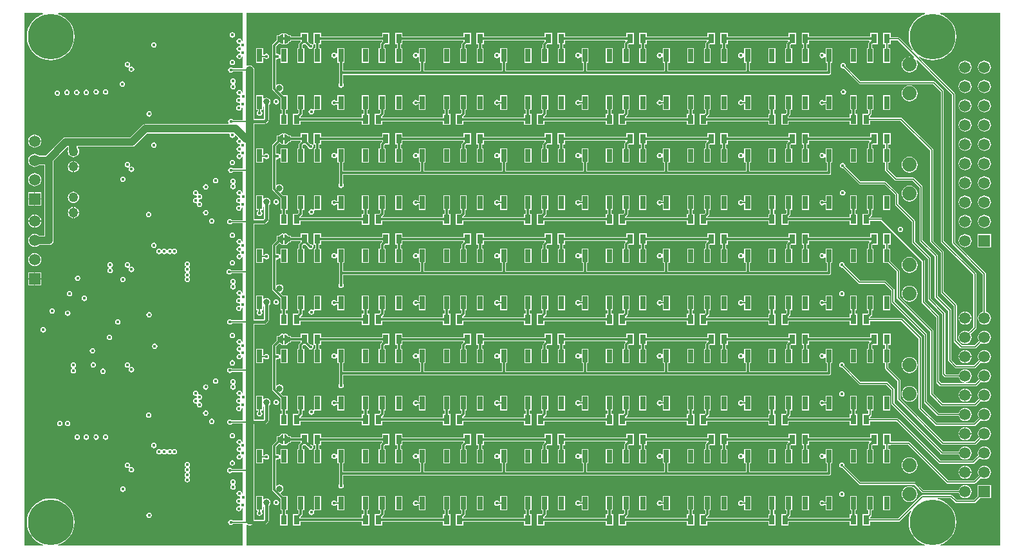
<source format=gbl>
G04*
G04 #@! TF.GenerationSoftware,Altium Limited,Altium Designer,20.0.9 (164)*
G04*
G04 Layer_Physical_Order=4*
G04 Layer_Color=16711680*
%FSLAX25Y25*%
%MOIN*%
G70*
G01*
G75*
%ADD10C,0.00787*%
%ADD18R,0.03150X0.05118*%
%ADD19R,0.02500X0.02500*%
%ADD20R,0.02756X0.06693*%
%ADD60C,0.01181*%
%ADD61C,0.01575*%
%ADD63C,0.05000*%
%ADD64R,0.05906X0.05906*%
%ADD65C,0.05906*%
%ADD66C,0.07400*%
%ADD67C,0.01772*%
%ADD68C,0.02598*%
%ADD69C,0.23622*%
%ADD70C,0.03150*%
%ADD71C,0.01968*%
%ADD72C,0.03937*%
G36*
X503922Y257087D02*
X503922Y12614D01*
X472947D01*
X472847Y13114D01*
X474504Y13800D01*
X476156Y14812D01*
X477630Y16071D01*
X478888Y17545D01*
X479901Y19197D01*
X480642Y20987D01*
X481095Y22871D01*
X481247Y24803D01*
X481095Y26735D01*
X480642Y28619D01*
X479901Y30410D01*
X478888Y32062D01*
X477630Y33535D01*
X476156Y34794D01*
X474504Y35806D01*
X472714Y36548D01*
X471654Y36802D01*
X471713Y37302D01*
X478482D01*
X480812Y34973D01*
X481074Y34798D01*
X481384Y34736D01*
X481384Y34736D01*
X490663D01*
X490664Y34736D01*
X490973Y34798D01*
X491236Y34973D01*
X493618Y37356D01*
X499180D01*
Y44061D01*
X492474D01*
Y38500D01*
X490328Y36355D01*
X481719D01*
X479390Y38684D01*
X479127Y38859D01*
X478818Y38921D01*
X478818Y38921D01*
X463702D01*
X463392Y38859D01*
X463130Y38684D01*
X463130Y38684D01*
X451240Y26794D01*
X436620D01*
Y27506D01*
X437186Y28072D01*
X437186Y28072D01*
X437362Y28335D01*
X437423Y28645D01*
X437423Y28645D01*
Y30899D01*
X438392D01*
Y38392D01*
X434836D01*
Y30899D01*
X435805D01*
Y28980D01*
X435768Y28943D01*
X432671D01*
Y23025D01*
X436620D01*
Y25175D01*
X451575D01*
X451575Y25175D01*
X451885Y25237D01*
X452147Y25412D01*
X457567Y30832D01*
X457962Y30520D01*
X457895Y30410D01*
X457153Y28619D01*
X456701Y26735D01*
X456549Y24803D01*
X456701Y22871D01*
X457153Y20987D01*
X457895Y19197D01*
X458907Y17545D01*
X460166Y16071D01*
X461639Y14812D01*
X463291Y13800D01*
X464948Y13114D01*
X464849Y12614D01*
X113779D01*
Y23264D01*
X114220Y23500D01*
X114430Y23359D01*
X115354Y23176D01*
X116279Y23359D01*
X116627Y23593D01*
X123093D01*
X123093Y23593D01*
X123556Y23685D01*
X123949Y23947D01*
X124872Y24870D01*
X124872Y24870D01*
X125134Y25262D01*
X125226Y25726D01*
Y33353D01*
X125512Y33544D01*
X125970Y34230D01*
X126131Y35039D01*
X125970Y35849D01*
X125512Y36535D01*
X124825Y36994D01*
X124016Y37155D01*
X123206Y36994D01*
X122750Y36689D01*
X122250Y36957D01*
Y38392D01*
X118694D01*
Y30899D01*
X119167D01*
X119227Y30826D01*
X119388Y30399D01*
X119167Y30068D01*
X119060Y29528D01*
X119167Y28987D01*
X119473Y28528D01*
X119932Y28222D01*
X120472Y28115D01*
X121013Y28222D01*
X121472Y28528D01*
X121778Y28987D01*
X121885Y29528D01*
X121778Y30068D01*
X121557Y30399D01*
X121718Y30826D01*
X121778Y30899D01*
X122250D01*
Y32601D01*
X122750Y32885D01*
X122805Y32852D01*
Y26227D01*
X122592Y26014D01*
X117769D01*
Y51575D01*
Y53150D01*
Y75561D01*
X123093D01*
X123093Y75561D01*
X123556Y75653D01*
X123949Y75916D01*
X124872Y76838D01*
X124872Y76838D01*
X125134Y77231D01*
X125226Y77694D01*
Y85321D01*
X125512Y85512D01*
X125970Y86198D01*
X126131Y87008D01*
X125970Y87817D01*
X125512Y88504D01*
X124825Y88962D01*
X124016Y89123D01*
X123206Y88962D01*
X122750Y88658D01*
X122250Y88925D01*
Y90361D01*
X118694D01*
Y82868D01*
X119663D01*
Y82228D01*
X119473Y82102D01*
X119167Y81643D01*
X119060Y81102D01*
X119167Y80562D01*
X119473Y80103D01*
X119932Y79797D01*
X120472Y79689D01*
X121013Y79797D01*
X121472Y80103D01*
X121778Y80562D01*
X121885Y81102D01*
X121778Y81643D01*
X121472Y82102D01*
X121282Y82228D01*
Y82868D01*
X122250D01*
Y84570D01*
X122750Y84853D01*
X122805Y84820D01*
Y78196D01*
X122592Y77982D01*
X117769D01*
Y103543D01*
Y127530D01*
X123093D01*
X123093Y127530D01*
X123556Y127622D01*
X123949Y127884D01*
X124872Y128807D01*
X124872Y128807D01*
X125134Y129199D01*
X125226Y129663D01*
Y137290D01*
X125512Y137480D01*
X125970Y138167D01*
X126131Y138976D01*
X125970Y139786D01*
X125512Y140472D01*
X124825Y140931D01*
X124016Y141092D01*
X123206Y140931D01*
X122750Y140626D01*
X122250Y140893D01*
Y142329D01*
X118694D01*
Y134836D01*
X119167D01*
X119227Y134763D01*
X119388Y134336D01*
X119167Y134005D01*
X119060Y133465D01*
X119167Y132924D01*
X119473Y132466D01*
X119932Y132159D01*
X120472Y132052D01*
X121013Y132159D01*
X121472Y132466D01*
X121778Y132924D01*
X121885Y133465D01*
X121778Y134005D01*
X121557Y134336D01*
X121718Y134763D01*
X121778Y134836D01*
X122250D01*
Y136538D01*
X122750Y136822D01*
X122805Y136789D01*
Y130164D01*
X122592Y129951D01*
X117769D01*
Y154724D01*
Y179498D01*
X122835D01*
X122835Y179498D01*
X123298Y179590D01*
X123691Y179853D01*
X124872Y181034D01*
X124872Y181034D01*
X125134Y181427D01*
X125226Y181890D01*
Y189259D01*
X125512Y189449D01*
X125970Y190135D01*
X126131Y190945D01*
X125970Y191754D01*
X125512Y192441D01*
X124825Y192899D01*
X124016Y193060D01*
X123206Y192899D01*
X122750Y192595D01*
X122250Y192862D01*
Y194298D01*
X118694D01*
Y186805D01*
X119663D01*
Y186165D01*
X119473Y186038D01*
X119167Y185580D01*
X119060Y185039D01*
X119167Y184499D01*
X119473Y184040D01*
X119932Y183734D01*
X120472Y183626D01*
X121013Y183734D01*
X121472Y184040D01*
X121778Y184499D01*
X121885Y185039D01*
X121778Y185580D01*
X121472Y186038D01*
X121282Y186165D01*
Y186805D01*
X122250D01*
Y188507D01*
X122750Y188790D01*
X122805Y188757D01*
Y182391D01*
X122333Y181919D01*
X117769D01*
Y207677D01*
Y223622D01*
Y231467D01*
X123093D01*
X123093Y231467D01*
X123556Y231559D01*
X123949Y231821D01*
X124872Y232744D01*
X124872Y232744D01*
X125134Y233136D01*
X125226Y233600D01*
Y241227D01*
X125512Y241418D01*
X125970Y242104D01*
X126131Y242913D01*
X125970Y243723D01*
X125512Y244409D01*
X124825Y244868D01*
X124016Y245029D01*
X123206Y244868D01*
X122750Y244563D01*
X122250Y244830D01*
Y246266D01*
X118694D01*
Y238773D01*
X119663D01*
Y238134D01*
X119473Y238007D01*
X119167Y237549D01*
X119060Y237008D01*
X119167Y236467D01*
X119473Y236009D01*
X119932Y235702D01*
X120472Y235595D01*
X121013Y235702D01*
X121472Y236009D01*
X121778Y236467D01*
X121885Y237008D01*
X121778Y237549D01*
X121472Y238007D01*
X121282Y238134D01*
Y238773D01*
X122250D01*
Y240475D01*
X122750Y240759D01*
X122805Y240726D01*
Y234101D01*
X122592Y233888D01*
X117769D01*
Y259449D01*
X117585Y260373D01*
X117062Y261156D01*
X116279Y261680D01*
X115354Y261864D01*
X114430Y261680D01*
X114220Y261540D01*
X113779Y261775D01*
Y288961D01*
X464849D01*
X464948Y288461D01*
X463291Y287775D01*
X461639Y286762D01*
X460166Y285504D01*
X458907Y284030D01*
X457895Y282378D01*
X457153Y280588D01*
X456701Y278703D01*
X456549Y276772D01*
X456701Y274840D01*
X457153Y272956D01*
X457895Y271165D01*
X458586Y270038D01*
X458190Y269726D01*
X451753Y276163D01*
X451491Y276338D01*
X451181Y276400D01*
X451181Y276400D01*
X447250D01*
Y278550D01*
X443301D01*
Y272632D01*
X444466D01*
Y270676D01*
X443498D01*
Y263183D01*
X447053D01*
Y270676D01*
X446085D01*
Y272632D01*
X447250D01*
Y274781D01*
X450846D01*
X459439Y266188D01*
X459154Y265786D01*
X458157Y266199D01*
X457087Y266340D01*
X456016Y266199D01*
X455019Y265786D01*
X454163Y265129D01*
X453505Y264272D01*
X453092Y263275D01*
X452951Y262205D01*
X453092Y261134D01*
X453505Y260137D01*
X454163Y259281D01*
X455019Y258623D01*
X456016Y258210D01*
X457087Y258069D01*
X458157Y258210D01*
X459154Y258623D01*
X460011Y259281D01*
X460668Y260137D01*
X461081Y261134D01*
X461222Y262205D01*
X461081Y263275D01*
X460668Y264272D01*
X461070Y264557D01*
X479112Y246515D01*
Y169685D01*
X479112Y169685D01*
X479174Y169375D01*
X479349Y169113D01*
X495017Y153444D01*
Y133984D01*
X494951Y133975D01*
X494136Y133637D01*
X493436Y133100D01*
X492898Y132399D01*
X492560Y131584D01*
X492445Y130709D01*
X492560Y129833D01*
X492898Y129018D01*
X493436Y128317D01*
X494136Y127780D01*
X494951Y127442D01*
X495827Y127327D01*
X496702Y127442D01*
X497518Y127780D01*
X498218Y128317D01*
X498755Y129018D01*
X499093Y129833D01*
X499208Y130709D01*
X499093Y131584D01*
X498755Y132399D01*
X498218Y133100D01*
X497518Y133637D01*
X496702Y133975D01*
X496636Y133984D01*
Y153779D01*
X496636Y153779D01*
X496574Y154089D01*
X496399Y154352D01*
X496399Y154352D01*
X480730Y170020D01*
Y246850D01*
X480730Y246850D01*
X480669Y247160D01*
X480493Y247423D01*
X461852Y266064D01*
X462164Y266459D01*
X463291Y265769D01*
X465082Y265027D01*
X466966Y264575D01*
X468898Y264423D01*
X470829Y264575D01*
X472714Y265027D01*
X474504Y265769D01*
X476156Y266781D01*
X477630Y268039D01*
X478888Y269513D01*
X479901Y271165D01*
X480642Y272956D01*
X481095Y274840D01*
X481247Y276772D01*
X481095Y278703D01*
X480642Y280588D01*
X479901Y282378D01*
X478888Y284030D01*
X477630Y285504D01*
X476156Y286762D01*
X474504Y287775D01*
X472847Y288461D01*
X472947Y288961D01*
X503922D01*
Y257087D01*
D02*
G37*
G36*
X111811Y274366D02*
X111741Y274337D01*
X111675Y274347D01*
X111206Y274657D01*
X111148Y274950D01*
X110842Y275409D01*
X110383Y275715D01*
X109843Y275822D01*
X109302Y275715D01*
X108843Y275409D01*
X108537Y274950D01*
X108430Y274410D01*
X108537Y273869D01*
X108843Y273410D01*
X109302Y273104D01*
X109843Y272996D01*
X109925Y273013D01*
X110307Y272675D01*
X110307Y272207D01*
X109925Y271869D01*
X109843Y271885D01*
X109302Y271778D01*
X108843Y271472D01*
X108537Y271013D01*
X108430Y270472D01*
X108537Y269932D01*
X108843Y269473D01*
X109302Y269167D01*
X109843Y269059D01*
X109925Y269076D01*
X110307Y268738D01*
X110307Y268270D01*
X109925Y267932D01*
X109843Y267948D01*
X109302Y267841D01*
X108843Y267534D01*
X108537Y267076D01*
X108430Y266535D01*
X108537Y265995D01*
X108843Y265536D01*
X109302Y265230D01*
X109843Y265123D01*
X110383Y265230D01*
X110842Y265536D01*
X111148Y265995D01*
X111206Y266288D01*
X111675Y266598D01*
X111741Y266608D01*
X111811Y266579D01*
Y260258D01*
X106638D01*
X106511Y260448D01*
X106052Y260754D01*
X105512Y260862D01*
X104971Y260754D01*
X104513Y260448D01*
X104206Y259990D01*
X104099Y259449D01*
X104206Y258908D01*
X104513Y258450D01*
X104971Y258143D01*
X105512Y258036D01*
X106052Y258143D01*
X106511Y258450D01*
X106638Y258640D01*
X111811D01*
Y247682D01*
X111767Y247664D01*
X111746Y247665D01*
X111232Y247984D01*
X111183Y248231D01*
X110877Y248689D01*
X110419Y248995D01*
X109878Y249103D01*
X109337Y248995D01*
X108879Y248689D01*
X108572Y248231D01*
X108465Y247690D01*
X108572Y247149D01*
X108879Y246691D01*
X109337Y246385D01*
X109878Y246277D01*
X110041Y246309D01*
X110466Y245884D01*
X110433Y245722D01*
X110498Y245397D01*
X110104Y245003D01*
X109780Y245068D01*
X109239Y244960D01*
X108780Y244654D01*
X108474Y244195D01*
X108367Y243655D01*
X108474Y243114D01*
X108780Y242656D01*
X109239Y242349D01*
X109780Y242242D01*
X109862Y242258D01*
X110244Y241920D01*
Y241452D01*
X109862Y241114D01*
X109780Y241131D01*
X109239Y241023D01*
X108780Y240717D01*
X108474Y240258D01*
X108367Y239718D01*
X108474Y239177D01*
X108780Y238719D01*
X109239Y238412D01*
X109780Y238305D01*
X110320Y238412D01*
X110779Y238719D01*
X111085Y239177D01*
X111160Y239553D01*
X111546Y239840D01*
X111669Y239883D01*
X111811Y239824D01*
Y233486D01*
X106638D01*
X106511Y233676D01*
X106052Y233983D01*
X105512Y234090D01*
X104971Y233983D01*
X104513Y233676D01*
X104206Y233218D01*
X104099Y232677D01*
X104206Y232137D01*
X104391Y231860D01*
X104157Y231360D01*
X61228D01*
X60304Y231176D01*
X59521Y230652D01*
X53330Y224462D01*
X20079D01*
X19155Y224278D01*
X18371Y223755D01*
X9551Y214935D01*
X6297D01*
X5628Y215448D01*
X4812Y215786D01*
X3937Y215901D01*
X3062Y215786D01*
X2246Y215448D01*
X1546Y214911D01*
X1008Y214211D01*
X671Y213395D01*
X555Y212520D01*
X671Y211644D01*
X1008Y210829D01*
X1546Y210128D01*
X2246Y209591D01*
X3062Y209253D01*
X3937Y209138D01*
X4812Y209253D01*
X5628Y209591D01*
X6297Y210105D01*
X9002D01*
Y173439D01*
X6297D01*
X5628Y173952D01*
X4812Y174290D01*
X3937Y174405D01*
X3062Y174290D01*
X2246Y173952D01*
X1546Y173415D01*
X1008Y172714D01*
X671Y171899D01*
X555Y171024D01*
X671Y170148D01*
X1008Y169333D01*
X1546Y168632D01*
X2246Y168095D01*
X3062Y167757D01*
X3937Y167642D01*
X4812Y167757D01*
X5628Y168095D01*
X6297Y168609D01*
X11417D01*
X12342Y168792D01*
X13125Y169316D01*
X13648Y170099D01*
X13832Y171024D01*
Y212386D01*
X20898Y219451D01*
X21397Y219244D01*
Y218383D01*
X21190Y217883D01*
X21091Y217126D01*
X21190Y216369D01*
X21483Y215664D01*
X21948Y215058D01*
X22553Y214593D01*
X23259Y214301D01*
X24016Y214201D01*
X24773Y214301D01*
X25478Y214593D01*
X26084Y215058D01*
X26549Y215664D01*
X26841Y216369D01*
X26941Y217126D01*
X26841Y217883D01*
X26549Y218588D01*
X26227Y219008D01*
Y219632D01*
X54331D01*
X55255Y219816D01*
X56038Y220340D01*
X62229Y226530D01*
X104705D01*
X104974Y226030D01*
X104886Y225591D01*
X104994Y225050D01*
X105300Y224591D01*
X105759Y224285D01*
X106299Y224178D01*
X106840Y224285D01*
X107298Y224591D01*
X107605Y225050D01*
X107646Y225259D01*
X108189Y225423D01*
X109379Y224233D01*
X109216Y223689D01*
X108843Y223440D01*
X108537Y222982D01*
X108430Y222441D01*
X108537Y221900D01*
X108843Y221442D01*
X109302Y221136D01*
X109843Y221028D01*
X109925Y221044D01*
X110307Y220706D01*
X110307Y220238D01*
X109925Y219900D01*
X109843Y219917D01*
X109302Y219809D01*
X108843Y219503D01*
X108537Y219045D01*
X108430Y218504D01*
X108537Y217963D01*
X108843Y217505D01*
X109302Y217198D01*
X109843Y217091D01*
X109925Y217108D01*
X110307Y216769D01*
X110307Y216301D01*
X109925Y215963D01*
X109843Y215980D01*
X109302Y215872D01*
X108843Y215566D01*
X108537Y215108D01*
X108430Y214567D01*
X108537Y214026D01*
X108843Y213568D01*
X109302Y213262D01*
X109843Y213154D01*
X110383Y213262D01*
X110842Y213568D01*
X111148Y214026D01*
X111206Y214320D01*
X111675Y214630D01*
X111741Y214639D01*
X111811Y214610D01*
Y208290D01*
X106638D01*
X106511Y208479D01*
X106052Y208786D01*
X105512Y208893D01*
X104971Y208786D01*
X104513Y208479D01*
X104206Y208021D01*
X104099Y207480D01*
X104206Y206940D01*
X104513Y206481D01*
X104971Y206175D01*
X105512Y206067D01*
X106052Y206175D01*
X106511Y206481D01*
X106638Y206671D01*
X111811D01*
Y195714D01*
X111767Y195695D01*
X111746Y195696D01*
X111232Y196015D01*
X111183Y196262D01*
X110877Y196721D01*
X110419Y197027D01*
X109878Y197135D01*
X109337Y197027D01*
X108879Y196721D01*
X108572Y196262D01*
X108465Y195722D01*
X108572Y195181D01*
X108879Y194722D01*
X109337Y194416D01*
X109878Y194309D01*
X110041Y194341D01*
X110466Y193916D01*
X110433Y193753D01*
X110498Y193428D01*
X110104Y193035D01*
X109780Y193099D01*
X109239Y192992D01*
X108780Y192685D01*
X108474Y192227D01*
X108367Y191686D01*
X108474Y191146D01*
X108780Y190687D01*
X109239Y190381D01*
X109780Y190273D01*
X109862Y190290D01*
X110244Y189952D01*
Y189484D01*
X109862Y189146D01*
X109780Y189162D01*
X109239Y189055D01*
X108780Y188748D01*
X108474Y188290D01*
X108367Y187749D01*
X108474Y187208D01*
X108780Y186750D01*
X109239Y186444D01*
X109780Y186336D01*
X110320Y186444D01*
X110779Y186750D01*
X111085Y187208D01*
X111160Y187584D01*
X111546Y187872D01*
X111669Y187914D01*
X111811Y187856D01*
Y181518D01*
X106244D01*
X106117Y181708D01*
X105659Y182014D01*
X105118Y182122D01*
X104577Y182014D01*
X104119Y181708D01*
X103813Y181249D01*
X103705Y180709D01*
X103813Y180168D01*
X104119Y179709D01*
X104577Y179403D01*
X105118Y179296D01*
X105659Y179403D01*
X106117Y179709D01*
X106244Y179899D01*
X111811D01*
Y170429D01*
X111741Y170400D01*
X111675Y170410D01*
X111206Y170720D01*
X111148Y171013D01*
X110842Y171472D01*
X110383Y171778D01*
X109843Y171885D01*
X109302Y171778D01*
X108843Y171472D01*
X108537Y171013D01*
X108430Y170473D01*
X108537Y169932D01*
X108843Y169473D01*
X109302Y169167D01*
X109843Y169060D01*
X110005Y169092D01*
X110430Y168667D01*
X110398Y168504D01*
X110430Y168341D01*
X110005Y167916D01*
X109843Y167948D01*
X109302Y167841D01*
X108843Y167535D01*
X108537Y167076D01*
X108430Y166535D01*
X108537Y165995D01*
X108843Y165536D01*
X109302Y165230D01*
X109843Y165122D01*
X110005Y165155D01*
X110430Y164730D01*
X110398Y164567D01*
X110430Y164404D01*
X110005Y163979D01*
X109843Y164011D01*
X109302Y163904D01*
X108843Y163598D01*
X108537Y163139D01*
X108430Y162598D01*
X108537Y162058D01*
X108843Y161599D01*
X109302Y161293D01*
X109843Y161186D01*
X110383Y161293D01*
X110842Y161599D01*
X111148Y162058D01*
X111206Y162351D01*
X111675Y162661D01*
X111741Y162671D01*
X111811Y162642D01*
Y155534D01*
X105850D01*
X105724Y155724D01*
X105265Y156030D01*
X104724Y156137D01*
X104184Y156030D01*
X103725Y155724D01*
X103419Y155265D01*
X103311Y154724D01*
X103419Y154184D01*
X103725Y153725D01*
X104184Y153419D01*
X104724Y153311D01*
X105265Y153419D01*
X105724Y153725D01*
X105850Y153915D01*
X111811D01*
Y143745D01*
X111767Y143727D01*
X111746Y143728D01*
X111232Y144047D01*
X111183Y144294D01*
X110877Y144752D01*
X110419Y145059D01*
X109878Y145166D01*
X109337Y145059D01*
X108879Y144752D01*
X108572Y144294D01*
X108465Y143753D01*
X108572Y143212D01*
X108879Y142754D01*
X109337Y142448D01*
X109878Y142340D01*
X110041Y142373D01*
X110466Y141947D01*
X110433Y141785D01*
X110498Y141460D01*
X110104Y141066D01*
X109780Y141131D01*
X109239Y141023D01*
X108780Y140717D01*
X108474Y140258D01*
X108367Y139718D01*
X108474Y139177D01*
X108780Y138719D01*
X109239Y138412D01*
X109780Y138305D01*
X109862Y138321D01*
X110244Y137983D01*
Y137515D01*
X109862Y137177D01*
X109780Y137194D01*
X109239Y137086D01*
X108780Y136780D01*
X108474Y136321D01*
X108367Y135781D01*
X108474Y135240D01*
X108780Y134782D01*
X109239Y134475D01*
X109780Y134368D01*
X110320Y134475D01*
X110779Y134782D01*
X111085Y135240D01*
X111160Y135616D01*
X111546Y135903D01*
X111669Y135946D01*
X111811Y135887D01*
Y129549D01*
X106244D01*
X106117Y129739D01*
X105659Y130046D01*
X105118Y130153D01*
X104577Y130046D01*
X104119Y129739D01*
X103813Y129281D01*
X103705Y128740D01*
X103813Y128199D01*
X104119Y127741D01*
X104577Y127435D01*
X105118Y127327D01*
X105659Y127435D01*
X106117Y127741D01*
X106244Y127931D01*
X111811D01*
Y118461D01*
X111741Y118431D01*
X111675Y118441D01*
X111206Y118751D01*
X111148Y119045D01*
X110842Y119503D01*
X110383Y119809D01*
X109843Y119917D01*
X109302Y119809D01*
X108843Y119503D01*
X108537Y119045D01*
X108430Y118504D01*
X108537Y117963D01*
X108843Y117505D01*
X109302Y117199D01*
X109843Y117091D01*
X110005Y117123D01*
X110430Y116698D01*
X110398Y116535D01*
X110430Y116373D01*
X110005Y115948D01*
X109843Y115980D01*
X109302Y115872D01*
X108843Y115566D01*
X108537Y115108D01*
X108430Y114567D01*
X108537Y114026D01*
X108843Y113568D01*
X109302Y113261D01*
X109843Y113154D01*
X110005Y113186D01*
X110430Y112761D01*
X110398Y112598D01*
X110430Y112436D01*
X110005Y112011D01*
X109843Y112043D01*
X109302Y111935D01*
X108843Y111629D01*
X108537Y111171D01*
X108430Y110630D01*
X108537Y110089D01*
X108843Y109631D01*
X109302Y109325D01*
X109843Y109217D01*
X110383Y109325D01*
X110842Y109631D01*
X111148Y110089D01*
X111206Y110383D01*
X111675Y110693D01*
X111741Y110702D01*
X111811Y110673D01*
Y104353D01*
X106244D01*
X106117Y104542D01*
X105659Y104849D01*
X105118Y104956D01*
X104577Y104849D01*
X104119Y104542D01*
X103813Y104084D01*
X103705Y103543D01*
X103813Y103003D01*
X104119Y102544D01*
X104577Y102238D01*
X105118Y102130D01*
X105659Y102238D01*
X106117Y102544D01*
X106244Y102734D01*
X111811D01*
Y91777D01*
X111767Y91758D01*
X111746Y91760D01*
X111232Y92078D01*
X111183Y92325D01*
X110877Y92784D01*
X110419Y93090D01*
X109878Y93198D01*
X109337Y93090D01*
X108879Y92784D01*
X108572Y92325D01*
X108465Y91785D01*
X108572Y91244D01*
X108879Y90785D01*
X109337Y90479D01*
X109878Y90372D01*
X110041Y90404D01*
X110466Y89979D01*
X110433Y89816D01*
X110498Y89491D01*
X110104Y89097D01*
X109780Y89162D01*
X109239Y89055D01*
X108780Y88748D01*
X108474Y88290D01*
X108367Y87749D01*
X108474Y87208D01*
X108780Y86750D01*
X109239Y86444D01*
X109780Y86336D01*
X109942Y86369D01*
X110367Y85943D01*
X110335Y85781D01*
X110367Y85618D01*
X109942Y85193D01*
X109780Y85225D01*
X109239Y85118D01*
X108780Y84811D01*
X108474Y84353D01*
X108367Y83812D01*
X108474Y83271D01*
X108780Y82813D01*
X109239Y82507D01*
X109780Y82399D01*
X110320Y82507D01*
X110779Y82813D01*
X111085Y83271D01*
X111160Y83647D01*
X111546Y83935D01*
X111669Y83977D01*
X111811Y83919D01*
Y77581D01*
X106244D01*
X106117Y77771D01*
X105659Y78077D01*
X105118Y78185D01*
X104577Y78077D01*
X104119Y77771D01*
X103813Y77312D01*
X103705Y76772D01*
X103813Y76231D01*
X104119Y75773D01*
X104577Y75466D01*
X105118Y75359D01*
X105659Y75466D01*
X106117Y75773D01*
X106244Y75962D01*
X111811D01*
Y66492D01*
X111741Y66463D01*
X111675Y66473D01*
X111206Y66783D01*
X111148Y67076D01*
X110842Y67535D01*
X110383Y67841D01*
X109843Y67948D01*
X109302Y67841D01*
X108843Y67535D01*
X108537Y67076D01*
X108430Y66535D01*
X108537Y65995D01*
X108843Y65536D01*
X109302Y65230D01*
X109843Y65122D01*
X110005Y65155D01*
X110430Y64730D01*
X110398Y64567D01*
X110430Y64404D01*
X110005Y63979D01*
X109843Y64011D01*
X109302Y63904D01*
X108843Y63598D01*
X108537Y63139D01*
X108430Y62598D01*
X108537Y62058D01*
X108843Y61599D01*
X109302Y61293D01*
X109843Y61185D01*
X110005Y61218D01*
X110430Y60793D01*
X110398Y60630D01*
X110430Y60467D01*
X110005Y60042D01*
X109843Y60074D01*
X109302Y59967D01*
X108843Y59661D01*
X108537Y59202D01*
X108430Y58661D01*
X108537Y58121D01*
X108843Y57662D01*
X109302Y57356D01*
X109843Y57249D01*
X110383Y57356D01*
X110842Y57662D01*
X111148Y58121D01*
X111206Y58414D01*
X111675Y58724D01*
X111741Y58734D01*
X111811Y58705D01*
Y52384D01*
X106244D01*
X106117Y52574D01*
X105659Y52880D01*
X105118Y52988D01*
X104577Y52880D01*
X104119Y52574D01*
X103813Y52115D01*
X103705Y51575D01*
X103813Y51034D01*
X104119Y50576D01*
X104577Y50269D01*
X105118Y50162D01*
X105659Y50269D01*
X106117Y50576D01*
X106244Y50766D01*
X111811D01*
Y39808D01*
X111767Y39790D01*
X111746Y39791D01*
X111232Y40110D01*
X111183Y40357D01*
X110877Y40815D01*
X110419Y41122D01*
X109878Y41229D01*
X109337Y41122D01*
X108879Y40815D01*
X108572Y40357D01*
X108465Y39816D01*
X108572Y39275D01*
X108879Y38817D01*
X109337Y38511D01*
X109878Y38403D01*
X110041Y38436D01*
X110466Y38010D01*
X110433Y37848D01*
X110498Y37523D01*
X110104Y37129D01*
X109780Y37194D01*
X109239Y37086D01*
X108780Y36780D01*
X108474Y36321D01*
X108367Y35781D01*
X108474Y35240D01*
X108780Y34782D01*
X109239Y34475D01*
X109780Y34368D01*
X109942Y34400D01*
X110367Y33975D01*
X110335Y33812D01*
X110367Y33650D01*
X109942Y33224D01*
X109780Y33257D01*
X109239Y33149D01*
X108780Y32843D01*
X108474Y32384D01*
X108367Y31844D01*
X108474Y31303D01*
X108780Y30845D01*
X109239Y30538D01*
X109780Y30431D01*
X110320Y30538D01*
X110779Y30845D01*
X111085Y31303D01*
X111160Y31679D01*
X111546Y31966D01*
X111669Y32009D01*
X111811Y31950D01*
Y25612D01*
X106638D01*
X106511Y25802D01*
X106052Y26109D01*
X105512Y26216D01*
X104971Y26109D01*
X104513Y25802D01*
X104206Y25344D01*
X104099Y24803D01*
X104206Y24262D01*
X104513Y23804D01*
X104971Y23498D01*
X105512Y23390D01*
X106052Y23498D01*
X106511Y23804D01*
X106638Y23994D01*
X111811D01*
Y12614D01*
X16254D01*
X16154Y13114D01*
X17811Y13800D01*
X19463Y14812D01*
X20937Y16071D01*
X22195Y17545D01*
X23208Y19197D01*
X23949Y20987D01*
X24402Y22871D01*
X24554Y24803D01*
X24402Y26735D01*
X23949Y28619D01*
X23208Y30410D01*
X22195Y32062D01*
X20937Y33535D01*
X19463Y34794D01*
X17811Y35806D01*
X16021Y36548D01*
X14137Y37000D01*
X12205Y37152D01*
X10273Y37000D01*
X8389Y36548D01*
X6598Y35806D01*
X4946Y34794D01*
X3473Y33535D01*
X2214Y32062D01*
X1202Y30410D01*
X460Y28619D01*
X8Y26735D01*
X-144Y24803D01*
X8Y22871D01*
X460Y20987D01*
X1202Y19197D01*
X2214Y17545D01*
X3473Y16071D01*
X4946Y14812D01*
X6598Y13800D01*
X8255Y13114D01*
X8156Y12614D01*
X-1363D01*
X-1363Y288961D01*
X8156D01*
X8255Y288461D01*
X6598Y287775D01*
X4946Y286762D01*
X3473Y285504D01*
X2214Y284030D01*
X1202Y282378D01*
X460Y280588D01*
X8Y278703D01*
X-144Y276772D01*
X8Y274840D01*
X460Y272956D01*
X1202Y271165D01*
X2214Y269513D01*
X3473Y268039D01*
X4946Y266781D01*
X6598Y265769D01*
X8389Y265027D01*
X10273Y264575D01*
X12205Y264423D01*
X14137Y264575D01*
X16021Y265027D01*
X17811Y265769D01*
X19463Y266781D01*
X20937Y268039D01*
X22195Y269513D01*
X23208Y271165D01*
X23949Y272956D01*
X24402Y274840D01*
X24554Y276772D01*
X24402Y278703D01*
X23949Y280588D01*
X23208Y282378D01*
X22195Y284030D01*
X20937Y285504D01*
X19463Y286762D01*
X17811Y287775D01*
X16154Y288461D01*
X16254Y288961D01*
X111811D01*
Y274366D01*
D02*
G37*
%LPC*%
G36*
X440557Y278550D02*
X436608D01*
Y276601D01*
X405124D01*
Y278550D01*
X401175D01*
Y272632D01*
X402140D01*
Y270676D01*
X401372D01*
Y263183D01*
X404928D01*
Y270676D01*
X404160D01*
Y272632D01*
X405124D01*
Y274581D01*
X436129D01*
X436336Y274081D01*
X435900Y273644D01*
X435681Y273317D01*
X435604Y272930D01*
Y270676D01*
X434836D01*
Y263183D01*
X438392D01*
Y270676D01*
X437624D01*
Y272512D01*
X437744Y272632D01*
X440557D01*
Y278550D01*
D02*
G37*
G36*
X398431D02*
X394482D01*
Y276601D01*
X362998D01*
Y278550D01*
X359049D01*
Y272632D01*
X360014D01*
Y270676D01*
X359246D01*
Y263183D01*
X362802D01*
Y270676D01*
X362034D01*
Y272632D01*
X362998D01*
Y274581D01*
X394003D01*
X394210Y274081D01*
X393774Y273644D01*
X393555Y273317D01*
X393478Y272930D01*
Y270676D01*
X392710D01*
Y263183D01*
X396266D01*
Y270676D01*
X395498D01*
Y272512D01*
X395618Y272632D01*
X398431D01*
Y278550D01*
D02*
G37*
G36*
X356306D02*
X352356D01*
Y276601D01*
X320872D01*
Y278550D01*
X316923D01*
Y272632D01*
X317888D01*
Y270676D01*
X317120D01*
Y263183D01*
X320676D01*
Y270676D01*
X319908D01*
Y272632D01*
X320872D01*
Y274581D01*
X351877D01*
X352084Y274081D01*
X351648Y273644D01*
X351429Y273317D01*
X351352Y272930D01*
Y270676D01*
X350584D01*
Y263183D01*
X354140D01*
Y270676D01*
X353372D01*
Y272512D01*
X353492Y272632D01*
X356306D01*
Y278550D01*
D02*
G37*
G36*
X314179D02*
X310230D01*
Y276601D01*
X278746D01*
Y278550D01*
X274797D01*
Y272632D01*
X275762D01*
Y270676D01*
X274994D01*
Y263183D01*
X278550D01*
Y270676D01*
X277782D01*
Y272632D01*
X278746D01*
Y274581D01*
X309751D01*
X309958Y274081D01*
X309522Y273644D01*
X309303Y273317D01*
X309226Y272930D01*
Y270676D01*
X308458D01*
Y263183D01*
X312014D01*
Y270676D01*
X311246D01*
Y272512D01*
X311366Y272632D01*
X314179D01*
Y278550D01*
D02*
G37*
G36*
X272054D02*
X268104D01*
Y276601D01*
X236620D01*
Y278550D01*
X232671D01*
Y272632D01*
X233636D01*
Y270676D01*
X232868D01*
Y263183D01*
X236424D01*
Y270676D01*
X235656D01*
Y272632D01*
X236620D01*
Y274581D01*
X268104D01*
Y274060D01*
X267396Y273352D01*
X267177Y273024D01*
X267100Y272638D01*
Y270676D01*
X266332D01*
Y263183D01*
X269888D01*
Y270676D01*
X269120D01*
Y272219D01*
X269532Y272632D01*
X272054D01*
Y278550D01*
D02*
G37*
G36*
X229928D02*
X225978D01*
Y276601D01*
X194494D01*
Y278550D01*
X190545D01*
Y272632D01*
X191510D01*
Y270676D01*
X190742D01*
Y263183D01*
X194298D01*
Y270676D01*
X193530D01*
Y272632D01*
X194494D01*
Y274581D01*
X225978D01*
Y274060D01*
X225270Y273352D01*
X225051Y273024D01*
X224974Y272638D01*
Y270676D01*
X224206D01*
Y263183D01*
X227762D01*
Y270676D01*
X226994D01*
Y272219D01*
X227406Y272632D01*
X229928D01*
Y278550D01*
D02*
G37*
G36*
X187802D02*
X183852D01*
Y276601D01*
X152368D01*
Y278550D01*
X148419D01*
Y273117D01*
X148419Y273016D01*
X147946Y272635D01*
X147850Y272653D01*
X147838Y272660D01*
X147818Y272674D01*
X147391Y272959D01*
X146850Y273066D01*
X146699Y273036D01*
X145676Y274060D01*
Y278550D01*
X141726D01*
Y276601D01*
X136721D01*
Y277240D01*
X135777D01*
X135747Y277313D01*
X135044Y278016D01*
X134965Y278049D01*
X134904Y278110D01*
X133985Y278490D01*
X133899D01*
X133819Y278523D01*
X133322D01*
X133071Y278419D01*
X132820Y278523D01*
X132323D01*
X132243Y278490D01*
X132157D01*
X131238Y278110D01*
X131177Y278049D01*
X131098Y278016D01*
X130394Y277313D01*
X130364Y277240D01*
X129421D01*
Y275051D01*
X127239Y272869D01*
X127020Y272542D01*
X126943Y272155D01*
Y266535D01*
Y249606D01*
X127020Y249220D01*
X127239Y248892D01*
X131293Y244838D01*
Y238773D01*
X132061D01*
Y236817D01*
X131096D01*
Y230899D01*
X135046D01*
Y236817D01*
X134081D01*
Y238773D01*
X134849D01*
Y246266D01*
X132721D01*
X131430Y247557D01*
X131597Y248098D01*
X132204Y248504D01*
X132663Y249190D01*
X132824Y250000D01*
X132663Y250810D01*
X132204Y251496D01*
X131518Y251954D01*
X130709Y252116D01*
X129899Y251954D01*
X129463Y251663D01*
X128963Y251930D01*
Y264725D01*
X129463Y265135D01*
X129528Y265123D01*
X130068Y265230D01*
X130527Y265536D01*
X131193Y265633D01*
X131293Y265551D01*
Y263183D01*
X134849D01*
Y270676D01*
X131293D01*
Y267520D01*
X131193Y267437D01*
X130527Y267535D01*
X130068Y267841D01*
X129528Y267948D01*
X129463Y267935D01*
X128963Y268346D01*
Y271737D01*
X130744Y273518D01*
X131098Y273165D01*
X131177Y273132D01*
X131238Y273071D01*
X132157Y272691D01*
X132243D01*
X132323Y272658D01*
X132820D01*
X133071Y272762D01*
X133322Y272658D01*
X133819D01*
X133899Y272691D01*
X133985D01*
X134904Y273071D01*
X134965Y273132D01*
X135044Y273165D01*
X135747Y273868D01*
X135777Y273940D01*
X136721D01*
Y274581D01*
X141726D01*
Y274060D01*
X141018Y273352D01*
X140799Y273024D01*
X140722Y272638D01*
Y270676D01*
X139954D01*
Y263183D01*
X143510D01*
Y270676D01*
X142742D01*
Y272219D01*
X143154Y272632D01*
X144247D01*
X145490Y271389D01*
X145545Y271113D01*
X145851Y270654D01*
X146310Y270348D01*
X146850Y270241D01*
X147391Y270348D01*
X147850Y270654D01*
X148156Y271113D01*
X148263Y271654D01*
X148156Y272194D01*
X148181Y272260D01*
X148156Y272194D01*
X148177Y272090D01*
X148208Y272321D01*
X148260Y272414D01*
X148436Y272601D01*
X148705Y272632D01*
X148884Y272632D01*
X149384Y272575D01*
Y270676D01*
X148616D01*
Y263183D01*
X152172D01*
Y270676D01*
X151404D01*
Y272632D01*
X152368D01*
Y274581D01*
X183852D01*
Y274060D01*
X183144Y273352D01*
X182925Y273024D01*
X182848Y272638D01*
Y270676D01*
X182080D01*
Y263183D01*
X185636D01*
Y270676D01*
X184868D01*
Y272219D01*
X185280Y272632D01*
X187802D01*
Y278550D01*
D02*
G37*
G36*
X164376Y270676D02*
X160820D01*
Y267913D01*
X160721Y267831D01*
X160054Y267928D01*
X159596Y268234D01*
X159055Y268342D01*
X158514Y268234D01*
X158056Y267928D01*
X157750Y267470D01*
X157642Y266929D01*
X157750Y266388D01*
X158056Y265930D01*
X158514Y265624D01*
X159055Y265516D01*
X159596Y265624D01*
X160054Y265930D01*
X160721Y266027D01*
X160820Y265945D01*
Y263183D01*
X161589D01*
Y252558D01*
X161293Y252116D01*
X161186Y251575D01*
X161293Y251034D01*
X161599Y250576D01*
X162058Y250269D01*
X162598Y250162D01*
X163139Y250269D01*
X163598Y250576D01*
X163904Y251034D01*
X164011Y251575D01*
X163904Y252116D01*
X163608Y252558D01*
Y256864D01*
X415354D01*
X415741Y256941D01*
X416069Y257160D01*
X416287Y257488D01*
X416364Y257874D01*
Y263183D01*
X417132D01*
Y270676D01*
X413576D01*
Y267914D01*
X413476Y267831D01*
X412810Y267928D01*
X412352Y268234D01*
X411811Y268342D01*
X411270Y268234D01*
X410812Y267928D01*
X410506Y267470D01*
X410398Y266929D01*
X410506Y266388D01*
X410812Y265930D01*
X411270Y265624D01*
X411811Y265516D01*
X412352Y265624D01*
X412810Y265930D01*
X413476Y266027D01*
X413576Y265945D01*
Y263183D01*
X414344D01*
Y258884D01*
X374238D01*
Y263183D01*
X375006D01*
Y270676D01*
X371450D01*
Y267913D01*
X371351Y267831D01*
X370684Y267928D01*
X370226Y268234D01*
X369685Y268342D01*
X369144Y268234D01*
X368686Y267928D01*
X368380Y267470D01*
X368272Y266929D01*
X368380Y266388D01*
X368686Y265930D01*
X369144Y265624D01*
X369685Y265516D01*
X370226Y265624D01*
X370684Y265930D01*
X371351Y266027D01*
X371450Y265945D01*
Y263183D01*
X372218D01*
Y258884D01*
X332112D01*
Y263183D01*
X332880D01*
Y270676D01*
X329324D01*
Y267913D01*
X329224Y267831D01*
X328558Y267928D01*
X328100Y268234D01*
X327559Y268342D01*
X327018Y268234D01*
X326560Y267928D01*
X326254Y267470D01*
X326146Y266929D01*
X326254Y266388D01*
X326560Y265930D01*
X327018Y265624D01*
X327559Y265516D01*
X328100Y265624D01*
X328558Y265930D01*
X329224Y266027D01*
X329324Y265945D01*
Y263183D01*
X330092D01*
Y258884D01*
X289986D01*
Y263183D01*
X290754D01*
Y270676D01*
X287198D01*
Y267914D01*
X287099Y267831D01*
X286432Y267928D01*
X285974Y268234D01*
X285433Y268342D01*
X284892Y268234D01*
X284434Y267928D01*
X284128Y267470D01*
X284020Y266929D01*
X284128Y266388D01*
X284434Y265930D01*
X284892Y265624D01*
X285433Y265516D01*
X285974Y265624D01*
X286432Y265930D01*
X287099Y266027D01*
X287198Y265945D01*
Y263183D01*
X287966D01*
Y258884D01*
X247860D01*
Y263183D01*
X248628D01*
Y270676D01*
X245072D01*
Y267914D01*
X244972Y267831D01*
X244306Y267928D01*
X243848Y268234D01*
X243307Y268342D01*
X242766Y268234D01*
X242308Y267928D01*
X242002Y267470D01*
X241894Y266929D01*
X242002Y266388D01*
X242308Y265930D01*
X242766Y265624D01*
X243307Y265516D01*
X243848Y265624D01*
X244306Y265930D01*
X244972Y266027D01*
X245072Y265945D01*
Y263183D01*
X245840D01*
Y258884D01*
X205734D01*
Y263183D01*
X206502D01*
Y270676D01*
X202946D01*
Y267913D01*
X202847Y267831D01*
X202180Y267928D01*
X201722Y268234D01*
X201181Y268342D01*
X200640Y268234D01*
X200182Y267928D01*
X199876Y267470D01*
X199768Y266929D01*
X199876Y266388D01*
X200182Y265930D01*
X200640Y265624D01*
X201181Y265516D01*
X201722Y265624D01*
X202180Y265930D01*
X202847Y266027D01*
X202946Y265945D01*
Y263183D01*
X203714D01*
Y258884D01*
X163608D01*
Y263183D01*
X164376D01*
Y270676D01*
D02*
G37*
G36*
X122250Y270676D02*
X118694D01*
Y263183D01*
X122250D01*
Y265726D01*
X122890D01*
X123017Y265536D01*
X123475Y265230D01*
X124016Y265123D01*
X124557Y265230D01*
X125015Y265536D01*
X125321Y265995D01*
X125429Y266535D01*
X125321Y267076D01*
X125015Y267534D01*
X124557Y267841D01*
X124016Y267948D01*
X123475Y267841D01*
X123017Y267534D01*
X122890Y267345D01*
X122250D01*
Y270676D01*
D02*
G37*
G36*
X176975Y270676D02*
X173419D01*
Y263183D01*
X176975D01*
Y270676D01*
D02*
G37*
G36*
X429731Y270676D02*
X426175D01*
Y263183D01*
X429731D01*
Y270676D01*
D02*
G37*
G36*
X387605D02*
X384049D01*
Y263183D01*
X387605D01*
Y270676D01*
D02*
G37*
G36*
X345479D02*
X341923D01*
Y263183D01*
X345479D01*
Y270676D01*
D02*
G37*
G36*
X303353D02*
X299797D01*
Y263183D01*
X303353D01*
Y270676D01*
D02*
G37*
G36*
X261227D02*
X257671D01*
Y263183D01*
X261227D01*
Y270676D01*
D02*
G37*
G36*
X219101D02*
X215545D01*
Y263183D01*
X219101D01*
Y270676D01*
D02*
G37*
G36*
X486027Y264222D02*
Y261066D01*
X489182D01*
X489093Y261741D01*
X488755Y262557D01*
X488218Y263257D01*
X487518Y263795D01*
X486702Y264133D01*
X486027Y264222D01*
D02*
G37*
G36*
X485627D02*
X484951Y264133D01*
X484136Y263795D01*
X483436Y263257D01*
X482898Y262557D01*
X482560Y261741D01*
X482471Y261066D01*
X485627D01*
Y264222D01*
D02*
G37*
G36*
Y260666D02*
X482471D01*
X482560Y259991D01*
X482898Y259175D01*
X483436Y258475D01*
X484136Y257938D01*
X484951Y257600D01*
X485627Y257511D01*
Y260666D01*
D02*
G37*
G36*
X489182D02*
X486027D01*
Y257511D01*
X486702Y257600D01*
X487518Y257938D01*
X488218Y258475D01*
X488755Y259175D01*
X489093Y259991D01*
X489182Y260666D01*
D02*
G37*
G36*
X495827Y264248D02*
X494951Y264133D01*
X494136Y263795D01*
X493436Y263257D01*
X492898Y262557D01*
X492560Y261741D01*
X492445Y260866D01*
X492560Y259991D01*
X492898Y259175D01*
X493436Y258475D01*
X494136Y257938D01*
X494951Y257600D01*
X495827Y257485D01*
X496702Y257600D01*
X497518Y257938D01*
X498218Y258475D01*
X498755Y259175D01*
X499093Y259991D01*
X499208Y260866D01*
X499093Y261741D01*
X498755Y262557D01*
X498218Y263257D01*
X497518Y263795D01*
X496702Y264133D01*
X495827Y264248D01*
D02*
G37*
G36*
Y254248D02*
X494951Y254133D01*
X494136Y253795D01*
X493436Y253257D01*
X492898Y252557D01*
X492560Y251741D01*
X492445Y250866D01*
X492560Y249991D01*
X492898Y249175D01*
X493436Y248475D01*
X494136Y247937D01*
X494951Y247600D01*
X495827Y247484D01*
X496702Y247600D01*
X497518Y247937D01*
X498218Y248475D01*
X498755Y249175D01*
X499093Y249991D01*
X499208Y250866D01*
X499093Y251741D01*
X498755Y252557D01*
X498218Y253257D01*
X497518Y253795D01*
X496702Y254133D01*
X495827Y254248D01*
D02*
G37*
G36*
X485827D02*
X484951Y254133D01*
X484136Y253795D01*
X483436Y253257D01*
X482898Y252557D01*
X482560Y251741D01*
X482445Y250866D01*
X482560Y249991D01*
X482898Y249175D01*
X483436Y248475D01*
X484136Y247937D01*
X484951Y247600D01*
X485827Y247484D01*
X486702Y247600D01*
X487518Y247937D01*
X488218Y248475D01*
X488755Y249175D01*
X489093Y249991D01*
X489208Y250866D01*
X489093Y251741D01*
X488755Y252557D01*
X488218Y253257D01*
X487518Y253795D01*
X486702Y254133D01*
X485827Y254248D01*
D02*
G37*
G36*
X422835Y249445D02*
X422294Y249337D01*
X421836Y249031D01*
X421529Y248572D01*
X421422Y248031D01*
X421529Y247491D01*
X421836Y247032D01*
X422294Y246726D01*
X422835Y246619D01*
X423375Y246726D01*
X423834Y247032D01*
X424140Y247491D01*
X424248Y248031D01*
X424140Y248572D01*
X423834Y249031D01*
X423375Y249337D01*
X422835Y249445D01*
D02*
G37*
G36*
X417132Y246266D02*
X413576D01*
Y243329D01*
X412937D01*
X412810Y243519D01*
X412352Y243825D01*
X411811Y243933D01*
X411270Y243825D01*
X410812Y243519D01*
X410506Y243060D01*
X410398Y242520D01*
X410506Y241979D01*
X410812Y241521D01*
X411270Y241214D01*
X411811Y241107D01*
X412352Y241214D01*
X412810Y241521D01*
X412937Y241710D01*
X413576D01*
Y238773D01*
X417132D01*
Y246266D01*
D02*
G37*
G36*
X375006D02*
X371450D01*
Y243329D01*
X370811D01*
X370684Y243519D01*
X370226Y243825D01*
X369685Y243933D01*
X369144Y243825D01*
X368686Y243519D01*
X368380Y243060D01*
X368272Y242520D01*
X368380Y241979D01*
X368686Y241521D01*
X369144Y241214D01*
X369685Y241107D01*
X370226Y241214D01*
X370684Y241521D01*
X370811Y241710D01*
X371450D01*
Y238773D01*
X375006D01*
Y246266D01*
D02*
G37*
G36*
X332880D02*
X329324D01*
Y243329D01*
X328685D01*
X328558Y243519D01*
X328100Y243825D01*
X327559Y243933D01*
X327018Y243825D01*
X326560Y243519D01*
X326254Y243060D01*
X326146Y242520D01*
X326254Y241979D01*
X326560Y241521D01*
X327018Y241214D01*
X327559Y241107D01*
X328100Y241214D01*
X328558Y241521D01*
X328685Y241710D01*
X329324D01*
Y238773D01*
X332880D01*
Y246266D01*
D02*
G37*
G36*
X290754D02*
X287198D01*
Y243329D01*
X286559D01*
X286432Y243519D01*
X285974Y243825D01*
X285433Y243933D01*
X284892Y243825D01*
X284434Y243519D01*
X284128Y243060D01*
X284020Y242520D01*
X284128Y241979D01*
X284434Y241521D01*
X284892Y241214D01*
X285433Y241107D01*
X285974Y241214D01*
X286432Y241521D01*
X286559Y241710D01*
X287198D01*
Y238773D01*
X290754D01*
Y246266D01*
D02*
G37*
G36*
X248628D02*
X245072D01*
Y243329D01*
X244433D01*
X244306Y243519D01*
X243848Y243825D01*
X243307Y243933D01*
X242766Y243825D01*
X242308Y243519D01*
X242002Y243060D01*
X241894Y242520D01*
X242002Y241979D01*
X242308Y241521D01*
X242766Y241214D01*
X243307Y241107D01*
X243848Y241214D01*
X244306Y241521D01*
X244433Y241710D01*
X245072D01*
Y238773D01*
X248628D01*
Y246266D01*
D02*
G37*
G36*
X206502D02*
X202946D01*
Y243329D01*
X202307D01*
X202180Y243519D01*
X201722Y243825D01*
X201181Y243933D01*
X200640Y243825D01*
X200182Y243519D01*
X199876Y243060D01*
X199768Y242520D01*
X199876Y241979D01*
X200182Y241521D01*
X200640Y241214D01*
X201181Y241107D01*
X201722Y241214D01*
X202180Y241521D01*
X202307Y241710D01*
X202946D01*
Y238773D01*
X206502D01*
Y246266D01*
D02*
G37*
G36*
X164376Y246266D02*
X160820D01*
Y243329D01*
X160181D01*
X160054Y243519D01*
X159596Y243825D01*
X159055Y243933D01*
X158514Y243825D01*
X158056Y243519D01*
X157750Y243060D01*
X157642Y242520D01*
X157750Y241979D01*
X158056Y241521D01*
X158514Y241214D01*
X159055Y241107D01*
X159596Y241214D01*
X160054Y241521D01*
X160181Y241710D01*
X160820D01*
Y238773D01*
X164376D01*
Y246266D01*
D02*
G37*
G36*
X457087Y251379D02*
X456016Y251239D01*
X455019Y250825D01*
X454163Y250168D01*
X453505Y249312D01*
X453092Y248314D01*
X452951Y247244D01*
X453092Y246174D01*
X453505Y245176D01*
X454163Y244320D01*
X455019Y243663D01*
X456016Y243250D01*
X457087Y243109D01*
X458157Y243250D01*
X459154Y243663D01*
X460011Y244320D01*
X460668Y245176D01*
X461081Y246174D01*
X461222Y247244D01*
X461081Y248314D01*
X460668Y249312D01*
X460011Y250168D01*
X459154Y250825D01*
X458157Y251239D01*
X457087Y251379D01*
D02*
G37*
G36*
X129134Y244326D02*
X128593Y244219D01*
X128135Y243913D01*
X127828Y243454D01*
X127721Y242913D01*
X127828Y242373D01*
X128135Y241914D01*
X128593Y241608D01*
X129134Y241500D01*
X129675Y241608D01*
X130133Y241914D01*
X130439Y242373D01*
X130547Y242913D01*
X130439Y243454D01*
X130133Y243913D01*
X129675Y244219D01*
X129134Y244326D01*
D02*
G37*
G36*
X486027Y244221D02*
Y241066D01*
X489182D01*
X489093Y241741D01*
X488755Y242557D01*
X488218Y243257D01*
X487518Y243795D01*
X486702Y244133D01*
X486027Y244221D01*
D02*
G37*
G36*
X485627D02*
X484951Y244133D01*
X484136Y243795D01*
X483436Y243257D01*
X482898Y242557D01*
X482560Y241741D01*
X482471Y241066D01*
X485627D01*
Y244221D01*
D02*
G37*
G36*
X152172Y246266D02*
X148616D01*
X148616Y239173D01*
Y239166D01*
Y239166D01*
X148616Y239101D01*
X148542Y239041D01*
X148397Y238986D01*
X148116Y238880D01*
X147785Y239101D01*
X147244Y239208D01*
X146703Y239101D01*
X146245Y238794D01*
X145939Y238336D01*
X145831Y237795D01*
X145939Y237255D01*
X146245Y236796D01*
X146703Y236490D01*
X147244Y236382D01*
X147785Y236490D01*
X148243Y236796D01*
X148549Y237255D01*
X148657Y237795D01*
X148557Y238298D01*
X148590Y238393D01*
X148859Y238773D01*
X148965Y238773D01*
Y238773D01*
X148980Y238773D01*
X152172D01*
Y246266D01*
D02*
G37*
G36*
X194298Y246266D02*
X190742D01*
Y238773D01*
X194298D01*
Y246266D01*
D02*
G37*
G36*
X447053Y246266D02*
X443498D01*
Y238773D01*
X447053D01*
Y246266D01*
D02*
G37*
G36*
X404928D02*
X401372D01*
Y238773D01*
X404928D01*
Y246266D01*
D02*
G37*
G36*
X362802D02*
X359246D01*
Y238773D01*
X362802D01*
Y246266D01*
D02*
G37*
G36*
X320676D02*
X317120D01*
Y238773D01*
X320676D01*
Y246266D01*
D02*
G37*
G36*
X278550D02*
X274994D01*
Y238773D01*
X278550D01*
Y246266D01*
D02*
G37*
G36*
X236424D02*
X232868D01*
Y238773D01*
X236424D01*
Y246266D01*
D02*
G37*
G36*
X489182Y240666D02*
X486027D01*
Y237511D01*
X486702Y237600D01*
X487518Y237937D01*
X488218Y238475D01*
X488755Y239175D01*
X489093Y239991D01*
X489182Y240666D01*
D02*
G37*
G36*
X485627D02*
X482471D01*
X482560Y239991D01*
X482898Y239175D01*
X483436Y238475D01*
X484136Y237937D01*
X484951Y237600D01*
X485627Y237511D01*
Y240666D01*
D02*
G37*
G36*
X495827Y244248D02*
X494951Y244133D01*
X494136Y243795D01*
X493436Y243257D01*
X492898Y242557D01*
X492560Y241741D01*
X492445Y240866D01*
X492560Y239991D01*
X492898Y239175D01*
X493436Y238475D01*
X494136Y237937D01*
X494951Y237600D01*
X495827Y237485D01*
X496702Y237600D01*
X497518Y237937D01*
X498218Y238475D01*
X498755Y239175D01*
X499093Y239991D01*
X499208Y240866D01*
X499093Y241741D01*
X498755Y242557D01*
X498218Y243257D01*
X497518Y243795D01*
X496702Y244133D01*
X495827Y244248D01*
D02*
G37*
G36*
X429731Y246266D02*
X426175D01*
Y238773D01*
X426943D01*
Y236817D01*
X425978D01*
Y234868D01*
X394495D01*
Y235389D01*
X395202Y236097D01*
X395421Y236425D01*
X395498Y236811D01*
Y238773D01*
X396266D01*
Y246266D01*
X392710D01*
Y238773D01*
X393478D01*
Y237229D01*
X393066Y236817D01*
X390545D01*
Y230899D01*
X394495D01*
Y232848D01*
X425978D01*
Y230899D01*
X429927D01*
Y236817D01*
X428963D01*
Y238773D01*
X429731D01*
Y246266D01*
D02*
G37*
G36*
X387605D02*
X384049D01*
Y238773D01*
X384817D01*
Y236817D01*
X383852D01*
Y234868D01*
X352368D01*
Y235389D01*
X353076Y236097D01*
X353295Y236425D01*
X353372Y236811D01*
Y238773D01*
X354140D01*
Y246266D01*
X350584D01*
Y238773D01*
X351352D01*
Y237229D01*
X350940Y236817D01*
X348419D01*
Y230899D01*
X352368D01*
Y232848D01*
X383852D01*
Y230899D01*
X387802D01*
Y236817D01*
X386837D01*
Y238773D01*
X387605D01*
Y246266D01*
D02*
G37*
G36*
X345479D02*
X341923D01*
Y238773D01*
X342691D01*
Y236817D01*
X341726D01*
Y234868D01*
X310243D01*
Y235389D01*
X310950Y236097D01*
X311169Y236424D01*
X311246Y236811D01*
Y238773D01*
X312014D01*
Y246266D01*
X308458D01*
Y238773D01*
X309226D01*
Y237229D01*
X308814Y236817D01*
X306293D01*
Y230899D01*
X310243D01*
Y232848D01*
X341726D01*
Y230899D01*
X345676D01*
Y236817D01*
X344711D01*
Y238773D01*
X345479D01*
Y246266D01*
D02*
G37*
G36*
X303353D02*
X299797D01*
Y238773D01*
X300565D01*
Y236817D01*
X299600D01*
Y234868D01*
X268116D01*
Y235389D01*
X268824Y236097D01*
X269043Y236425D01*
X269120Y236811D01*
Y238773D01*
X269888D01*
Y246266D01*
X266332D01*
Y238773D01*
X267100D01*
Y237229D01*
X266688Y236817D01*
X264167D01*
Y230899D01*
X268116D01*
Y232848D01*
X299600D01*
Y230899D01*
X303550D01*
Y236817D01*
X302585D01*
Y238773D01*
X303353D01*
Y246266D01*
D02*
G37*
G36*
X261227D02*
X257671D01*
Y238773D01*
X258439D01*
Y236817D01*
X257474D01*
Y234868D01*
X225991D01*
Y235389D01*
X226698Y236097D01*
X226917Y236425D01*
X226994Y236811D01*
Y238773D01*
X227762D01*
Y246266D01*
X224206D01*
Y238773D01*
X224974D01*
Y237229D01*
X224562Y236817D01*
X222041D01*
Y230899D01*
X225991D01*
Y232848D01*
X257474D01*
Y230899D01*
X261424D01*
Y236817D01*
X260459D01*
Y238773D01*
X261227D01*
Y246266D01*
D02*
G37*
G36*
X176975Y246266D02*
X173419D01*
Y238773D01*
X174187D01*
Y236817D01*
X173222D01*
Y234868D01*
X141739D01*
Y235389D01*
X142446Y236097D01*
X142665Y236424D01*
X142742Y236811D01*
Y238773D01*
X143510D01*
Y246266D01*
X139954D01*
Y238773D01*
X140722D01*
Y237229D01*
X140310Y236817D01*
X137789D01*
Y230899D01*
X141739D01*
Y232848D01*
X173222D01*
Y230899D01*
X177172D01*
Y236817D01*
X176207D01*
Y238773D01*
X176975D01*
Y246266D01*
D02*
G37*
G36*
X185636D02*
X182080D01*
Y238773D01*
X182848D01*
Y237229D01*
X182436Y236817D01*
X179915D01*
Y230899D01*
X183864D01*
Y232848D01*
X215348D01*
Y230899D01*
X219298D01*
Y236817D01*
X218333D01*
Y238773D01*
X219101D01*
Y246266D01*
X215545D01*
Y238773D01*
X216313D01*
Y236817D01*
X215348D01*
Y234868D01*
X183864D01*
Y235389D01*
X184572Y236097D01*
X184791Y236425D01*
X184868Y236811D01*
Y238773D01*
X185636D01*
Y246266D01*
D02*
G37*
G36*
X495827Y234248D02*
X494951Y234133D01*
X494136Y233795D01*
X493436Y233257D01*
X492898Y232557D01*
X492560Y231741D01*
X492445Y230866D01*
X492560Y229991D01*
X492898Y229175D01*
X493436Y228475D01*
X494136Y227938D01*
X494951Y227600D01*
X495827Y227484D01*
X496702Y227600D01*
X497518Y227938D01*
X498218Y228475D01*
X498755Y229175D01*
X499093Y229991D01*
X499208Y230866D01*
X499093Y231741D01*
X498755Y232557D01*
X498218Y233257D01*
X497518Y233795D01*
X496702Y234133D01*
X495827Y234248D01*
D02*
G37*
G36*
X485827Y234248D02*
X484951Y234133D01*
X484136Y233795D01*
X483436Y233257D01*
X482898Y232557D01*
X482560Y231741D01*
X482445Y230866D01*
X482560Y229991D01*
X482898Y229175D01*
X483436Y228475D01*
X484136Y227938D01*
X484951Y227600D01*
X485827Y227484D01*
X486702Y227600D01*
X487518Y227938D01*
X488218Y228475D01*
X488755Y229175D01*
X489093Y229991D01*
X489208Y230866D01*
X489093Y231741D01*
X488755Y232557D01*
X488218Y233257D01*
X487518Y233795D01*
X486702Y234133D01*
X485827Y234248D01*
D02*
G37*
G36*
X440557Y226581D02*
X436608D01*
Y224632D01*
X405124D01*
Y226581D01*
X401175D01*
Y220663D01*
X402140D01*
Y218707D01*
X401372D01*
Y211214D01*
X404928D01*
Y218707D01*
X404160D01*
Y220663D01*
X405124D01*
Y222612D01*
X436129D01*
X436336Y222112D01*
X435900Y221676D01*
X435681Y221348D01*
X435604Y220962D01*
Y218707D01*
X434836D01*
Y211214D01*
X438392D01*
Y218707D01*
X437624D01*
Y220543D01*
X437744Y220663D01*
X440557D01*
Y226581D01*
D02*
G37*
G36*
X398431D02*
X394482D01*
Y224632D01*
X362998D01*
Y226581D01*
X359049D01*
Y220663D01*
X360014D01*
Y218707D01*
X359246D01*
Y211214D01*
X362802D01*
Y218707D01*
X362034D01*
Y220663D01*
X362998D01*
Y222612D01*
X394003D01*
X394210Y222112D01*
X393774Y221676D01*
X393555Y221348D01*
X393478Y220962D01*
Y218707D01*
X392710D01*
Y211214D01*
X396266D01*
Y218707D01*
X395498D01*
Y220543D01*
X395618Y220663D01*
X398431D01*
Y226581D01*
D02*
G37*
G36*
X356306D02*
X352356D01*
Y224632D01*
X320872D01*
Y226581D01*
X316923D01*
Y220663D01*
X317888D01*
Y218707D01*
X317120D01*
Y211214D01*
X320676D01*
Y218707D01*
X319908D01*
Y220663D01*
X320872D01*
Y222612D01*
X351877D01*
X352084Y222112D01*
X351648Y221676D01*
X351429Y221348D01*
X351352Y220962D01*
Y218707D01*
X350584D01*
Y211214D01*
X354140D01*
Y218707D01*
X353372D01*
Y220543D01*
X353492Y220663D01*
X356306D01*
Y226581D01*
D02*
G37*
G36*
X314179D02*
X310230D01*
Y224632D01*
X278746D01*
Y226581D01*
X274797D01*
Y220663D01*
X275762D01*
Y218707D01*
X274994D01*
Y211214D01*
X278550D01*
Y218707D01*
X277782D01*
Y220663D01*
X278746D01*
Y222612D01*
X309751D01*
X309958Y222112D01*
X309522Y221676D01*
X309303Y221348D01*
X309226Y220962D01*
Y218707D01*
X308458D01*
Y211214D01*
X312014D01*
Y218707D01*
X311246D01*
Y220543D01*
X311366Y220663D01*
X314179D01*
Y226581D01*
D02*
G37*
G36*
X272054D02*
X268104D01*
Y224632D01*
X236620D01*
Y226581D01*
X232671D01*
Y220663D01*
X233636D01*
Y218707D01*
X232868D01*
Y211214D01*
X236424D01*
Y218707D01*
X235656D01*
Y220663D01*
X236620D01*
Y222612D01*
X268104D01*
Y222091D01*
X267396Y221384D01*
X267177Y221056D01*
X267100Y220669D01*
Y218707D01*
X266332D01*
Y211214D01*
X269888D01*
Y218707D01*
X269120D01*
Y220251D01*
X269532Y220663D01*
X272054D01*
Y226581D01*
D02*
G37*
G36*
X229928D02*
X225978D01*
Y224632D01*
X194494D01*
Y226581D01*
X190545D01*
Y220663D01*
X191510D01*
Y218707D01*
X190742D01*
Y211214D01*
X194298D01*
Y218707D01*
X193530D01*
Y220663D01*
X194494D01*
Y222612D01*
X225978D01*
Y222091D01*
X225270Y221384D01*
X225051Y221056D01*
X224974Y220669D01*
Y218707D01*
X224206D01*
Y211214D01*
X227762D01*
Y218707D01*
X226994D01*
Y220251D01*
X227406Y220663D01*
X229928D01*
Y226581D01*
D02*
G37*
G36*
X187802D02*
X183852D01*
Y224632D01*
X152368D01*
Y226581D01*
X148419D01*
Y221149D01*
X148419Y221048D01*
X147946Y220666D01*
X147850Y220684D01*
X147838Y220692D01*
X147818Y220705D01*
X147391Y220990D01*
X146850Y221098D01*
X146699Y221068D01*
X145676Y222091D01*
Y226581D01*
X141726D01*
Y224632D01*
X136721D01*
Y225272D01*
X135777D01*
X135747Y225344D01*
X135044Y226048D01*
X134965Y226080D01*
X134904Y226141D01*
X133985Y226522D01*
X133899D01*
X133819Y226555D01*
X133322D01*
X133071Y226451D01*
X132820Y226555D01*
X132323D01*
X132243Y226522D01*
X132157D01*
X131238Y226141D01*
X131177Y226080D01*
X131098Y226048D01*
X130394Y225344D01*
X130364Y225272D01*
X129421D01*
Y223083D01*
X127239Y220901D01*
X127020Y220573D01*
X126943Y220187D01*
Y214567D01*
Y197638D01*
X127020Y197251D01*
X127239Y196924D01*
X131293Y192869D01*
Y186805D01*
X132061D01*
Y184849D01*
X131096D01*
Y178931D01*
X135046D01*
Y184849D01*
X134081D01*
Y186805D01*
X134849D01*
Y194298D01*
X132721D01*
X131430Y195589D01*
X131597Y196129D01*
X132204Y196536D01*
X132663Y197222D01*
X132824Y198031D01*
X132663Y198841D01*
X132204Y199527D01*
X131518Y199986D01*
X130709Y200147D01*
X129899Y199986D01*
X129463Y199694D01*
X128963Y199962D01*
Y212756D01*
X129463Y213167D01*
X129528Y213154D01*
X130068Y213262D01*
X130527Y213568D01*
X131193Y213665D01*
X131293Y213582D01*
Y211214D01*
X134849D01*
Y218707D01*
X131293D01*
Y215551D01*
X131193Y215469D01*
X130527Y215566D01*
X130068Y215872D01*
X129528Y215980D01*
X129463Y215967D01*
X128963Y216377D01*
Y219768D01*
X130744Y221550D01*
X131098Y221197D01*
X131177Y221164D01*
X131238Y221103D01*
X132157Y220722D01*
X132243D01*
X132323Y220689D01*
X132820D01*
X133071Y220793D01*
X133322Y220689D01*
X133819D01*
X133899Y220722D01*
X133985D01*
X134904Y221103D01*
X134965Y221164D01*
X135044Y221197D01*
X135747Y221900D01*
X135777Y221972D01*
X136721D01*
Y222612D01*
X141726D01*
Y222091D01*
X141018Y221383D01*
X140799Y221056D01*
X140722Y220669D01*
Y218707D01*
X139954D01*
Y211214D01*
X143510D01*
Y218707D01*
X142742D01*
Y220251D01*
X143154Y220663D01*
X144247D01*
X145490Y219420D01*
X145545Y219144D01*
X145851Y218686D01*
X146310Y218380D01*
X146850Y218272D01*
X147391Y218380D01*
X147850Y218686D01*
X148156Y219144D01*
X148263Y219685D01*
X148156Y220226D01*
X148181Y220291D01*
X148156Y220226D01*
X148177Y220122D01*
X148208Y220352D01*
X148260Y220446D01*
X148436Y220632D01*
X148705Y220663D01*
X148884Y220663D01*
X149384Y220606D01*
Y218707D01*
X148616D01*
Y211214D01*
X152172D01*
Y218707D01*
X151404D01*
Y220663D01*
X152368D01*
Y222612D01*
X183852D01*
Y222091D01*
X183144Y221384D01*
X182925Y221056D01*
X182848Y220669D01*
Y218707D01*
X182080D01*
Y211214D01*
X185636D01*
Y218707D01*
X184868D01*
Y220251D01*
X185280Y220663D01*
X187802D01*
Y226581D01*
D02*
G37*
G36*
X486027Y224221D02*
Y221066D01*
X489182D01*
X489093Y221741D01*
X488755Y222557D01*
X488218Y223257D01*
X487518Y223795D01*
X486702Y224133D01*
X486027Y224221D01*
D02*
G37*
G36*
X485627Y224221D02*
X484951Y224133D01*
X484136Y223795D01*
X483436Y223257D01*
X482898Y222557D01*
X482560Y221741D01*
X482471Y221066D01*
X485627D01*
Y224221D01*
D02*
G37*
G36*
Y220666D02*
X482471D01*
X482560Y219991D01*
X482898Y219175D01*
X483436Y218475D01*
X484136Y217937D01*
X484951Y217600D01*
X485627Y217511D01*
Y220666D01*
D02*
G37*
G36*
X489182D02*
X486027D01*
Y217511D01*
X486702Y217600D01*
X487518Y217937D01*
X488218Y218475D01*
X488755Y219175D01*
X489093Y219991D01*
X489182Y220666D01*
D02*
G37*
G36*
X495827Y224248D02*
X494951Y224133D01*
X494136Y223795D01*
X493436Y223257D01*
X492898Y222557D01*
X492560Y221741D01*
X492445Y220866D01*
X492560Y219991D01*
X492898Y219175D01*
X493436Y218475D01*
X494136Y217937D01*
X494951Y217600D01*
X495827Y217484D01*
X496702Y217600D01*
X497518Y217937D01*
X498218Y218475D01*
X498755Y219175D01*
X499093Y219991D01*
X499208Y220866D01*
X499093Y221741D01*
X498755Y222557D01*
X498218Y223257D01*
X497518Y223795D01*
X496702Y224133D01*
X495827Y224248D01*
D02*
G37*
G36*
X164376Y218707D02*
X160820D01*
Y215945D01*
X160721Y215862D01*
X160054Y215960D01*
X159596Y216266D01*
X159055Y216374D01*
X158514Y216266D01*
X158056Y215960D01*
X157750Y215501D01*
X157642Y214961D01*
X157750Y214420D01*
X158056Y213962D01*
X158514Y213655D01*
X159055Y213548D01*
X159596Y213655D01*
X160054Y213962D01*
X160721Y214059D01*
X160820Y213976D01*
Y211214D01*
X161589D01*
Y205906D01*
Y200589D01*
X161293Y200147D01*
X161186Y199606D01*
X161293Y199066D01*
X161599Y198607D01*
X162058Y198301D01*
X162598Y198193D01*
X163139Y198301D01*
X163598Y198607D01*
X163904Y199066D01*
X164011Y199606D01*
X163904Y200147D01*
X163608Y200589D01*
Y204896D01*
X415354D01*
X415741Y204972D01*
X416069Y205191D01*
X416287Y205519D01*
X416364Y205906D01*
Y211214D01*
X417132D01*
Y218707D01*
X413576D01*
Y215945D01*
X413476Y215863D01*
X412810Y215960D01*
X412352Y216266D01*
X411811Y216374D01*
X411270Y216266D01*
X410812Y215960D01*
X410506Y215501D01*
X410398Y214961D01*
X410506Y214420D01*
X410812Y213962D01*
X411270Y213655D01*
X411811Y213548D01*
X412352Y213655D01*
X412810Y213962D01*
X413476Y214059D01*
X413576Y213976D01*
Y211214D01*
X414344D01*
Y206915D01*
X374238D01*
Y211214D01*
X375006D01*
Y218707D01*
X371450D01*
Y215945D01*
X371351Y215863D01*
X370684Y215960D01*
X370226Y216266D01*
X369685Y216374D01*
X369144Y216266D01*
X368686Y215960D01*
X368380Y215501D01*
X368272Y214961D01*
X368380Y214420D01*
X368686Y213962D01*
X369144Y213655D01*
X369685Y213548D01*
X370226Y213655D01*
X370684Y213962D01*
X371351Y214059D01*
X371450Y213976D01*
Y211214D01*
X372218D01*
Y206915D01*
X332112D01*
Y211214D01*
X332880D01*
Y218707D01*
X329324D01*
Y215945D01*
X329224Y215863D01*
X328558Y215960D01*
X328100Y216266D01*
X327559Y216374D01*
X327018Y216266D01*
X326560Y215960D01*
X326254Y215501D01*
X326146Y214961D01*
X326254Y214420D01*
X326560Y213962D01*
X327018Y213655D01*
X327559Y213548D01*
X328100Y213655D01*
X328558Y213962D01*
X329224Y214059D01*
X329324Y213976D01*
Y211214D01*
X330092D01*
Y206915D01*
X289986D01*
Y211214D01*
X290754D01*
Y218707D01*
X287198D01*
Y215945D01*
X287098Y215863D01*
X286432Y215960D01*
X285974Y216266D01*
X285433Y216374D01*
X284892Y216266D01*
X284434Y215960D01*
X284128Y215501D01*
X284020Y214961D01*
X284128Y214420D01*
X284434Y213962D01*
X284892Y213655D01*
X285433Y213548D01*
X285974Y213655D01*
X286432Y213962D01*
X287098Y214059D01*
X287198Y213976D01*
Y211214D01*
X287966D01*
Y206915D01*
X247860D01*
Y211214D01*
X248628D01*
Y218707D01*
X245072D01*
Y215945D01*
X244972Y215863D01*
X244306Y215960D01*
X243848Y216266D01*
X243307Y216374D01*
X242766Y216266D01*
X242308Y215960D01*
X242002Y215501D01*
X241894Y214961D01*
X242002Y214420D01*
X242308Y213962D01*
X242766Y213655D01*
X243307Y213548D01*
X243848Y213655D01*
X244306Y213962D01*
X244972Y214059D01*
X245072Y213976D01*
Y211214D01*
X245840D01*
Y206915D01*
X205734D01*
Y211214D01*
X206502D01*
Y218707D01*
X202946D01*
Y215945D01*
X202847Y215862D01*
X202180Y215960D01*
X201722Y216266D01*
X201181Y216374D01*
X200640Y216266D01*
X200182Y215960D01*
X199876Y215501D01*
X199768Y214961D01*
X199876Y214420D01*
X200182Y213962D01*
X200640Y213655D01*
X201181Y213548D01*
X201722Y213655D01*
X202180Y213962D01*
X202847Y214059D01*
X202946Y213976D01*
Y211214D01*
X203714D01*
Y206915D01*
X163608D01*
Y211214D01*
X164376D01*
Y218707D01*
D02*
G37*
G36*
X122250Y218707D02*
X118694D01*
Y211214D01*
X122250D01*
Y213758D01*
X122890D01*
X123017Y213568D01*
X123475Y213262D01*
X124016Y213154D01*
X124557Y213262D01*
X125015Y213568D01*
X125321Y214026D01*
X125429Y214567D01*
X125321Y215108D01*
X125015Y215566D01*
X124557Y215872D01*
X124016Y215980D01*
X123475Y215872D01*
X123017Y215566D01*
X122890Y215376D01*
X122250D01*
Y218707D01*
D02*
G37*
G36*
X176975Y218707D02*
X173419D01*
Y211214D01*
X176975D01*
Y218707D01*
D02*
G37*
G36*
X429731Y218707D02*
X426175D01*
Y211214D01*
X429731D01*
Y218707D01*
D02*
G37*
G36*
X387605D02*
X384049D01*
Y211214D01*
X387605D01*
Y218707D01*
D02*
G37*
G36*
X345479D02*
X341923D01*
Y211214D01*
X345479D01*
Y218707D01*
D02*
G37*
G36*
X303353D02*
X299797D01*
Y211214D01*
X303353D01*
Y218707D01*
D02*
G37*
G36*
X261227D02*
X257671D01*
Y211214D01*
X261227D01*
Y218707D01*
D02*
G37*
G36*
X219101D02*
X215545D01*
Y211214D01*
X219101D01*
Y218707D01*
D02*
G37*
G36*
X485827Y214248D02*
X484951Y214133D01*
X484136Y213795D01*
X483436Y213257D01*
X482898Y212557D01*
X482560Y211741D01*
X482445Y210866D01*
X482560Y209991D01*
X482898Y209175D01*
X483436Y208475D01*
X484136Y207938D01*
X484951Y207600D01*
X485827Y207485D01*
X486702Y207600D01*
X487518Y207938D01*
X488218Y208475D01*
X488755Y209175D01*
X489093Y209991D01*
X489208Y210866D01*
X489093Y211741D01*
X488755Y212557D01*
X488218Y213257D01*
X487518Y213795D01*
X486702Y214133D01*
X485827Y214248D01*
D02*
G37*
G36*
X495827Y214248D02*
X494951Y214133D01*
X494136Y213795D01*
X493436Y213257D01*
X492898Y212557D01*
X492560Y211741D01*
X492445Y210866D01*
X492560Y209991D01*
X492898Y209175D01*
X493436Y208475D01*
X494136Y207938D01*
X494951Y207600D01*
X495827Y207485D01*
X496702Y207600D01*
X497518Y207938D01*
X498218Y208475D01*
X498755Y209175D01*
X499093Y209991D01*
X499208Y210866D01*
X499093Y211741D01*
X498755Y212557D01*
X498218Y213257D01*
X497518Y213795D01*
X496702Y214133D01*
X495827Y214248D01*
D02*
G37*
G36*
X457087Y214372D02*
X456016Y214231D01*
X455019Y213818D01*
X454163Y213160D01*
X453505Y212304D01*
X453092Y211307D01*
X452951Y210236D01*
X453092Y209166D01*
X453505Y208169D01*
X454163Y207312D01*
X455019Y206655D01*
X456016Y206242D01*
X457087Y206101D01*
X458157Y206242D01*
X459154Y206655D01*
X460011Y207312D01*
X460668Y208169D01*
X461081Y209166D01*
X461222Y210236D01*
X461081Y211307D01*
X460668Y212304D01*
X460011Y213160D01*
X459154Y213818D01*
X458157Y214231D01*
X457087Y214372D01*
D02*
G37*
G36*
X486027Y204222D02*
Y201066D01*
X489182D01*
X489093Y201741D01*
X488755Y202557D01*
X488218Y203257D01*
X487518Y203795D01*
X486702Y204133D01*
X486027Y204222D01*
D02*
G37*
G36*
X485627D02*
X484951Y204133D01*
X484136Y203795D01*
X483436Y203257D01*
X482898Y202557D01*
X482560Y201741D01*
X482471Y201066D01*
X485627D01*
Y204222D01*
D02*
G37*
G36*
Y200666D02*
X482471D01*
X482560Y199991D01*
X482898Y199175D01*
X483436Y198475D01*
X484136Y197938D01*
X484951Y197600D01*
X485627Y197511D01*
Y200666D01*
D02*
G37*
G36*
X489182D02*
X486027D01*
Y197511D01*
X486702Y197600D01*
X487518Y197938D01*
X488218Y198475D01*
X488755Y199175D01*
X489093Y199991D01*
X489182Y200666D01*
D02*
G37*
G36*
X495827Y204248D02*
X494951Y204133D01*
X494136Y203795D01*
X493436Y203257D01*
X492898Y202557D01*
X492560Y201741D01*
X492445Y200866D01*
X492560Y199991D01*
X492898Y199175D01*
X493436Y198475D01*
X494136Y197938D01*
X494951Y197600D01*
X495827Y197484D01*
X496702Y197600D01*
X497518Y197938D01*
X498218Y198475D01*
X498755Y199175D01*
X499093Y199991D01*
X499208Y200866D01*
X499093Y201741D01*
X498755Y202557D01*
X498218Y203257D01*
X497518Y203795D01*
X496702Y204133D01*
X495827Y204248D01*
D02*
G37*
G36*
X422441Y197082D02*
X421900Y196975D01*
X421442Y196668D01*
X421136Y196210D01*
X421028Y195669D01*
X421136Y195129D01*
X421442Y194670D01*
X421900Y194364D01*
X422441Y194256D01*
X422982Y194364D01*
X423440Y194670D01*
X423746Y195129D01*
X423854Y195669D01*
X423746Y196210D01*
X423440Y196668D01*
X422982Y196975D01*
X422441Y197082D01*
D02*
G37*
G36*
X417132Y194298D02*
X413576D01*
Y191360D01*
X412937D01*
X412810Y191550D01*
X412352Y191857D01*
X411811Y191964D01*
X411270Y191857D01*
X410812Y191550D01*
X410506Y191092D01*
X410398Y190551D01*
X410506Y190010D01*
X410812Y189552D01*
X411270Y189246D01*
X411811Y189138D01*
X412352Y189246D01*
X412810Y189552D01*
X412937Y189742D01*
X413576D01*
Y186805D01*
X417132D01*
Y194298D01*
D02*
G37*
G36*
X375006D02*
X371450D01*
Y191360D01*
X370811D01*
X370684Y191550D01*
X370226Y191857D01*
X369685Y191964D01*
X369144Y191857D01*
X368686Y191550D01*
X368380Y191092D01*
X368272Y190551D01*
X368380Y190010D01*
X368686Y189552D01*
X369144Y189246D01*
X369685Y189138D01*
X370226Y189246D01*
X370684Y189552D01*
X370811Y189742D01*
X371450D01*
Y186805D01*
X375006D01*
Y194298D01*
D02*
G37*
G36*
X332880D02*
X329324D01*
Y191360D01*
X328685D01*
X328558Y191550D01*
X328100Y191857D01*
X327559Y191964D01*
X327018Y191857D01*
X326560Y191550D01*
X326254Y191092D01*
X326146Y190551D01*
X326254Y190010D01*
X326560Y189552D01*
X327018Y189246D01*
X327559Y189138D01*
X328100Y189246D01*
X328558Y189552D01*
X328685Y189742D01*
X329324D01*
Y186805D01*
X332880D01*
Y194298D01*
D02*
G37*
G36*
X290754D02*
X287198D01*
Y191360D01*
X286559D01*
X286432Y191550D01*
X285974Y191857D01*
X285433Y191964D01*
X284892Y191857D01*
X284434Y191550D01*
X284128Y191092D01*
X284020Y190551D01*
X284128Y190010D01*
X284434Y189552D01*
X284892Y189246D01*
X285433Y189138D01*
X285974Y189246D01*
X286432Y189552D01*
X286559Y189742D01*
X287198D01*
Y186805D01*
X290754D01*
Y194298D01*
D02*
G37*
G36*
X248628D02*
X245072D01*
Y191360D01*
X244433D01*
X244306Y191550D01*
X243848Y191857D01*
X243307Y191964D01*
X242766Y191857D01*
X242308Y191550D01*
X242002Y191092D01*
X241894Y190551D01*
X242002Y190010D01*
X242308Y189552D01*
X242766Y189246D01*
X243307Y189138D01*
X243848Y189246D01*
X244306Y189552D01*
X244433Y189742D01*
X245072D01*
Y186805D01*
X248628D01*
Y194298D01*
D02*
G37*
G36*
X206502D02*
X202946D01*
Y191360D01*
X202307D01*
X202180Y191550D01*
X201722Y191857D01*
X201181Y191964D01*
X200640Y191857D01*
X200182Y191550D01*
X199876Y191092D01*
X199768Y190551D01*
X199876Y190010D01*
X200182Y189552D01*
X200640Y189246D01*
X201181Y189138D01*
X201722Y189246D01*
X202180Y189552D01*
X202307Y189742D01*
X202946D01*
Y186805D01*
X206502D01*
Y194298D01*
D02*
G37*
G36*
X164376Y194298D02*
X160820D01*
Y191360D01*
X160181D01*
X160054Y191550D01*
X159596Y191857D01*
X159055Y191964D01*
X158514Y191857D01*
X158056Y191550D01*
X157750Y191092D01*
X157642Y190551D01*
X157750Y190010D01*
X158056Y189552D01*
X158514Y189246D01*
X159055Y189138D01*
X159596Y189246D01*
X160054Y189552D01*
X160181Y189742D01*
X160820D01*
Y186805D01*
X164376D01*
Y194298D01*
D02*
G37*
G36*
X457087Y199411D02*
X456016Y199270D01*
X455019Y198857D01*
X454163Y198200D01*
X453505Y197343D01*
X453092Y196346D01*
X452951Y195276D01*
X453092Y194205D01*
X453505Y193208D01*
X454163Y192351D01*
X455019Y191694D01*
X456016Y191281D01*
X457087Y191140D01*
X458157Y191281D01*
X459154Y191694D01*
X460011Y192351D01*
X460668Y193208D01*
X461081Y194205D01*
X461222Y195276D01*
X461081Y196346D01*
X460668Y197343D01*
X460011Y198200D01*
X459154Y198857D01*
X458157Y199270D01*
X457087Y199411D01*
D02*
G37*
G36*
X129134Y192358D02*
X128593Y192250D01*
X128135Y191944D01*
X127829Y191486D01*
X127721Y190945D01*
X127829Y190404D01*
X128135Y189946D01*
X128593Y189639D01*
X129134Y189532D01*
X129675Y189639D01*
X130133Y189946D01*
X130439Y190404D01*
X130547Y190945D01*
X130439Y191486D01*
X130133Y191944D01*
X129675Y192250D01*
X129134Y192358D01*
D02*
G37*
G36*
X485827Y194248D02*
X484951Y194133D01*
X484136Y193795D01*
X483436Y193257D01*
X482898Y192557D01*
X482560Y191741D01*
X482445Y190866D01*
X482560Y189991D01*
X482898Y189175D01*
X483436Y188475D01*
X484136Y187937D01*
X484951Y187600D01*
X485827Y187484D01*
X486702Y187600D01*
X487518Y187937D01*
X488218Y188475D01*
X488755Y189175D01*
X489093Y189991D01*
X489208Y190866D01*
X489093Y191741D01*
X488755Y192557D01*
X488218Y193257D01*
X487518Y193795D01*
X486702Y194133D01*
X485827Y194248D01*
D02*
G37*
G36*
X495827Y194248D02*
X494951Y194133D01*
X494136Y193795D01*
X493436Y193257D01*
X492898Y192557D01*
X492560Y191741D01*
X492445Y190866D01*
X492560Y189991D01*
X492898Y189175D01*
X493436Y188475D01*
X494136Y187937D01*
X494951Y187600D01*
X495827Y187484D01*
X496702Y187600D01*
X497518Y187937D01*
X498218Y188475D01*
X498755Y189175D01*
X499093Y189991D01*
X499208Y190866D01*
X499093Y191741D01*
X498755Y192557D01*
X498218Y193257D01*
X497518Y193795D01*
X496702Y194133D01*
X495827Y194248D01*
D02*
G37*
G36*
X152172Y194298D02*
X148616D01*
X148616Y187204D01*
Y187198D01*
Y187198D01*
X148616Y187133D01*
X148542Y187072D01*
X148397Y187017D01*
X148116Y186911D01*
X147785Y187132D01*
X147244Y187240D01*
X146703Y187132D01*
X146245Y186826D01*
X145939Y186367D01*
X145831Y185827D01*
X145939Y185286D01*
X146245Y184828D01*
X146703Y184521D01*
X147244Y184414D01*
X147785Y184521D01*
X148243Y184828D01*
X148549Y185286D01*
X148657Y185827D01*
X148557Y186329D01*
X148590Y186424D01*
X148859Y186805D01*
X148965Y186805D01*
X148965Y186805D01*
X148980Y186805D01*
X152172D01*
Y194298D01*
D02*
G37*
G36*
X194298Y194298D02*
X190742D01*
Y186805D01*
X194298D01*
Y194298D01*
D02*
G37*
G36*
X447053Y194298D02*
X443498D01*
Y186805D01*
X447053D01*
Y194298D01*
D02*
G37*
G36*
X404928D02*
X401372D01*
Y186805D01*
X404928D01*
Y194298D01*
D02*
G37*
G36*
X362802D02*
X359246D01*
Y186805D01*
X362802D01*
Y194298D01*
D02*
G37*
G36*
X320676D02*
X317120D01*
Y186805D01*
X320676D01*
Y194298D01*
D02*
G37*
G36*
X278550D02*
X274994D01*
Y186805D01*
X278550D01*
Y194298D01*
D02*
G37*
G36*
X236424D02*
X232868D01*
Y186805D01*
X236424D01*
Y194298D01*
D02*
G37*
G36*
X429731D02*
X426175D01*
Y186805D01*
X426943D01*
Y184849D01*
X425978D01*
Y182900D01*
X394495D01*
Y183421D01*
X395202Y184128D01*
X395421Y184456D01*
X395498Y184843D01*
Y186805D01*
X396266D01*
Y194298D01*
X392710D01*
Y186805D01*
X393478D01*
Y185261D01*
X393066Y184849D01*
X390545D01*
Y178931D01*
X394495D01*
Y180880D01*
X425978D01*
Y178931D01*
X429927D01*
Y184849D01*
X428963D01*
Y186805D01*
X429731D01*
Y194298D01*
D02*
G37*
G36*
X387605D02*
X384049D01*
Y186805D01*
X384817D01*
Y184849D01*
X383852D01*
Y182900D01*
X352368D01*
Y183421D01*
X353076Y184128D01*
X353295Y184456D01*
X353372Y184843D01*
Y186805D01*
X354140D01*
Y194298D01*
X350584D01*
Y186805D01*
X351352D01*
Y185261D01*
X350940Y184849D01*
X348419D01*
Y178931D01*
X352368D01*
Y180880D01*
X383852D01*
Y178931D01*
X387802D01*
Y184849D01*
X386837D01*
Y186805D01*
X387605D01*
Y194298D01*
D02*
G37*
G36*
X345479D02*
X341923D01*
Y186805D01*
X342691D01*
Y184849D01*
X341726D01*
Y182900D01*
X310243D01*
Y183421D01*
X310950Y184128D01*
X311169Y184456D01*
X311246Y184843D01*
Y186805D01*
X312014D01*
Y194298D01*
X308458D01*
Y186805D01*
X309226D01*
Y185261D01*
X308814Y184849D01*
X306293D01*
Y178931D01*
X310243D01*
Y180880D01*
X341726D01*
Y178931D01*
X345676D01*
Y184849D01*
X344711D01*
Y186805D01*
X345479D01*
Y194298D01*
D02*
G37*
G36*
X303353D02*
X299797D01*
Y186805D01*
X300565D01*
Y184849D01*
X299600D01*
Y182900D01*
X268116D01*
Y183421D01*
X268824Y184128D01*
X269043Y184456D01*
X269120Y184843D01*
Y186805D01*
X269888D01*
Y194298D01*
X266332D01*
Y186805D01*
X267100D01*
Y185261D01*
X266688Y184849D01*
X264167D01*
Y178931D01*
X268116D01*
Y180880D01*
X299600D01*
Y178931D01*
X303550D01*
Y184849D01*
X302585D01*
Y186805D01*
X303353D01*
Y194298D01*
D02*
G37*
G36*
X261227D02*
X257671D01*
Y186805D01*
X258439D01*
Y184849D01*
X257474D01*
Y182900D01*
X225991D01*
Y183421D01*
X226698Y184128D01*
X226917Y184456D01*
X226994Y184843D01*
Y186805D01*
X227762D01*
Y194298D01*
X224206D01*
Y186805D01*
X224974D01*
Y185261D01*
X224562Y184849D01*
X222041D01*
Y178931D01*
X225991D01*
Y180880D01*
X257474D01*
Y178931D01*
X261424D01*
Y184849D01*
X260459D01*
Y186805D01*
X261227D01*
Y194298D01*
D02*
G37*
G36*
X176975Y194298D02*
X173419D01*
Y186805D01*
X174187D01*
Y184849D01*
X173222D01*
Y182900D01*
X141739D01*
Y183421D01*
X142446Y184128D01*
X142665Y184456D01*
X142742Y184843D01*
Y186805D01*
X143510D01*
Y194298D01*
X139954D01*
Y186805D01*
X140722D01*
Y185261D01*
X140310Y184849D01*
X137789D01*
Y178931D01*
X141739D01*
Y180880D01*
X173222D01*
Y178931D01*
X177172D01*
Y184849D01*
X176207D01*
Y186805D01*
X176975D01*
Y194298D01*
D02*
G37*
G36*
X486027Y184221D02*
Y181066D01*
X489182D01*
X489093Y181741D01*
X488755Y182557D01*
X488218Y183257D01*
X487518Y183795D01*
X486702Y184133D01*
X486027Y184221D01*
D02*
G37*
G36*
X485627D02*
X484951Y184133D01*
X484136Y183795D01*
X483436Y183257D01*
X482898Y182557D01*
X482560Y181741D01*
X482471Y181066D01*
X485627D01*
Y184221D01*
D02*
G37*
G36*
X185636Y194298D02*
X182080D01*
Y186805D01*
X182848D01*
Y185261D01*
X182436Y184849D01*
X179915D01*
Y178931D01*
X183864D01*
Y180880D01*
X215348D01*
Y178931D01*
X219298D01*
Y184849D01*
X218333D01*
Y186805D01*
X219101D01*
Y194298D01*
X215545D01*
Y186805D01*
X216313D01*
Y184849D01*
X215348D01*
Y182900D01*
X183864D01*
Y183421D01*
X184572Y184128D01*
X184791Y184456D01*
X184868Y184843D01*
Y186805D01*
X185636D01*
Y194298D01*
D02*
G37*
G36*
X485627Y180666D02*
X482471D01*
X482560Y179991D01*
X482898Y179175D01*
X483436Y178475D01*
X484136Y177937D01*
X484951Y177600D01*
X485627Y177511D01*
Y180666D01*
D02*
G37*
G36*
X489182D02*
X486027D01*
Y177511D01*
X486702Y177600D01*
X487518Y177937D01*
X488218Y178475D01*
X488755Y179175D01*
X489093Y179991D01*
X489182Y180666D01*
D02*
G37*
G36*
X495827Y184248D02*
X494951Y184133D01*
X494136Y183795D01*
X493436Y183257D01*
X492898Y182557D01*
X492560Y181741D01*
X492445Y180866D01*
X492560Y179991D01*
X492898Y179175D01*
X493436Y178475D01*
X494136Y177937D01*
X494951Y177600D01*
X495827Y177484D01*
X496702Y177600D01*
X497518Y177937D01*
X498218Y178475D01*
X498755Y179175D01*
X499093Y179991D01*
X499208Y180866D01*
X499093Y181741D01*
X498755Y182557D01*
X498218Y183257D01*
X497518Y183795D01*
X496702Y184133D01*
X495827Y184248D01*
D02*
G37*
G36*
X452362Y178185D02*
X451822Y178077D01*
X451363Y177771D01*
X451057Y177312D01*
X450949Y176772D01*
X451057Y176231D01*
X451363Y175773D01*
X451822Y175466D01*
X452362Y175359D01*
X452903Y175466D01*
X453361Y175773D01*
X453668Y176231D01*
X453775Y176772D01*
X453668Y177312D01*
X453361Y177771D01*
X452903Y178077D01*
X452362Y178185D01*
D02*
G37*
G36*
X440557Y174613D02*
X436608D01*
Y172663D01*
X405124D01*
Y174613D01*
X401175D01*
Y168694D01*
X402140D01*
Y166739D01*
X401372D01*
Y159246D01*
X404928D01*
Y166739D01*
X404160D01*
Y168694D01*
X405124D01*
Y170644D01*
X436129D01*
X436336Y170144D01*
X435900Y169707D01*
X435681Y169380D01*
X435604Y168993D01*
Y166739D01*
X434836D01*
Y159246D01*
X438392D01*
Y166739D01*
X437624D01*
Y168575D01*
X437744Y168694D01*
X440557D01*
Y174613D01*
D02*
G37*
G36*
X398431D02*
X394482D01*
Y172663D01*
X362998D01*
Y174613D01*
X359049D01*
Y168694D01*
X360014D01*
Y166739D01*
X359246D01*
Y159246D01*
X362802D01*
Y166739D01*
X362034D01*
Y168694D01*
X362998D01*
Y170644D01*
X394003D01*
X394210Y170144D01*
X393774Y169707D01*
X393555Y169380D01*
X393478Y168993D01*
Y166739D01*
X392710D01*
Y159246D01*
X396266D01*
Y166739D01*
X395498D01*
Y168575D01*
X395618Y168694D01*
X398431D01*
Y174613D01*
D02*
G37*
G36*
X356306D02*
X352356D01*
Y172663D01*
X320872D01*
Y174613D01*
X316923D01*
Y168694D01*
X317888D01*
Y166739D01*
X317120D01*
Y159246D01*
X320676D01*
Y166739D01*
X319908D01*
Y168694D01*
X320872D01*
Y170644D01*
X351877D01*
X352084Y170144D01*
X351648Y169707D01*
X351429Y169380D01*
X351352Y168993D01*
Y166739D01*
X350584D01*
Y159246D01*
X354140D01*
Y166739D01*
X353372D01*
Y168575D01*
X353492Y168694D01*
X356306D01*
Y174613D01*
D02*
G37*
G36*
X314179D02*
X310230D01*
Y172663D01*
X278746D01*
Y174613D01*
X274797D01*
Y168694D01*
X275762D01*
Y166739D01*
X274994D01*
Y159246D01*
X278550D01*
Y166739D01*
X277782D01*
Y168694D01*
X278746D01*
Y170644D01*
X309751D01*
X309958Y170144D01*
X309522Y169707D01*
X309303Y169380D01*
X309226Y168993D01*
Y166739D01*
X308458D01*
Y159246D01*
X312014D01*
Y166739D01*
X311246D01*
Y168575D01*
X311366Y168694D01*
X314179D01*
Y174613D01*
D02*
G37*
G36*
X272054D02*
X268104D01*
Y172663D01*
X236620D01*
Y174613D01*
X232671D01*
Y168694D01*
X233636D01*
Y166739D01*
X232868D01*
Y159246D01*
X236424D01*
Y166739D01*
X235656D01*
Y168694D01*
X236620D01*
Y170644D01*
X268104D01*
Y170123D01*
X267396Y169415D01*
X267177Y169087D01*
X267100Y168701D01*
Y166739D01*
X266332D01*
Y159246D01*
X269888D01*
Y166739D01*
X269120D01*
Y168282D01*
X269532Y168694D01*
X272054D01*
Y174613D01*
D02*
G37*
G36*
X229928D02*
X225978D01*
Y172663D01*
X194494D01*
Y174613D01*
X190545D01*
Y168694D01*
X191510D01*
Y166739D01*
X190742D01*
Y159246D01*
X194298D01*
Y166739D01*
X193530D01*
Y168694D01*
X194494D01*
Y170644D01*
X225978D01*
Y170123D01*
X225270Y169415D01*
X225051Y169087D01*
X224974Y168701D01*
Y166739D01*
X224206D01*
Y159246D01*
X227762D01*
Y166739D01*
X226994D01*
Y168282D01*
X227406Y168694D01*
X229928D01*
Y174613D01*
D02*
G37*
G36*
X187802D02*
X183852D01*
Y172663D01*
X152368D01*
Y174613D01*
X148419D01*
Y169180D01*
X148419Y169079D01*
X147946Y168698D01*
X147850Y168716D01*
X147838Y168723D01*
X147818Y168737D01*
X147391Y169022D01*
X146850Y169130D01*
X146699Y169099D01*
X145676Y170123D01*
Y174613D01*
X141726D01*
Y172663D01*
X136721D01*
Y173303D01*
X135777D01*
X135747Y173376D01*
X135044Y174079D01*
X134965Y174112D01*
X134904Y174173D01*
X133985Y174554D01*
X133899D01*
X133819Y174586D01*
X133322D01*
X133071Y174483D01*
X132820Y174586D01*
X132323D01*
X132243Y174554D01*
X132157D01*
X131238Y174173D01*
X131177Y174112D01*
X131098Y174079D01*
X130394Y173376D01*
X130364Y173303D01*
X129421D01*
Y171115D01*
X127239Y168932D01*
X127020Y168605D01*
X126943Y168218D01*
Y162598D01*
Y145669D01*
X127020Y145283D01*
X127239Y144955D01*
X131293Y140901D01*
Y134836D01*
X132061D01*
Y132880D01*
X131096D01*
Y126962D01*
X135046D01*
Y132880D01*
X134081D01*
Y134836D01*
X134849D01*
Y142329D01*
X132721D01*
X131430Y143620D01*
X131597Y144161D01*
X132204Y144567D01*
X132663Y145253D01*
X132824Y146063D01*
X132663Y146873D01*
X132204Y147559D01*
X131518Y148017D01*
X130709Y148178D01*
X129899Y148017D01*
X129463Y147726D01*
X128963Y147993D01*
Y160788D01*
X129463Y161198D01*
X129528Y161186D01*
X130068Y161293D01*
X130527Y161599D01*
X131193Y161696D01*
X131293Y161614D01*
Y159246D01*
X134849D01*
Y166739D01*
X131293D01*
Y163583D01*
X131193Y163500D01*
X130527Y163598D01*
X130068Y163904D01*
X129528Y164011D01*
X129463Y163998D01*
X128963Y164409D01*
Y167800D01*
X130744Y169581D01*
X131098Y169228D01*
X131177Y169195D01*
X131238Y169134D01*
X132157Y168754D01*
X132243D01*
X132323Y168721D01*
X132820D01*
X133071Y168825D01*
X133322Y168721D01*
X133819D01*
X133899Y168754D01*
X133985D01*
X134904Y169134D01*
X134965Y169195D01*
X135044Y169228D01*
X135747Y169931D01*
X135777Y170003D01*
X136721D01*
Y170644D01*
X141726D01*
Y170123D01*
X141018Y169415D01*
X140799Y169087D01*
X140722Y168701D01*
Y166739D01*
X139954D01*
Y159246D01*
X143510D01*
Y166739D01*
X142742D01*
Y168282D01*
X143154Y168694D01*
X144247D01*
X145490Y167452D01*
X145545Y167176D01*
X145851Y166717D01*
X146310Y166411D01*
X146850Y166304D01*
X147391Y166411D01*
X147850Y166717D01*
X148156Y167176D01*
X148263Y167717D01*
X148156Y168257D01*
X148181Y168323D01*
X148156Y168257D01*
X148177Y168153D01*
X148208Y168384D01*
X148260Y168477D01*
X148436Y168664D01*
X148705Y168694D01*
X148884Y168694D01*
X149384Y168638D01*
Y166739D01*
X148616D01*
Y159246D01*
X152172D01*
Y166739D01*
X151404D01*
Y168694D01*
X152368D01*
Y170644D01*
X183852D01*
Y170123D01*
X183144Y169415D01*
X182925Y169087D01*
X182848Y168701D01*
Y166739D01*
X182080D01*
Y159246D01*
X185636D01*
Y166739D01*
X184868D01*
Y168282D01*
X185280Y168694D01*
X187802D01*
Y174613D01*
D02*
G37*
G36*
X499180Y174219D02*
X492474D01*
Y167513D01*
X499180D01*
Y174219D01*
D02*
G37*
G36*
X485827Y174248D02*
X484951Y174133D01*
X484136Y173795D01*
X483436Y173257D01*
X482898Y172557D01*
X482560Y171741D01*
X482445Y170866D01*
X482560Y169991D01*
X482898Y169175D01*
X483436Y168475D01*
X484136Y167938D01*
X484951Y167600D01*
X485827Y167484D01*
X486702Y167600D01*
X487518Y167938D01*
X488218Y168475D01*
X488755Y169175D01*
X489093Y169991D01*
X489208Y170866D01*
X489093Y171741D01*
X488755Y172557D01*
X488218Y173257D01*
X487518Y173795D01*
X486702Y174133D01*
X485827Y174248D01*
D02*
G37*
G36*
X164376Y166739D02*
X160820D01*
Y163976D01*
X160721Y163894D01*
X160054Y163991D01*
X159596Y164297D01*
X159055Y164405D01*
X158514Y164297D01*
X158056Y163991D01*
X157750Y163533D01*
X157642Y162992D01*
X157750Y162451D01*
X158056Y161993D01*
X158514Y161687D01*
X159055Y161579D01*
X159596Y161687D01*
X160054Y161993D01*
X160721Y162090D01*
X160820Y162008D01*
Y159246D01*
X161589D01*
Y148621D01*
X161293Y148179D01*
X161186Y147638D01*
X161293Y147097D01*
X161599Y146639D01*
X162058Y146332D01*
X162598Y146225D01*
X163139Y146332D01*
X163598Y146639D01*
X163904Y147097D01*
X164011Y147638D01*
X163904Y148179D01*
X163608Y148621D01*
Y152927D01*
X415354D01*
X415741Y153004D01*
X416069Y153223D01*
X416287Y153551D01*
X416364Y153937D01*
Y159246D01*
X417132D01*
Y166739D01*
X413576D01*
Y163977D01*
X413476Y163894D01*
X412810Y163991D01*
X412352Y164297D01*
X411811Y164405D01*
X411270Y164297D01*
X410812Y163991D01*
X410506Y163533D01*
X410398Y162992D01*
X410506Y162451D01*
X410812Y161993D01*
X411270Y161687D01*
X411811Y161579D01*
X412352Y161687D01*
X412810Y161993D01*
X413476Y162090D01*
X413576Y162008D01*
Y159246D01*
X414344D01*
Y154947D01*
X374238D01*
Y159246D01*
X375006D01*
Y166739D01*
X371450D01*
Y163976D01*
X371351Y163894D01*
X370684Y163991D01*
X370226Y164297D01*
X369685Y164405D01*
X369144Y164297D01*
X368686Y163991D01*
X368380Y163533D01*
X368272Y162992D01*
X368380Y162451D01*
X368686Y161993D01*
X369144Y161687D01*
X369685Y161579D01*
X370226Y161687D01*
X370684Y161993D01*
X371351Y162090D01*
X371450Y162008D01*
Y159246D01*
X372218D01*
Y154947D01*
X332112D01*
Y159246D01*
X332880D01*
Y166739D01*
X329324D01*
Y163976D01*
X329224Y163894D01*
X328558Y163991D01*
X328100Y164297D01*
X327559Y164405D01*
X327018Y164297D01*
X326560Y163991D01*
X326254Y163533D01*
X326146Y162992D01*
X326254Y162451D01*
X326560Y161993D01*
X327018Y161687D01*
X327559Y161579D01*
X328100Y161687D01*
X328558Y161993D01*
X329224Y162090D01*
X329324Y162008D01*
Y159246D01*
X330092D01*
Y154947D01*
X289986D01*
Y159246D01*
X290754D01*
Y166739D01*
X287198D01*
Y163977D01*
X287099Y163894D01*
X286432Y163991D01*
X285974Y164297D01*
X285433Y164405D01*
X284892Y164297D01*
X284434Y163991D01*
X284128Y163533D01*
X284020Y162992D01*
X284128Y162451D01*
X284434Y161993D01*
X284892Y161687D01*
X285433Y161579D01*
X285974Y161687D01*
X286432Y161993D01*
X287099Y162090D01*
X287198Y162008D01*
Y159246D01*
X287966D01*
Y154947D01*
X247860D01*
Y159246D01*
X248628D01*
Y166739D01*
X245072D01*
Y163977D01*
X244972Y163894D01*
X244306Y163991D01*
X243848Y164297D01*
X243307Y164405D01*
X242766Y164297D01*
X242308Y163991D01*
X242002Y163533D01*
X241894Y162992D01*
X242002Y162451D01*
X242308Y161993D01*
X242766Y161687D01*
X243307Y161579D01*
X243848Y161687D01*
X244306Y161993D01*
X244972Y162090D01*
X245072Y162008D01*
Y159246D01*
X245840D01*
Y154947D01*
X205734D01*
Y159246D01*
X206502D01*
Y166739D01*
X202946D01*
Y163976D01*
X202847Y163894D01*
X202180Y163991D01*
X201722Y164297D01*
X201181Y164405D01*
X200640Y164297D01*
X200182Y163991D01*
X199876Y163533D01*
X199768Y162992D01*
X199876Y162451D01*
X200182Y161993D01*
X200640Y161687D01*
X201181Y161579D01*
X201722Y161687D01*
X202180Y161993D01*
X202847Y162090D01*
X202946Y162008D01*
Y159246D01*
X203714D01*
Y154947D01*
X163608D01*
Y159246D01*
X164376D01*
Y166739D01*
D02*
G37*
G36*
X122250Y166739D02*
X118694D01*
Y159246D01*
X122250D01*
Y161789D01*
X122890D01*
X123017Y161599D01*
X123475Y161293D01*
X124016Y161186D01*
X124557Y161293D01*
X125015Y161599D01*
X125321Y162058D01*
X125429Y162598D01*
X125321Y163139D01*
X125015Y163598D01*
X124557Y163904D01*
X124016Y164011D01*
X123475Y163904D01*
X123017Y163598D01*
X122890Y163408D01*
X122250D01*
Y166739D01*
D02*
G37*
G36*
X176975Y166739D02*
X173419D01*
Y159246D01*
X176975D01*
Y166739D01*
D02*
G37*
G36*
X429731Y166739D02*
X426175D01*
Y159246D01*
X429731D01*
Y166739D01*
D02*
G37*
G36*
X387605D02*
X384049D01*
Y159246D01*
X387605D01*
Y166739D01*
D02*
G37*
G36*
X345479D02*
X341923D01*
Y159246D01*
X345479D01*
Y166739D01*
D02*
G37*
G36*
X303353D02*
X299797D01*
Y159246D01*
X303353D01*
Y166739D01*
D02*
G37*
G36*
X261227D02*
X257671D01*
Y159246D01*
X261227D01*
Y166739D01*
D02*
G37*
G36*
X219101D02*
X215545D01*
Y159246D01*
X219101D01*
Y166739D01*
D02*
G37*
G36*
X457087Y162403D02*
X456016Y162262D01*
X455019Y161849D01*
X454163Y161192D01*
X453505Y160335D01*
X453092Y159338D01*
X452951Y158268D01*
X453092Y157197D01*
X453505Y156200D01*
X454163Y155344D01*
X455019Y154686D01*
X456016Y154273D01*
X457087Y154132D01*
X458157Y154273D01*
X459154Y154686D01*
X460011Y155344D01*
X460668Y156200D01*
X461081Y157197D01*
X461222Y158268D01*
X461081Y159338D01*
X460668Y160335D01*
X460011Y161192D01*
X459154Y161849D01*
X458157Y162262D01*
X457087Y162403D01*
D02*
G37*
G36*
X422047Y144720D02*
X421507Y144613D01*
X421048Y144306D01*
X420742Y143848D01*
X420634Y143307D01*
X420742Y142766D01*
X421048Y142308D01*
X421507Y142002D01*
X422047Y141894D01*
X422588Y142002D01*
X423046Y142308D01*
X423353Y142766D01*
X423460Y143307D01*
X423353Y143848D01*
X423046Y144306D01*
X422588Y144613D01*
X422047Y144720D01*
D02*
G37*
G36*
X417132Y142329D02*
X413576D01*
Y139392D01*
X412937D01*
X412810Y139582D01*
X412352Y139888D01*
X411811Y139996D01*
X411270Y139888D01*
X410812Y139582D01*
X410506Y139123D01*
X410398Y138583D01*
X410506Y138042D01*
X410812Y137584D01*
X411270Y137277D01*
X411811Y137170D01*
X412352Y137277D01*
X412810Y137584D01*
X412937Y137773D01*
X413576D01*
Y134836D01*
X417132D01*
Y142329D01*
D02*
G37*
G36*
X375006D02*
X371450D01*
Y139392D01*
X370811D01*
X370684Y139582D01*
X370226Y139888D01*
X369685Y139996D01*
X369144Y139888D01*
X368686Y139582D01*
X368380Y139123D01*
X368272Y138583D01*
X368380Y138042D01*
X368686Y137584D01*
X369144Y137277D01*
X369685Y137170D01*
X370226Y137277D01*
X370684Y137584D01*
X370811Y137773D01*
X371450D01*
Y134836D01*
X375006D01*
Y142329D01*
D02*
G37*
G36*
X332880D02*
X329324D01*
Y139392D01*
X328685D01*
X328558Y139582D01*
X328100Y139888D01*
X327559Y139996D01*
X327018Y139888D01*
X326560Y139582D01*
X326254Y139123D01*
X326146Y138583D01*
X326254Y138042D01*
X326560Y137584D01*
X327018Y137277D01*
X327559Y137170D01*
X328100Y137277D01*
X328558Y137584D01*
X328685Y137773D01*
X329324D01*
Y134836D01*
X332880D01*
Y142329D01*
D02*
G37*
G36*
X290754D02*
X287198D01*
Y139392D01*
X286559D01*
X286432Y139582D01*
X285974Y139888D01*
X285433Y139996D01*
X284892Y139888D01*
X284434Y139582D01*
X284128Y139123D01*
X284020Y138583D01*
X284128Y138042D01*
X284434Y137584D01*
X284892Y137277D01*
X285433Y137170D01*
X285974Y137277D01*
X286432Y137584D01*
X286559Y137773D01*
X287198D01*
Y134836D01*
X290754D01*
Y142329D01*
D02*
G37*
G36*
X248628D02*
X245072D01*
Y139392D01*
X244433D01*
X244306Y139582D01*
X243848Y139888D01*
X243307Y139996D01*
X242766Y139888D01*
X242308Y139582D01*
X242002Y139123D01*
X241894Y138583D01*
X242002Y138042D01*
X242308Y137584D01*
X242766Y137277D01*
X243307Y137170D01*
X243848Y137277D01*
X244306Y137584D01*
X244433Y137773D01*
X245072D01*
Y134836D01*
X248628D01*
Y142329D01*
D02*
G37*
G36*
X206502D02*
X202946D01*
Y139392D01*
X202307D01*
X202180Y139582D01*
X201722Y139888D01*
X201181Y139996D01*
X200640Y139888D01*
X200182Y139582D01*
X199876Y139123D01*
X199768Y138583D01*
X199876Y138042D01*
X200182Y137584D01*
X200640Y137277D01*
X201181Y137170D01*
X201722Y137277D01*
X202180Y137584D01*
X202307Y137773D01*
X202946D01*
Y134836D01*
X206502D01*
Y142329D01*
D02*
G37*
G36*
X164376Y142329D02*
X160820D01*
Y139392D01*
X160181D01*
X160054Y139582D01*
X159596Y139888D01*
X159055Y139996D01*
X158514Y139888D01*
X158056Y139582D01*
X157750Y139123D01*
X157642Y138583D01*
X157750Y138042D01*
X158056Y137584D01*
X158514Y137277D01*
X159055Y137170D01*
X159596Y137277D01*
X160054Y137584D01*
X160181Y137773D01*
X160820D01*
Y134836D01*
X164376D01*
Y142329D01*
D02*
G37*
G36*
X457087Y147442D02*
X456016Y147302D01*
X455019Y146888D01*
X454163Y146231D01*
X453505Y145375D01*
X453092Y144377D01*
X452951Y143307D01*
X453092Y142237D01*
X453505Y141239D01*
X454163Y140383D01*
X455019Y139726D01*
X456016Y139313D01*
X457087Y139172D01*
X458157Y139313D01*
X459154Y139726D01*
X460011Y140383D01*
X460668Y141239D01*
X461081Y142237D01*
X461222Y143307D01*
X461081Y144377D01*
X460668Y145375D01*
X460011Y146231D01*
X459154Y146888D01*
X458157Y147302D01*
X457087Y147442D01*
D02*
G37*
G36*
X129134Y140389D02*
X128593Y140282D01*
X128135Y139976D01*
X127828Y139517D01*
X127721Y138976D01*
X127828Y138436D01*
X128135Y137977D01*
X128593Y137671D01*
X129134Y137563D01*
X129675Y137671D01*
X130133Y137977D01*
X130439Y138436D01*
X130547Y138976D01*
X130439Y139517D01*
X130133Y139976D01*
X129675Y140282D01*
X129134Y140389D01*
D02*
G37*
G36*
X152172Y142329D02*
X148616D01*
X148616Y135236D01*
Y135229D01*
Y135229D01*
X148616Y135164D01*
X148542Y135104D01*
X148397Y135049D01*
X148116Y134943D01*
X147785Y135164D01*
X147244Y135271D01*
X146703Y135164D01*
X146245Y134857D01*
X145939Y134399D01*
X145831Y133858D01*
X145939Y133318D01*
X146245Y132859D01*
X146703Y132553D01*
X147244Y132445D01*
X147785Y132553D01*
X148243Y132859D01*
X148549Y133318D01*
X148657Y133858D01*
X148557Y134361D01*
X148590Y134456D01*
X148859Y134836D01*
X148965Y134836D01*
Y134836D01*
X148980Y134836D01*
X152172D01*
Y142329D01*
D02*
G37*
G36*
X194298Y142329D02*
X190742D01*
Y134836D01*
X194298D01*
Y142329D01*
D02*
G37*
G36*
X447053Y142329D02*
X443498D01*
Y134836D01*
X447053D01*
Y142329D01*
D02*
G37*
G36*
X404928D02*
X401372D01*
Y134836D01*
X404928D01*
Y142329D01*
D02*
G37*
G36*
X362802D02*
X359246D01*
Y134836D01*
X362802D01*
Y142329D01*
D02*
G37*
G36*
X320676D02*
X317120D01*
Y134836D01*
X320676D01*
Y142329D01*
D02*
G37*
G36*
X278550D02*
X274994D01*
Y134836D01*
X278550D01*
Y142329D01*
D02*
G37*
G36*
X236424D02*
X232868D01*
Y134836D01*
X236424D01*
Y142329D01*
D02*
G37*
G36*
X429731D02*
X426175D01*
Y134836D01*
X426943D01*
Y132880D01*
X425978D01*
Y130931D01*
X394495D01*
Y131452D01*
X395202Y132160D01*
X395421Y132488D01*
X395498Y132874D01*
Y134836D01*
X396266D01*
Y142329D01*
X392710D01*
Y134836D01*
X393478D01*
Y133292D01*
X393066Y132880D01*
X390545D01*
Y126962D01*
X394495D01*
Y128911D01*
X425978D01*
Y126962D01*
X429927D01*
Y132880D01*
X428963D01*
Y134836D01*
X429731D01*
Y142329D01*
D02*
G37*
G36*
X387605D02*
X384049D01*
Y134836D01*
X384817D01*
Y132880D01*
X383852D01*
Y130931D01*
X352368D01*
Y131452D01*
X353076Y132160D01*
X353295Y132488D01*
X353372Y132874D01*
Y134836D01*
X354140D01*
Y142329D01*
X350584D01*
Y134836D01*
X351352D01*
Y133292D01*
X350940Y132880D01*
X348419D01*
Y126962D01*
X352368D01*
Y128911D01*
X383852D01*
Y126962D01*
X387802D01*
Y132880D01*
X386837D01*
Y134836D01*
X387605D01*
Y142329D01*
D02*
G37*
G36*
X345479D02*
X341923D01*
Y134836D01*
X342691D01*
Y132880D01*
X341726D01*
Y130931D01*
X310243D01*
Y131452D01*
X310950Y132160D01*
X311169Y132488D01*
X311246Y132874D01*
Y134836D01*
X312014D01*
Y142329D01*
X308458D01*
Y134836D01*
X309226D01*
Y133292D01*
X308814Y132880D01*
X306293D01*
Y126962D01*
X310243D01*
Y128911D01*
X341726D01*
Y126962D01*
X345676D01*
Y132880D01*
X344711D01*
Y134836D01*
X345479D01*
Y142329D01*
D02*
G37*
G36*
X303353D02*
X299797D01*
Y134836D01*
X300565D01*
Y132880D01*
X299600D01*
Y130931D01*
X268116D01*
Y131452D01*
X268824Y132160D01*
X269043Y132488D01*
X269120Y132874D01*
Y134836D01*
X269888D01*
Y142329D01*
X266332D01*
Y134836D01*
X267100D01*
Y133292D01*
X266688Y132880D01*
X264167D01*
Y126962D01*
X268116D01*
Y128911D01*
X299600D01*
Y126962D01*
X303550D01*
Y132880D01*
X302585D01*
Y134836D01*
X303353D01*
Y142329D01*
D02*
G37*
G36*
X261227D02*
X257671D01*
Y134836D01*
X258439D01*
Y132880D01*
X257474D01*
Y130931D01*
X225991D01*
Y131452D01*
X226698Y132160D01*
X226917Y132488D01*
X226994Y132874D01*
Y134836D01*
X227762D01*
Y142329D01*
X224206D01*
Y134836D01*
X224974D01*
Y133292D01*
X224562Y132880D01*
X222041D01*
Y126962D01*
X225991D01*
Y128911D01*
X257474D01*
Y126962D01*
X261424D01*
Y132880D01*
X260459D01*
Y134836D01*
X261227D01*
Y142329D01*
D02*
G37*
G36*
X176975Y142329D02*
X173419D01*
Y134836D01*
X174187D01*
Y132880D01*
X173222D01*
Y130931D01*
X141739D01*
Y131452D01*
X142446Y132160D01*
X142665Y132487D01*
X142742Y132874D01*
Y134836D01*
X143510D01*
Y142329D01*
X139954D01*
Y134836D01*
X140722D01*
Y133292D01*
X140310Y132880D01*
X137789D01*
Y126962D01*
X141739D01*
Y128911D01*
X173222D01*
Y126962D01*
X177172D01*
Y132880D01*
X176207D01*
Y134836D01*
X176975D01*
Y142329D01*
D02*
G37*
G36*
X486027Y134064D02*
Y130909D01*
X489182D01*
X489093Y131584D01*
X488755Y132399D01*
X488218Y133100D01*
X487518Y133637D01*
X486702Y133975D01*
X486027Y134064D01*
D02*
G37*
G36*
X485627D02*
X484951Y133975D01*
X484136Y133637D01*
X483435Y133100D01*
X482898Y132399D01*
X482560Y131584D01*
X482471Y130909D01*
X485627D01*
Y134064D01*
D02*
G37*
G36*
X489182Y130509D02*
X486027D01*
Y127353D01*
X486702Y127442D01*
X487518Y127780D01*
X488218Y128317D01*
X488755Y129018D01*
X489093Y129833D01*
X489182Y130509D01*
D02*
G37*
G36*
X485627D02*
X482471D01*
X482560Y129833D01*
X482898Y129018D01*
X483435Y128317D01*
X484136Y127780D01*
X484951Y127442D01*
X485627Y127353D01*
Y130509D01*
D02*
G37*
G36*
X185636Y142329D02*
X182080D01*
Y134836D01*
X182848D01*
Y133292D01*
X182436Y132880D01*
X179915D01*
Y126962D01*
X183864D01*
Y128911D01*
X215348D01*
Y126962D01*
X219298D01*
Y132880D01*
X218333D01*
Y134836D01*
X219101D01*
Y142329D01*
X215545D01*
Y134836D01*
X216313D01*
Y132880D01*
X215348D01*
Y130931D01*
X183864D01*
Y131452D01*
X184572Y132160D01*
X184791Y132488D01*
X184868Y132874D01*
Y134836D01*
X185636D01*
Y142329D01*
D02*
G37*
G36*
X422638Y263027D02*
X422097Y262920D01*
X421639Y262613D01*
X421332Y262155D01*
X421225Y261614D01*
X421332Y261073D01*
X421639Y260615D01*
X422097Y260309D01*
X422638Y260201D01*
X422862Y260246D01*
X430924Y252184D01*
X431186Y252008D01*
X431496Y251947D01*
X469350D01*
X473207Y248090D01*
Y170473D01*
X473207Y170473D01*
X473268Y170163D01*
X473444Y169900D01*
X490136Y153208D01*
Y126162D01*
X487570Y123597D01*
X487518Y123637D01*
X486702Y123975D01*
X485827Y124090D01*
X484951Y123975D01*
X484136Y123637D01*
X483435Y123100D01*
X482898Y122399D01*
X482560Y121584D01*
X482445Y120709D01*
X482560Y119833D01*
X482898Y119018D01*
X483435Y118317D01*
X484136Y117780D01*
X484951Y117442D01*
X485827Y117327D01*
X486702Y117442D01*
X487518Y117780D01*
X488218Y118317D01*
X488755Y119018D01*
X489093Y119833D01*
X489208Y120709D01*
X489093Y121584D01*
X488755Y122399D01*
X488715Y122452D01*
X491517Y125254D01*
X491517Y125254D01*
X491692Y125517D01*
X491754Y125827D01*
Y153543D01*
X491754Y153543D01*
X491692Y153853D01*
X491517Y154116D01*
X491517Y154116D01*
X474825Y170808D01*
Y248425D01*
X474825Y248425D01*
X474763Y248735D01*
X474588Y248997D01*
X470257Y253328D01*
X469995Y253504D01*
X469685Y253565D01*
X469685Y253565D01*
X431831D01*
X424006Y261390D01*
X424051Y261614D01*
X423943Y262155D01*
X423637Y262613D01*
X423178Y262920D01*
X422638Y263027D01*
D02*
G37*
G36*
X440557Y122644D02*
X436608D01*
Y120695D01*
X405124D01*
Y122644D01*
X401175D01*
Y116726D01*
X402140D01*
Y114770D01*
X401372D01*
Y107277D01*
X404928D01*
Y114770D01*
X404160D01*
Y116726D01*
X405124D01*
Y118675D01*
X436129D01*
X436336Y118175D01*
X435900Y117739D01*
X435681Y117411D01*
X435604Y117025D01*
Y114770D01*
X434836D01*
Y107277D01*
X438392D01*
Y114770D01*
X437624D01*
Y116606D01*
X437744Y116726D01*
X440557D01*
Y122644D01*
D02*
G37*
G36*
X398431D02*
X394482D01*
Y120695D01*
X362998D01*
Y122644D01*
X359049D01*
Y116726D01*
X360014D01*
Y114770D01*
X359246D01*
Y107277D01*
X362802D01*
Y114770D01*
X362034D01*
Y116726D01*
X362998D01*
Y118675D01*
X394003D01*
X394210Y118175D01*
X393774Y117739D01*
X393555Y117411D01*
X393478Y117025D01*
Y114770D01*
X392710D01*
Y107277D01*
X396266D01*
Y114770D01*
X395498D01*
Y116606D01*
X395618Y116726D01*
X398431D01*
Y122644D01*
D02*
G37*
G36*
X356306D02*
X352356D01*
Y120695D01*
X320872D01*
Y122644D01*
X316923D01*
Y116726D01*
X317888D01*
Y114770D01*
X317120D01*
Y107277D01*
X320676D01*
Y114770D01*
X319908D01*
Y116726D01*
X320872D01*
Y118675D01*
X351877D01*
X352084Y118175D01*
X351648Y117739D01*
X351429Y117411D01*
X351352Y117025D01*
Y114770D01*
X350584D01*
Y107277D01*
X354140D01*
Y114770D01*
X353372D01*
Y116606D01*
X353492Y116726D01*
X356306D01*
Y122644D01*
D02*
G37*
G36*
X314179D02*
X310230D01*
Y120695D01*
X278746D01*
Y122644D01*
X274797D01*
Y116726D01*
X275762D01*
Y114770D01*
X274994D01*
Y107277D01*
X278550D01*
Y114770D01*
X277782D01*
Y116726D01*
X278746D01*
Y118675D01*
X309751D01*
X309958Y118175D01*
X309522Y117739D01*
X309303Y117411D01*
X309226Y117025D01*
Y114770D01*
X308458D01*
Y107277D01*
X312014D01*
Y114770D01*
X311246D01*
Y116606D01*
X311366Y116726D01*
X314179D01*
Y122644D01*
D02*
G37*
G36*
X272054D02*
X268104D01*
Y120695D01*
X236620D01*
Y122644D01*
X232671D01*
Y116726D01*
X233636D01*
Y114770D01*
X232868D01*
Y107277D01*
X236424D01*
Y114770D01*
X235656D01*
Y116726D01*
X236620D01*
Y118675D01*
X268104D01*
Y118154D01*
X267396Y117446D01*
X267177Y117119D01*
X267100Y116732D01*
Y114770D01*
X266332D01*
Y107277D01*
X269888D01*
Y114770D01*
X269120D01*
Y116314D01*
X269532Y116726D01*
X272054D01*
Y122644D01*
D02*
G37*
G36*
X229928D02*
X225978D01*
Y120695D01*
X194494D01*
Y122644D01*
X190545D01*
Y116726D01*
X191510D01*
Y114770D01*
X190742D01*
Y107277D01*
X194298D01*
Y114770D01*
X193530D01*
Y116726D01*
X194494D01*
Y118675D01*
X225978D01*
Y118154D01*
X225270Y117446D01*
X225051Y117119D01*
X224974Y116732D01*
Y114770D01*
X224206D01*
Y107277D01*
X227762D01*
Y114770D01*
X226994D01*
Y116314D01*
X227406Y116726D01*
X229928D01*
Y122644D01*
D02*
G37*
G36*
X187802D02*
X183852D01*
Y120695D01*
X152368D01*
Y122644D01*
X148419D01*
Y117212D01*
X148419Y117111D01*
X147946Y116729D01*
X147850Y116747D01*
X147838Y116755D01*
X147818Y116768D01*
X147391Y117053D01*
X146850Y117161D01*
X146699Y117131D01*
X145676Y118154D01*
Y122644D01*
X141726D01*
Y120695D01*
X136721D01*
Y121335D01*
X135777D01*
X135747Y121407D01*
X135044Y122111D01*
X134965Y122143D01*
X134904Y122204D01*
X133985Y122585D01*
X133899D01*
X133819Y122618D01*
X133322D01*
X133071Y122514D01*
X132820Y122618D01*
X132323D01*
X132243Y122585D01*
X132157D01*
X131238Y122204D01*
X131177Y122143D01*
X131098Y122111D01*
X130394Y121407D01*
X130364Y121335D01*
X129421D01*
Y119146D01*
X127239Y116964D01*
X127020Y116636D01*
X126943Y116250D01*
Y110630D01*
Y93701D01*
X127020Y93314D01*
X127239Y92987D01*
X131293Y88932D01*
Y82868D01*
X132061D01*
Y80912D01*
X131096D01*
Y74994D01*
X135046D01*
Y80912D01*
X134081D01*
Y82868D01*
X134849D01*
Y90361D01*
X132721D01*
X131430Y91652D01*
X131597Y92192D01*
X132204Y92599D01*
X132663Y93285D01*
X132824Y94095D01*
X132663Y94904D01*
X132204Y95590D01*
X131518Y96049D01*
X130709Y96210D01*
X129899Y96049D01*
X129463Y95757D01*
X128963Y96025D01*
Y108819D01*
X129463Y109230D01*
X129528Y109217D01*
X130068Y109325D01*
X130527Y109631D01*
X131193Y109728D01*
X131293Y109645D01*
Y107277D01*
X134849D01*
Y114770D01*
X131293D01*
Y111614D01*
X131193Y111532D01*
X130527Y111629D01*
X130068Y111935D01*
X129528Y112043D01*
X129463Y112030D01*
X128963Y112440D01*
Y115831D01*
X130744Y117613D01*
X131098Y117260D01*
X131177Y117227D01*
X131238Y117166D01*
X132157Y116785D01*
X132243D01*
X132323Y116752D01*
X132820D01*
X133071Y116856D01*
X133322Y116752D01*
X133819D01*
X133899Y116785D01*
X133985D01*
X134904Y117166D01*
X134965Y117227D01*
X135044Y117260D01*
X135747Y117963D01*
X135777Y118035D01*
X136721D01*
Y118675D01*
X141726D01*
Y118154D01*
X141018Y117446D01*
X140799Y117119D01*
X140722Y116732D01*
Y114770D01*
X139954D01*
Y107277D01*
X143510D01*
Y114770D01*
X142742D01*
Y116314D01*
X143154Y116726D01*
X144247D01*
X145490Y115483D01*
X145545Y115207D01*
X145851Y114749D01*
X146310Y114443D01*
X146850Y114335D01*
X147391Y114443D01*
X147850Y114749D01*
X148156Y115207D01*
X148263Y115748D01*
X148156Y116289D01*
X148181Y116355D01*
X148156Y116289D01*
X148177Y116185D01*
X148208Y116415D01*
X148260Y116508D01*
X148436Y116695D01*
X148705Y116726D01*
X148884Y116726D01*
X149384Y116669D01*
Y114770D01*
X148616D01*
Y107277D01*
X152172D01*
Y114770D01*
X151404D01*
Y116726D01*
X152368D01*
Y118675D01*
X183852D01*
Y118154D01*
X183144Y117446D01*
X182925Y117119D01*
X182848Y116732D01*
Y114770D01*
X182080D01*
Y107277D01*
X185636D01*
Y114770D01*
X184868D01*
Y116314D01*
X185280Y116726D01*
X187802D01*
Y122644D01*
D02*
G37*
G36*
X438392Y246266D02*
X434836D01*
Y238773D01*
X435805D01*
Y237146D01*
X435476Y236817D01*
X432671D01*
Y230899D01*
X436620D01*
Y233049D01*
X452421D01*
X467695Y217775D01*
Y170473D01*
X467695Y170473D01*
X467756Y170163D01*
X467932Y169900D01*
X473207Y164625D01*
Y144095D01*
X473207Y144095D01*
X473268Y143785D01*
X473444Y143522D01*
X479899Y137066D01*
Y118898D01*
X479899Y118898D01*
X479961Y118588D01*
X480136Y118325D01*
X483286Y115176D01*
X483549Y115000D01*
X483858Y114939D01*
X490866D01*
X490866Y114939D01*
X491176Y115000D01*
X491438Y115176D01*
X494083Y117821D01*
X494136Y117780D01*
X494951Y117442D01*
X495827Y117327D01*
X496702Y117442D01*
X497518Y117780D01*
X498218Y118317D01*
X498755Y119018D01*
X499093Y119833D01*
X499208Y120709D01*
X499093Y121584D01*
X498755Y122399D01*
X498218Y123100D01*
X497518Y123637D01*
X496702Y123975D01*
X495827Y124090D01*
X494951Y123975D01*
X494136Y123637D01*
X493436Y123100D01*
X492898Y122399D01*
X492560Y121584D01*
X492445Y120709D01*
X492560Y119833D01*
X492898Y119018D01*
X492939Y118965D01*
X490531Y116557D01*
X484194D01*
X481518Y119233D01*
Y137402D01*
X481456Y137711D01*
X481281Y137974D01*
X481281Y137974D01*
X474825Y144430D01*
Y164961D01*
X474825Y164961D01*
X474763Y165270D01*
X474588Y165533D01*
X474588Y165533D01*
X469313Y170808D01*
Y218110D01*
X469313Y218110D01*
X469252Y218420D01*
X469076Y218683D01*
X469076Y218683D01*
X453328Y234431D01*
X453066Y234606D01*
X452756Y234667D01*
X452756Y234667D01*
X436620D01*
Y235673D01*
X437186Y236239D01*
X437186Y236239D01*
X437362Y236501D01*
X437423Y236811D01*
Y238773D01*
X438392D01*
Y246266D01*
D02*
G37*
G36*
X164376Y114770D02*
X160820D01*
Y112008D01*
X160721Y111925D01*
X160054Y112023D01*
X159596Y112329D01*
X159055Y112437D01*
X158514Y112329D01*
X158056Y112023D01*
X157750Y111564D01*
X157642Y111024D01*
X157750Y110483D01*
X158056Y110024D01*
X158514Y109718D01*
X159055Y109611D01*
X159596Y109718D01*
X160054Y110024D01*
X160721Y110122D01*
X160820Y110039D01*
Y107277D01*
X161589D01*
Y96652D01*
X161293Y96210D01*
X161186Y95669D01*
X161293Y95129D01*
X161599Y94670D01*
X162058Y94364D01*
X162598Y94256D01*
X163139Y94364D01*
X163598Y94670D01*
X163904Y95129D01*
X164011Y95669D01*
X163904Y96210D01*
X163608Y96652D01*
Y100959D01*
X415354D01*
X415741Y101035D01*
X416069Y101254D01*
X416287Y101582D01*
X416364Y101969D01*
Y107277D01*
X417132D01*
Y114770D01*
X413576D01*
Y112008D01*
X413476Y111926D01*
X412810Y112023D01*
X412352Y112329D01*
X411811Y112437D01*
X411270Y112329D01*
X410812Y112023D01*
X410506Y111564D01*
X410398Y111024D01*
X410506Y110483D01*
X410812Y110024D01*
X411270Y109718D01*
X411811Y109611D01*
X412352Y109718D01*
X412810Y110024D01*
X413476Y110122D01*
X413576Y110039D01*
Y107277D01*
X414344D01*
Y102979D01*
X374238D01*
Y107277D01*
X375006D01*
Y114770D01*
X371450D01*
Y112008D01*
X371351Y111925D01*
X370684Y112023D01*
X370226Y112329D01*
X369685Y112437D01*
X369144Y112329D01*
X368686Y112023D01*
X368380Y111564D01*
X368272Y111024D01*
X368380Y110483D01*
X368686Y110024D01*
X369144Y109718D01*
X369685Y109611D01*
X370226Y109718D01*
X370684Y110024D01*
X371351Y110122D01*
X371450Y110039D01*
Y107277D01*
X372218D01*
Y102979D01*
X332112D01*
Y107277D01*
X332880D01*
Y114770D01*
X329324D01*
Y112008D01*
X329224Y111925D01*
X328558Y112023D01*
X328100Y112329D01*
X327559Y112437D01*
X327018Y112329D01*
X326560Y112023D01*
X326254Y111564D01*
X326146Y111024D01*
X326254Y110483D01*
X326560Y110024D01*
X327018Y109718D01*
X327559Y109611D01*
X328100Y109718D01*
X328558Y110024D01*
X329224Y110122D01*
X329324Y110039D01*
Y107277D01*
X330092D01*
Y102979D01*
X289986D01*
Y107277D01*
X290754D01*
Y114770D01*
X287198D01*
Y112008D01*
X287099Y111926D01*
X286432Y112023D01*
X285974Y112329D01*
X285433Y112437D01*
X284892Y112329D01*
X284434Y112023D01*
X284128Y111564D01*
X284020Y111024D01*
X284128Y110483D01*
X284434Y110024D01*
X284892Y109718D01*
X285433Y109611D01*
X285974Y109718D01*
X286432Y110024D01*
X287099Y110122D01*
X287198Y110039D01*
Y107277D01*
X287966D01*
Y102979D01*
X247860D01*
Y107277D01*
X248628D01*
Y114770D01*
X245072D01*
Y112008D01*
X244972Y111925D01*
X244306Y112023D01*
X243848Y112329D01*
X243307Y112437D01*
X242766Y112329D01*
X242308Y112023D01*
X242002Y111564D01*
X241894Y111024D01*
X242002Y110483D01*
X242308Y110024D01*
X242766Y109718D01*
X243307Y109611D01*
X243848Y109718D01*
X244306Y110024D01*
X244972Y110122D01*
X245072Y110039D01*
Y107277D01*
X245840D01*
Y102979D01*
X205734D01*
Y107277D01*
X206502D01*
Y114770D01*
X202946D01*
Y112008D01*
X202847Y111925D01*
X202180Y112023D01*
X201722Y112329D01*
X201181Y112437D01*
X200640Y112329D01*
X200182Y112023D01*
X199876Y111564D01*
X199768Y111024D01*
X199876Y110483D01*
X200182Y110024D01*
X200640Y109718D01*
X201181Y109611D01*
X201722Y109718D01*
X202180Y110024D01*
X202847Y110122D01*
X202946Y110039D01*
Y107277D01*
X203714D01*
Y102979D01*
X163608D01*
Y107277D01*
X164376D01*
Y114770D01*
D02*
G37*
G36*
X486027Y114064D02*
Y110909D01*
X489182D01*
X489093Y111584D01*
X488755Y112399D01*
X488218Y113100D01*
X487518Y113637D01*
X486702Y113975D01*
X486027Y114064D01*
D02*
G37*
G36*
X485627D02*
X484951Y113975D01*
X484136Y113637D01*
X483436Y113100D01*
X482898Y112399D01*
X482560Y111584D01*
X482471Y110909D01*
X485627D01*
Y114064D01*
D02*
G37*
G36*
X122250Y114770D02*
X118694D01*
Y107277D01*
X122250D01*
Y109821D01*
X122890D01*
X123017Y109631D01*
X123475Y109325D01*
X124016Y109217D01*
X124557Y109325D01*
X125015Y109631D01*
X125321Y110089D01*
X125429Y110630D01*
X125321Y111171D01*
X125015Y111629D01*
X124557Y111935D01*
X124016Y112043D01*
X123475Y111935D01*
X123017Y111629D01*
X122890Y111439D01*
X122250D01*
Y114770D01*
D02*
G37*
G36*
X489182Y110509D02*
X486027D01*
Y107353D01*
X486702Y107442D01*
X487518Y107780D01*
X488218Y108317D01*
X488755Y109018D01*
X489093Y109833D01*
X489182Y110509D01*
D02*
G37*
G36*
X485627D02*
X482471D01*
X482560Y109833D01*
X482898Y109018D01*
X483436Y108317D01*
X484136Y107780D01*
X484951Y107442D01*
X485627Y107353D01*
Y110509D01*
D02*
G37*
G36*
X447250Y226581D02*
X443301D01*
Y220663D01*
X444466D01*
Y218707D01*
X443498D01*
Y211214D01*
X444466D01*
Y207480D01*
X444466Y207480D01*
X444528Y207171D01*
X444703Y206908D01*
X449428Y202184D01*
X449690Y202008D01*
X450000Y201947D01*
X450000Y201947D01*
X458720D01*
X462183Y198484D01*
Y170866D01*
X462183Y170866D01*
X462245Y170556D01*
X462420Y170294D01*
X470057Y162657D01*
Y141732D01*
X470057Y141732D01*
X470119Y141423D01*
X470294Y141160D01*
X477143Y134310D01*
Y108661D01*
X477143Y108661D01*
X477205Y108352D01*
X477381Y108089D01*
X480530Y104940D01*
X480793Y104764D01*
X481102Y104703D01*
X490630D01*
X490630Y104702D01*
X490940Y104764D01*
X491202Y104940D01*
X494083Y107821D01*
X494136Y107780D01*
X494951Y107442D01*
X495827Y107327D01*
X496702Y107442D01*
X497518Y107780D01*
X498218Y108317D01*
X498755Y109018D01*
X499093Y109833D01*
X499208Y110709D01*
X499093Y111584D01*
X498755Y112399D01*
X498218Y113100D01*
X497518Y113637D01*
X496702Y113975D01*
X495827Y114090D01*
X494951Y113975D01*
X494136Y113637D01*
X493436Y113100D01*
X492898Y112399D01*
X492560Y111584D01*
X492445Y110709D01*
X492560Y109833D01*
X492898Y109018D01*
X492939Y108965D01*
X490295Y106321D01*
X481438D01*
X478762Y108997D01*
Y134646D01*
X478700Y134955D01*
X478525Y135218D01*
X478525Y135218D01*
X471675Y142068D01*
Y162992D01*
X471614Y163302D01*
X471438Y163564D01*
X471438Y163564D01*
X463801Y171201D01*
Y198819D01*
X463740Y199129D01*
X463564Y199391D01*
X463564Y199391D01*
X459627Y203328D01*
X459365Y203504D01*
X459055Y203565D01*
X459055Y203565D01*
X450335D01*
X446085Y207816D01*
Y211214D01*
X447053D01*
Y218707D01*
X446085D01*
Y220663D01*
X447250D01*
Y226581D01*
D02*
G37*
G36*
X176975Y114770D02*
X173419D01*
Y107277D01*
X176975D01*
Y114770D01*
D02*
G37*
G36*
X429731Y114770D02*
X426175D01*
Y107277D01*
X429731D01*
Y114770D01*
D02*
G37*
G36*
X387605D02*
X384049D01*
Y107277D01*
X387605D01*
Y114770D01*
D02*
G37*
G36*
X345479D02*
X341923D01*
Y107277D01*
X345479D01*
Y114770D01*
D02*
G37*
G36*
X303353D02*
X299797D01*
Y107277D01*
X303353D01*
Y114770D01*
D02*
G37*
G36*
X261227D02*
X257671D01*
Y107277D01*
X261227D01*
Y114770D01*
D02*
G37*
G36*
X219101D02*
X215545D01*
Y107277D01*
X219101D01*
Y114770D01*
D02*
G37*
G36*
X457087Y110435D02*
X456016Y110294D01*
X455019Y109880D01*
X454163Y109223D01*
X453505Y108367D01*
X453092Y107369D01*
X452951Y106299D01*
X453092Y105229D01*
X453505Y104232D01*
X454163Y103375D01*
X455019Y102718D01*
X456016Y102305D01*
X457087Y102164D01*
X458157Y102305D01*
X459154Y102718D01*
X460011Y103375D01*
X460668Y104232D01*
X461081Y105229D01*
X461222Y106299D01*
X461081Y107369D01*
X460668Y108367D01*
X460011Y109223D01*
X459154Y109880D01*
X458157Y110294D01*
X457087Y110435D01*
D02*
G37*
G36*
X422441Y211256D02*
X421900Y211148D01*
X421442Y210842D01*
X421136Y210383D01*
X421028Y209842D01*
X421136Y209302D01*
X421442Y208843D01*
X421900Y208537D01*
X422441Y208430D01*
X422665Y208474D01*
X430924Y200215D01*
X430924Y200215D01*
X431186Y200040D01*
X431496Y199978D01*
X444153D01*
X449584Y194547D01*
Y189764D01*
X449584Y189764D01*
X449646Y189454D01*
X449822Y189192D01*
X458246Y180767D01*
Y170079D01*
X458246Y170079D01*
X458308Y169769D01*
X458483Y169507D01*
X466514Y161476D01*
Y140551D01*
X466514Y140551D01*
X466575Y140242D01*
X466751Y139979D01*
X473994Y132736D01*
Y101575D01*
X473994Y101575D01*
X474055Y101265D01*
X474231Y101003D01*
X475097Y100136D01*
X475097Y100136D01*
X475360Y99961D01*
X475669Y99899D01*
X475669Y99899D01*
X482552D01*
X482560Y99833D01*
X482898Y99018D01*
X483436Y98317D01*
X484136Y97780D01*
X484951Y97442D01*
X485483Y97372D01*
X485450Y96872D01*
X473564D01*
X472463Y97973D01*
Y131496D01*
X472463Y131496D01*
X472401Y131806D01*
X472226Y132068D01*
X464983Y139312D01*
Y160236D01*
X464921Y160546D01*
X464746Y160808D01*
X464745Y160809D01*
X443092Y182462D01*
X442829Y182637D01*
X442520Y182699D01*
X442520Y182699D01*
X436804D01*
X436744Y182858D01*
X436691Y183199D01*
X437328Y183836D01*
X437547Y184164D01*
X437624Y184550D01*
Y186805D01*
X438392D01*
Y194298D01*
X434836D01*
Y186805D01*
X435604D01*
Y184968D01*
X435485Y184849D01*
X432671D01*
Y178931D01*
X436620D01*
Y181080D01*
X442184D01*
X463364Y159901D01*
Y138976D01*
X463364Y138976D01*
X463426Y138667D01*
X463601Y138404D01*
X470844Y131161D01*
Y97638D01*
X470844Y97638D01*
X470906Y97328D01*
X471081Y97066D01*
X472656Y95491D01*
X472656Y95491D01*
X472919Y95315D01*
X473228Y95254D01*
X491181D01*
X491181Y95254D01*
X491491Y95315D01*
X491753Y95491D01*
X494083Y97821D01*
X494136Y97780D01*
X494951Y97442D01*
X495827Y97327D01*
X496702Y97442D01*
X497518Y97780D01*
X498218Y98317D01*
X498755Y99018D01*
X499093Y99833D01*
X499208Y100709D01*
X499093Y101584D01*
X498755Y102400D01*
X498218Y103100D01*
X497518Y103637D01*
X496702Y103975D01*
X495827Y104090D01*
X494951Y103975D01*
X494136Y103637D01*
X493436Y103100D01*
X492898Y102400D01*
X492560Y101584D01*
X492445Y100709D01*
X492560Y99833D01*
X492898Y99018D01*
X492939Y98965D01*
X490846Y96872D01*
X486203D01*
X486171Y97372D01*
X486702Y97442D01*
X487518Y97780D01*
X488218Y98317D01*
X488755Y99018D01*
X489093Y99833D01*
X489208Y100709D01*
X489093Y101584D01*
X488755Y102400D01*
X488218Y103100D01*
X487518Y103637D01*
X486702Y103975D01*
X485827Y104090D01*
X484951Y103975D01*
X484136Y103637D01*
X483436Y103100D01*
X482898Y102400D01*
X482560Y101584D01*
X482552Y101518D01*
X476005D01*
X475612Y101910D01*
Y133071D01*
X475612Y133071D01*
X475551Y133380D01*
X475375Y133643D01*
X475375Y133643D01*
X468132Y140886D01*
Y161811D01*
X468071Y162121D01*
X467895Y162383D01*
X467895Y162383D01*
X459864Y170414D01*
Y181102D01*
X459864Y181102D01*
X459803Y181412D01*
X459627Y181675D01*
X459627Y181675D01*
X451203Y190099D01*
Y194882D01*
X451203Y194882D01*
X451141Y195192D01*
X450966Y195454D01*
X450966Y195454D01*
X445060Y201360D01*
X444798Y201535D01*
X444488Y201597D01*
X444488Y201597D01*
X431831D01*
X423809Y209619D01*
X423854Y209842D01*
X423746Y210383D01*
X423440Y210842D01*
X422982Y211148D01*
X422441Y211256D01*
D02*
G37*
G36*
X486027Y94064D02*
Y90909D01*
X489182D01*
X489093Y91584D01*
X488755Y92400D01*
X488218Y93100D01*
X487518Y93637D01*
X486702Y93975D01*
X486027Y94064D01*
D02*
G37*
G36*
X485627D02*
X484951Y93975D01*
X484136Y93637D01*
X483436Y93100D01*
X482898Y92400D01*
X482560Y91584D01*
X482471Y90909D01*
X485627D01*
Y94064D01*
D02*
G37*
G36*
X422047Y92752D02*
X421507Y92644D01*
X421048Y92338D01*
X420742Y91879D01*
X420634Y91339D01*
X420742Y90798D01*
X421048Y90339D01*
X421507Y90033D01*
X422047Y89926D01*
X422588Y90033D01*
X423046Y90339D01*
X423353Y90798D01*
X423460Y91339D01*
X423353Y91879D01*
X423046Y92338D01*
X422588Y92644D01*
X422047Y92752D01*
D02*
G37*
G36*
X417132Y90361D02*
X413576D01*
Y87423D01*
X412937D01*
X412810Y87613D01*
X412352Y87920D01*
X411811Y88027D01*
X411270Y87920D01*
X410812Y87613D01*
X410506Y87155D01*
X410398Y86614D01*
X410506Y86073D01*
X410812Y85615D01*
X411270Y85309D01*
X411811Y85201D01*
X412352Y85309D01*
X412810Y85615D01*
X412937Y85805D01*
X413576D01*
Y82868D01*
X417132D01*
Y90361D01*
D02*
G37*
G36*
X375006D02*
X371450D01*
Y87423D01*
X370811D01*
X370684Y87613D01*
X370226Y87920D01*
X369685Y88027D01*
X369144Y87920D01*
X368686Y87613D01*
X368380Y87155D01*
X368272Y86614D01*
X368380Y86073D01*
X368686Y85615D01*
X369144Y85309D01*
X369685Y85201D01*
X370226Y85309D01*
X370684Y85615D01*
X370811Y85805D01*
X371450D01*
Y82868D01*
X375006D01*
Y90361D01*
D02*
G37*
G36*
X332880D02*
X329324D01*
Y87423D01*
X328685D01*
X328558Y87613D01*
X328100Y87920D01*
X327559Y88027D01*
X327018Y87920D01*
X326560Y87613D01*
X326254Y87155D01*
X326146Y86614D01*
X326254Y86073D01*
X326560Y85615D01*
X327018Y85309D01*
X327559Y85201D01*
X328100Y85309D01*
X328558Y85615D01*
X328685Y85805D01*
X329324D01*
Y82868D01*
X332880D01*
Y90361D01*
D02*
G37*
G36*
X290754D02*
X287198D01*
Y87423D01*
X286559D01*
X286432Y87613D01*
X285974Y87920D01*
X285433Y88027D01*
X284892Y87920D01*
X284434Y87613D01*
X284128Y87155D01*
X284020Y86614D01*
X284128Y86073D01*
X284434Y85615D01*
X284892Y85309D01*
X285433Y85201D01*
X285974Y85309D01*
X286432Y85615D01*
X286559Y85805D01*
X287198D01*
Y82868D01*
X290754D01*
Y90361D01*
D02*
G37*
G36*
X248628D02*
X245072D01*
Y87423D01*
X244433D01*
X244306Y87613D01*
X243848Y87920D01*
X243307Y88027D01*
X242766Y87920D01*
X242308Y87613D01*
X242002Y87155D01*
X241894Y86614D01*
X242002Y86073D01*
X242308Y85615D01*
X242766Y85309D01*
X243307Y85201D01*
X243848Y85309D01*
X244306Y85615D01*
X244433Y85805D01*
X245072D01*
Y82868D01*
X248628D01*
Y90361D01*
D02*
G37*
G36*
X206502D02*
X202946D01*
Y87423D01*
X202307D01*
X202180Y87613D01*
X201722Y87920D01*
X201181Y88027D01*
X200640Y87920D01*
X200182Y87613D01*
X199876Y87155D01*
X199768Y86614D01*
X199876Y86073D01*
X200182Y85615D01*
X200640Y85309D01*
X201181Y85201D01*
X201722Y85309D01*
X202180Y85615D01*
X202307Y85805D01*
X202946D01*
Y82868D01*
X206502D01*
Y90361D01*
D02*
G37*
G36*
X164376Y90361D02*
X160820D01*
Y87423D01*
X160181D01*
X160054Y87613D01*
X159596Y87920D01*
X159055Y88027D01*
X158514Y87920D01*
X158056Y87613D01*
X157750Y87155D01*
X157642Y86614D01*
X157750Y86073D01*
X158056Y85615D01*
X158514Y85309D01*
X159055Y85201D01*
X159596Y85309D01*
X160054Y85615D01*
X160181Y85805D01*
X160820D01*
Y82868D01*
X164376D01*
Y90361D01*
D02*
G37*
G36*
X485627Y90509D02*
X482471D01*
X482560Y89833D01*
X482898Y89018D01*
X483436Y88317D01*
X484136Y87780D01*
X484951Y87442D01*
X485627Y87353D01*
Y90509D01*
D02*
G37*
G36*
X489182D02*
X486027D01*
Y87353D01*
X486702Y87442D01*
X487518Y87780D01*
X488218Y88317D01*
X488755Y89018D01*
X489093Y89833D01*
X489182Y90509D01*
D02*
G37*
G36*
X447250Y174613D02*
X443301D01*
Y168694D01*
X444466D01*
Y166739D01*
X443498D01*
Y159246D01*
X445909D01*
X450372Y154783D01*
Y141339D01*
X450372Y141339D01*
X450433Y141029D01*
X450609Y140766D01*
X467695Y123680D01*
Y91339D01*
X467695Y91339D01*
X467756Y91029D01*
X467932Y90766D01*
X473444Y85255D01*
X473444Y85255D01*
X473706Y85079D01*
X474016Y85018D01*
X490945D01*
X490945Y85018D01*
X491255Y85079D01*
X491517Y85255D01*
X494083Y87821D01*
X494136Y87780D01*
X494951Y87442D01*
X495827Y87327D01*
X496702Y87442D01*
X497518Y87780D01*
X498218Y88317D01*
X498755Y89018D01*
X499093Y89833D01*
X499208Y90709D01*
X499093Y91584D01*
X498755Y92400D01*
X498218Y93100D01*
X497518Y93637D01*
X496702Y93975D01*
X495827Y94090D01*
X494951Y93975D01*
X494136Y93637D01*
X493436Y93100D01*
X492898Y92400D01*
X492560Y91584D01*
X492445Y90709D01*
X492560Y89833D01*
X492898Y89018D01*
X492939Y88965D01*
X490610Y86636D01*
X474351D01*
X469313Y91674D01*
Y124016D01*
X469313Y124016D01*
X469252Y124325D01*
X469076Y124588D01*
X469076Y124588D01*
X451990Y141674D01*
Y155118D01*
X451990Y155118D01*
X451929Y155428D01*
X451753Y155690D01*
X451753Y155690D01*
X447053Y160390D01*
Y166739D01*
X446085D01*
Y168694D01*
X447250D01*
Y174613D01*
D02*
G37*
G36*
X457087Y95474D02*
X456016Y95333D01*
X455019Y94920D01*
X454163Y94263D01*
X453505Y93406D01*
X453092Y92409D01*
X452951Y91339D01*
X453092Y90268D01*
X453505Y89271D01*
X454163Y88414D01*
X455019Y87757D01*
X456016Y87344D01*
X457087Y87203D01*
X458157Y87344D01*
X459154Y87757D01*
X460011Y88414D01*
X460668Y89271D01*
X461081Y90268D01*
X461222Y91339D01*
X461081Y92409D01*
X460668Y93406D01*
X460011Y94263D01*
X459154Y94920D01*
X458157Y95333D01*
X457087Y95474D01*
D02*
G37*
G36*
X129134Y88421D02*
X128593Y88313D01*
X128135Y88007D01*
X127828Y87549D01*
X127721Y87008D01*
X127828Y86467D01*
X128135Y86009D01*
X128593Y85703D01*
X129134Y85595D01*
X129675Y85703D01*
X130133Y86009D01*
X130439Y86467D01*
X130547Y87008D01*
X130439Y87549D01*
X130133Y88007D01*
X129675Y88313D01*
X129134Y88421D01*
D02*
G37*
G36*
X152172Y90361D02*
X148616D01*
X148616Y83267D01*
Y83261D01*
Y83261D01*
X148616Y83196D01*
X148542Y83135D01*
X148397Y83080D01*
X148116Y82974D01*
X147785Y83195D01*
X147244Y83303D01*
X146703Y83195D01*
X146245Y82889D01*
X145939Y82430D01*
X145831Y81890D01*
X145939Y81349D01*
X146245Y80891D01*
X146703Y80584D01*
X147244Y80477D01*
X147785Y80584D01*
X148243Y80891D01*
X148549Y81349D01*
X148657Y81890D01*
X148557Y82392D01*
X148590Y82487D01*
X148859Y82868D01*
X148965Y82868D01*
X148965Y82868D01*
X148980Y82868D01*
X152172D01*
Y90361D01*
D02*
G37*
G36*
X194298Y90361D02*
X190742D01*
Y82868D01*
X194298D01*
Y90361D01*
D02*
G37*
G36*
X447053Y90361D02*
X443498D01*
Y82868D01*
X447053D01*
Y90361D01*
D02*
G37*
G36*
X404928D02*
X401372D01*
Y82868D01*
X404928D01*
Y90361D01*
D02*
G37*
G36*
X362802D02*
X359246D01*
Y82868D01*
X362802D01*
Y90361D01*
D02*
G37*
G36*
X320676D02*
X317120D01*
Y82868D01*
X320676D01*
Y90361D01*
D02*
G37*
G36*
X278550D02*
X274994D01*
Y82868D01*
X278550D01*
Y90361D01*
D02*
G37*
G36*
X236424D02*
X232868D01*
Y82868D01*
X236424D01*
Y90361D01*
D02*
G37*
G36*
X429731D02*
X426175D01*
Y82868D01*
X426943D01*
Y80912D01*
X425978D01*
Y78963D01*
X394495D01*
Y79483D01*
X395202Y80191D01*
X395421Y80519D01*
X395498Y80906D01*
Y82868D01*
X396266D01*
Y90361D01*
X392710D01*
Y82868D01*
X393478D01*
Y81324D01*
X393066Y80912D01*
X390545D01*
Y74994D01*
X394495D01*
Y76943D01*
X425978D01*
Y74994D01*
X429927D01*
Y80912D01*
X428963D01*
Y82868D01*
X429731D01*
Y90361D01*
D02*
G37*
G36*
X387605D02*
X384049D01*
Y82868D01*
X384817D01*
Y80912D01*
X383852D01*
Y78963D01*
X352368D01*
Y79483D01*
X353076Y80191D01*
X353295Y80519D01*
X353372Y80906D01*
Y82868D01*
X354140D01*
Y90361D01*
X350584D01*
Y82868D01*
X351352D01*
Y81324D01*
X350940Y80912D01*
X348419D01*
Y74994D01*
X352368D01*
Y76943D01*
X383852D01*
Y74994D01*
X387802D01*
Y80912D01*
X386837D01*
Y82868D01*
X387605D01*
Y90361D01*
D02*
G37*
G36*
X345479D02*
X341923D01*
Y82868D01*
X342691D01*
Y80912D01*
X341726D01*
Y78963D01*
X310243D01*
Y79483D01*
X310950Y80191D01*
X311169Y80519D01*
X311246Y80905D01*
Y82868D01*
X312014D01*
Y90361D01*
X308458D01*
Y82868D01*
X309226D01*
Y81324D01*
X308814Y80912D01*
X306293D01*
Y74994D01*
X310243D01*
Y76943D01*
X341726D01*
Y74994D01*
X345676D01*
Y80912D01*
X344711D01*
Y82868D01*
X345479D01*
Y90361D01*
D02*
G37*
G36*
X303353D02*
X299797D01*
Y82868D01*
X300565D01*
Y80912D01*
X299600D01*
Y78963D01*
X268116D01*
Y79483D01*
X268824Y80191D01*
X269043Y80519D01*
X269120Y80906D01*
Y82868D01*
X269888D01*
Y90361D01*
X266332D01*
Y82868D01*
X267100D01*
Y81324D01*
X266688Y80912D01*
X264167D01*
Y74994D01*
X268116D01*
Y76943D01*
X299600D01*
Y74994D01*
X303550D01*
Y80912D01*
X302585D01*
Y82868D01*
X303353D01*
Y90361D01*
D02*
G37*
G36*
X261227D02*
X257671D01*
Y82868D01*
X258439D01*
Y80912D01*
X257474D01*
Y78963D01*
X225991D01*
Y79483D01*
X226698Y80191D01*
X226917Y80519D01*
X226994Y80906D01*
Y82868D01*
X227762D01*
Y90361D01*
X224206D01*
Y82868D01*
X224974D01*
Y81324D01*
X224562Y80912D01*
X222041D01*
Y74994D01*
X225991D01*
Y76943D01*
X257474D01*
Y74994D01*
X261424D01*
Y80912D01*
X260459D01*
Y82868D01*
X261227D01*
Y90361D01*
D02*
G37*
G36*
X176975Y90361D02*
X173419D01*
Y82868D01*
X174187D01*
Y80912D01*
X173222D01*
Y78963D01*
X141739D01*
Y79483D01*
X142446Y80191D01*
X142665Y80519D01*
X142742Y80905D01*
Y82868D01*
X143510D01*
Y90361D01*
X139954D01*
Y82868D01*
X140722D01*
Y81324D01*
X140310Y80912D01*
X137789D01*
Y74994D01*
X141739D01*
Y76943D01*
X173222D01*
Y74994D01*
X177172D01*
Y80912D01*
X176207D01*
Y82868D01*
X176975D01*
Y90361D01*
D02*
G37*
G36*
X438392Y142329D02*
X434836D01*
Y134836D01*
X435604D01*
Y133000D01*
X435485Y132880D01*
X432671D01*
Y126962D01*
X436620D01*
Y129112D01*
X452814D01*
X461789Y120137D01*
Y83858D01*
X461789Y83858D01*
X461851Y83549D01*
X462026Y83286D01*
X470294Y75018D01*
X470294Y75018D01*
X470556Y74843D01*
X470866Y74781D01*
X470866Y74781D01*
X490709D01*
X490709Y74781D01*
X491018Y74843D01*
X491281Y75018D01*
X494083Y77821D01*
X494136Y77780D01*
X494951Y77442D01*
X495827Y77327D01*
X496702Y77442D01*
X497518Y77780D01*
X498218Y78317D01*
X498755Y79018D01*
X499093Y79833D01*
X499208Y80709D01*
X499093Y81584D01*
X498755Y82399D01*
X498218Y83100D01*
X497518Y83637D01*
X496702Y83975D01*
X495827Y84090D01*
X494951Y83975D01*
X494136Y83637D01*
X493436Y83100D01*
X492898Y82399D01*
X492560Y81584D01*
X492445Y80709D01*
X492560Y79833D01*
X492898Y79018D01*
X492939Y78965D01*
X490374Y76400D01*
X471201D01*
X463408Y84193D01*
Y120472D01*
X463346Y120782D01*
X463171Y121045D01*
X463171Y121045D01*
X453722Y130493D01*
X453459Y130669D01*
X453150Y130730D01*
X453150Y130730D01*
X436804D01*
X436744Y130890D01*
X436691Y131230D01*
X437328Y131868D01*
X437547Y132195D01*
X437624Y132582D01*
Y134836D01*
X438392D01*
Y142329D01*
D02*
G37*
G36*
X422047Y159681D02*
X421507Y159573D01*
X421048Y159267D01*
X420742Y158808D01*
X420634Y158268D01*
X420742Y157727D01*
X421048Y157269D01*
X421507Y156962D01*
X422047Y156855D01*
X422271Y156899D01*
X423735Y155436D01*
X423735Y155436D01*
X430530Y148640D01*
X430793Y148465D01*
X431102Y148403D01*
X431102Y148403D01*
X444153D01*
X447616Y144940D01*
Y138976D01*
X447616Y138976D01*
X447678Y138667D01*
X447853Y138404D01*
X464545Y121712D01*
Y87402D01*
X464545Y87402D01*
X464607Y87092D01*
X464782Y86829D01*
X471475Y80137D01*
X471475Y80136D01*
X471738Y79961D01*
X472047Y79899D01*
X472047Y79899D01*
X482552D01*
X482560Y79833D01*
X482898Y79018D01*
X483435Y78317D01*
X484136Y77780D01*
X484951Y77442D01*
X485827Y77327D01*
X486702Y77442D01*
X487518Y77780D01*
X488218Y78317D01*
X488755Y79018D01*
X489093Y79833D01*
X489208Y80709D01*
X489093Y81584D01*
X488755Y82399D01*
X488218Y83100D01*
X487518Y83637D01*
X486702Y83975D01*
X485827Y84090D01*
X484951Y83975D01*
X484136Y83637D01*
X483435Y83100D01*
X482898Y82399D01*
X482560Y81584D01*
X482552Y81518D01*
X472382D01*
X466164Y87737D01*
Y122047D01*
X466164Y122047D01*
X466102Y122357D01*
X465927Y122619D01*
X465927Y122619D01*
X449234Y139312D01*
Y145275D01*
X449234Y145276D01*
X449173Y145585D01*
X448997Y145848D01*
X445060Y149785D01*
X444798Y149960D01*
X444488Y150022D01*
X444488Y150022D01*
X431438D01*
X424879Y156580D01*
X424879Y156580D01*
X423416Y158044D01*
X423460Y158268D01*
X423353Y158808D01*
X423046Y159267D01*
X422588Y159573D01*
X422047Y159681D01*
D02*
G37*
G36*
X185636Y90361D02*
X182080D01*
Y82868D01*
X182848D01*
Y81324D01*
X182436Y80912D01*
X179915D01*
Y74994D01*
X183864D01*
Y76943D01*
X215348D01*
Y74994D01*
X219298D01*
Y80912D01*
X218333D01*
Y82868D01*
X219101D01*
Y90361D01*
X215545D01*
Y82868D01*
X216313D01*
Y80912D01*
X215348D01*
Y78963D01*
X183864D01*
Y79483D01*
X184572Y80191D01*
X184791Y80519D01*
X184868Y80906D01*
Y82868D01*
X185636D01*
Y90361D01*
D02*
G37*
G36*
X486027Y74064D02*
Y70909D01*
X489182D01*
X489093Y71584D01*
X488755Y72399D01*
X488218Y73100D01*
X487518Y73637D01*
X486702Y73975D01*
X486027Y74064D01*
D02*
G37*
G36*
X485627D02*
X484951Y73975D01*
X484136Y73637D01*
X483436Y73100D01*
X482898Y72399D01*
X482560Y71584D01*
X482471Y70909D01*
X485627D01*
Y74064D01*
D02*
G37*
G36*
X440557Y70676D02*
X436608D01*
Y68726D01*
X405124D01*
Y70676D01*
X401175D01*
Y64758D01*
X402140D01*
Y62802D01*
X401372D01*
Y55309D01*
X404928D01*
Y62802D01*
X404160D01*
Y64758D01*
X405124D01*
Y66707D01*
X436129D01*
X436336Y66207D01*
X435900Y65770D01*
X435681Y65443D01*
X435604Y65056D01*
Y62802D01*
X434836D01*
Y55309D01*
X438392D01*
Y62802D01*
X437624D01*
Y64638D01*
X437744Y64758D01*
X440557D01*
Y70676D01*
D02*
G37*
G36*
X398431D02*
X394482D01*
Y68726D01*
X362998D01*
Y70676D01*
X359049D01*
Y64758D01*
X360014D01*
Y62802D01*
X359246D01*
Y55309D01*
X362802D01*
Y62802D01*
X362034D01*
Y64758D01*
X362998D01*
Y66707D01*
X394003D01*
X394210Y66207D01*
X393774Y65770D01*
X393555Y65443D01*
X393478Y65056D01*
Y62802D01*
X392710D01*
Y55309D01*
X396266D01*
Y62802D01*
X395498D01*
Y64638D01*
X395618Y64758D01*
X398431D01*
Y70676D01*
D02*
G37*
G36*
X356306D02*
X352356D01*
Y68726D01*
X320872D01*
Y70676D01*
X316923D01*
Y64758D01*
X317888D01*
Y62802D01*
X317120D01*
Y55309D01*
X320676D01*
Y62802D01*
X319908D01*
Y64758D01*
X320872D01*
Y66707D01*
X351877D01*
X352084Y66207D01*
X351648Y65770D01*
X351429Y65443D01*
X351352Y65056D01*
Y62801D01*
X350584D01*
Y55309D01*
X354140D01*
Y62801D01*
X353372D01*
Y64638D01*
X353492Y64758D01*
X356306D01*
Y70676D01*
D02*
G37*
G36*
X314179D02*
X310230D01*
Y68726D01*
X278746D01*
Y70676D01*
X274797D01*
Y64758D01*
X275762D01*
Y62802D01*
X274994D01*
Y55309D01*
X278550D01*
Y62802D01*
X277782D01*
Y64758D01*
X278746D01*
Y66707D01*
X309751D01*
X309958Y66207D01*
X309522Y65770D01*
X309303Y65443D01*
X309226Y65056D01*
Y62802D01*
X308458D01*
Y55309D01*
X312014D01*
Y62802D01*
X311246D01*
Y64638D01*
X311366Y64758D01*
X314179D01*
Y70676D01*
D02*
G37*
G36*
X272054D02*
X268104D01*
Y68726D01*
X236620D01*
Y70676D01*
X232671D01*
Y64758D01*
X233636D01*
Y62802D01*
X232868D01*
Y55309D01*
X236424D01*
Y62802D01*
X235656D01*
Y64758D01*
X236620D01*
Y66707D01*
X268104D01*
Y66186D01*
X267396Y65478D01*
X267177Y65150D01*
X267100Y64764D01*
Y62802D01*
X266332D01*
Y55309D01*
X269888D01*
Y62802D01*
X269120D01*
Y64346D01*
X269532Y64758D01*
X272054D01*
Y70676D01*
D02*
G37*
G36*
X229928D02*
X225978D01*
Y68726D01*
X194494D01*
Y70676D01*
X190545D01*
Y64758D01*
X191510D01*
Y62802D01*
X190742D01*
Y55309D01*
X194298D01*
Y62802D01*
X193530D01*
Y64758D01*
X194494D01*
Y66707D01*
X225978D01*
Y66186D01*
X225270Y65478D01*
X225051Y65150D01*
X224974Y64764D01*
Y62802D01*
X224206D01*
Y55309D01*
X227762D01*
Y62802D01*
X226994D01*
Y64346D01*
X227406Y64758D01*
X229928D01*
Y70676D01*
D02*
G37*
G36*
X187802D02*
X183852D01*
Y68726D01*
X152368D01*
Y70676D01*
X148419D01*
Y65243D01*
X148419Y65142D01*
X147946Y64761D01*
X147850Y64779D01*
X147838Y64786D01*
X147818Y64800D01*
X147391Y65085D01*
X146850Y65193D01*
X146699Y65162D01*
X145676Y66186D01*
Y70676D01*
X141726D01*
Y68726D01*
X136721D01*
Y69367D01*
X135777D01*
X135747Y69439D01*
X135044Y70142D01*
X134965Y70175D01*
X134904Y70236D01*
X133985Y70617D01*
X133899D01*
X133819Y70649D01*
X133322D01*
X133071Y70546D01*
X132820Y70649D01*
X132323D01*
X132243Y70617D01*
X132157D01*
X131238Y70236D01*
X131177Y70175D01*
X131097Y70142D01*
X130394Y69439D01*
X130364Y69367D01*
X129421D01*
Y67177D01*
X127239Y64995D01*
X127020Y64668D01*
X126943Y64281D01*
Y58661D01*
Y41732D01*
X127020Y41346D01*
X127239Y41018D01*
X131293Y36964D01*
Y30899D01*
X132061D01*
Y28943D01*
X131096D01*
Y23025D01*
X135046D01*
Y28943D01*
X134081D01*
Y30899D01*
X134849D01*
Y38392D01*
X132721D01*
X131430Y39683D01*
X131597Y40224D01*
X132204Y40630D01*
X132663Y41316D01*
X132824Y42126D01*
X132663Y42935D01*
X132204Y43622D01*
X131518Y44080D01*
X130709Y44241D01*
X129899Y44080D01*
X129463Y43789D01*
X128963Y44056D01*
Y56851D01*
X129463Y57261D01*
X129528Y57249D01*
X130068Y57356D01*
X130527Y57662D01*
X131193Y57759D01*
X131293Y57677D01*
Y55309D01*
X134849D01*
Y62802D01*
X131293D01*
Y59646D01*
X131193Y59563D01*
X130527Y59661D01*
X130068Y59967D01*
X129528Y60074D01*
X129463Y60062D01*
X128963Y60472D01*
Y63863D01*
X130744Y65644D01*
X131097Y65291D01*
X131177Y65258D01*
X131238Y65197D01*
X132157Y64816D01*
X132243D01*
X132323Y64784D01*
X132820D01*
X133071Y64887D01*
X133322Y64784D01*
X133819D01*
X133899Y64816D01*
X133985D01*
X134904Y65197D01*
X134965Y65258D01*
X135044Y65291D01*
X135747Y65994D01*
X135777Y66066D01*
X136721D01*
Y66707D01*
X141726D01*
Y66186D01*
X141018Y65478D01*
X140799Y65150D01*
X140722Y64764D01*
Y62802D01*
X139954D01*
Y55309D01*
X143510D01*
Y62802D01*
X142742D01*
Y64345D01*
X143154Y64758D01*
X144247D01*
X145490Y63515D01*
X145545Y63239D01*
X145851Y62780D01*
X146310Y62474D01*
X146850Y62367D01*
X147391Y62474D01*
X147850Y62780D01*
X148156Y63239D01*
X148263Y63779D01*
X148156Y64320D01*
X148181Y64386D01*
X148156Y64320D01*
X148177Y64216D01*
X148208Y64447D01*
X148260Y64540D01*
X148436Y64727D01*
X148705Y64758D01*
X148884Y64758D01*
X149384Y64701D01*
Y62802D01*
X148616D01*
Y55309D01*
X152172D01*
Y62802D01*
X151404D01*
Y64758D01*
X152368D01*
Y66707D01*
X183852D01*
Y66186D01*
X183144Y65478D01*
X182925Y65150D01*
X182848Y64764D01*
Y62802D01*
X182080D01*
Y55309D01*
X185636D01*
Y62802D01*
X184868D01*
Y64346D01*
X185280Y64758D01*
X187802D01*
Y70676D01*
D02*
G37*
G36*
X489182Y70509D02*
X486027D01*
Y67353D01*
X486702Y67442D01*
X487518Y67780D01*
X488218Y68317D01*
X488755Y69018D01*
X489093Y69833D01*
X489182Y70509D01*
D02*
G37*
G36*
X485627D02*
X482471D01*
X482560Y69833D01*
X482898Y69018D01*
X483436Y68317D01*
X484136Y67780D01*
X484951Y67442D01*
X485627Y67353D01*
Y70509D01*
D02*
G37*
G36*
X447250Y122644D02*
X443301D01*
Y116726D01*
X444466D01*
Y114770D01*
X443498D01*
Y107277D01*
X444466D01*
Y104725D01*
X444466Y104724D01*
X444528Y104415D01*
X444703Y104152D01*
X450766Y98090D01*
Y88583D01*
X450766Y88583D01*
X450827Y88273D01*
X451003Y88011D01*
X473837Y65176D01*
X473837Y65176D01*
X474100Y65000D01*
X474409Y64939D01*
X490866D01*
X490866Y64939D01*
X491176Y65000D01*
X491438Y65176D01*
X494083Y67821D01*
X494136Y67780D01*
X494951Y67442D01*
X495827Y67327D01*
X496702Y67442D01*
X497518Y67780D01*
X498218Y68317D01*
X498755Y69018D01*
X499093Y69833D01*
X499208Y70709D01*
X499093Y71584D01*
X498755Y72399D01*
X498218Y73100D01*
X497518Y73637D01*
X496702Y73975D01*
X495827Y74090D01*
X494951Y73975D01*
X494136Y73637D01*
X493436Y73100D01*
X492898Y72399D01*
X492560Y71584D01*
X492445Y70709D01*
X492560Y69833D01*
X492898Y69018D01*
X492939Y68965D01*
X490531Y66557D01*
X474745D01*
X452384Y88918D01*
Y98425D01*
X452384Y98425D01*
X452322Y98735D01*
X452147Y98997D01*
X452147Y98997D01*
X446085Y105060D01*
Y107277D01*
X447053D01*
Y114770D01*
X446085D01*
Y116726D01*
X447250D01*
Y122644D01*
D02*
G37*
G36*
X375006Y62802D02*
X371450D01*
Y60039D01*
X371351Y59957D01*
X370684Y60054D01*
X370226Y60360D01*
X369685Y60468D01*
X369144Y60360D01*
X368686Y60054D01*
X368380Y59596D01*
X368272Y59055D01*
X368380Y58514D01*
X368686Y58056D01*
X369144Y57750D01*
X369685Y57642D01*
X370226Y57750D01*
X370684Y58056D01*
X371351Y58153D01*
X371450Y58071D01*
Y55309D01*
X372218D01*
Y51010D01*
X332112D01*
Y55309D01*
X332880D01*
Y62801D01*
X329324D01*
Y60039D01*
X329224Y59957D01*
X328558Y60054D01*
X328100Y60360D01*
X327559Y60468D01*
X327018Y60360D01*
X326560Y60054D01*
X326254Y59596D01*
X326146Y59055D01*
X326254Y58514D01*
X326560Y58056D01*
X327018Y57750D01*
X327559Y57642D01*
X328100Y57750D01*
X328558Y58056D01*
X329224Y58153D01*
X329324Y58071D01*
Y55309D01*
X330092D01*
Y51010D01*
X289986D01*
Y55309D01*
X290754D01*
Y62802D01*
X287198D01*
Y60039D01*
X287099Y59957D01*
X286432Y60054D01*
X285974Y60360D01*
X285433Y60468D01*
X284892Y60360D01*
X284434Y60054D01*
X284128Y59596D01*
X284020Y59055D01*
X284128Y58514D01*
X284434Y58056D01*
X284892Y57750D01*
X285433Y57642D01*
X285974Y57750D01*
X286432Y58056D01*
X287099Y58153D01*
X287198Y58071D01*
Y55309D01*
X287966D01*
Y51010D01*
X247860D01*
Y55309D01*
X248628D01*
Y62801D01*
X245072D01*
Y60039D01*
X244972Y59957D01*
X244306Y60054D01*
X243848Y60360D01*
X243307Y60468D01*
X242766Y60360D01*
X242308Y60054D01*
X242002Y59596D01*
X241894Y59055D01*
X242002Y58514D01*
X242308Y58056D01*
X242766Y57750D01*
X243307Y57642D01*
X243848Y57750D01*
X244306Y58056D01*
X244972Y58153D01*
X245072Y58071D01*
Y55309D01*
X245840D01*
Y51010D01*
X205734D01*
Y55309D01*
X206502D01*
Y62802D01*
X202946D01*
Y60039D01*
X202847Y59957D01*
X202180Y60054D01*
X201722Y60360D01*
X201181Y60468D01*
X200640Y60360D01*
X200182Y60054D01*
X199876Y59596D01*
X199768Y59055D01*
X199876Y58514D01*
X200182Y58056D01*
X200640Y57750D01*
X201181Y57642D01*
X201722Y57750D01*
X202180Y58056D01*
X202847Y58153D01*
X202946Y58071D01*
Y55309D01*
X203714D01*
Y51010D01*
X163608D01*
Y55309D01*
X164376D01*
Y62802D01*
X160820D01*
Y60039D01*
X160721Y59957D01*
X160054Y60054D01*
X159596Y60360D01*
X159055Y60468D01*
X158514Y60360D01*
X158056Y60054D01*
X157750Y59596D01*
X157642Y59055D01*
X157750Y58514D01*
X158056Y58056D01*
X158514Y57750D01*
X159055Y57642D01*
X159596Y57750D01*
X160054Y58056D01*
X160721Y58153D01*
X160820Y58071D01*
Y55309D01*
X161589D01*
Y44684D01*
X161293Y44241D01*
X161186Y43701D01*
X161293Y43160D01*
X161599Y42702D01*
X162058Y42395D01*
X162598Y42288D01*
X163139Y42395D01*
X163598Y42702D01*
X163904Y43160D01*
X164011Y43701D01*
X163904Y44241D01*
X163608Y44684D01*
Y48990D01*
X415354D01*
X415741Y49067D01*
X416069Y49286D01*
X416287Y49613D01*
X416364Y50000D01*
Y55309D01*
X417132D01*
Y62802D01*
X413576D01*
Y60040D01*
X413476Y59957D01*
X412810Y60054D01*
X412352Y60360D01*
X411811Y60468D01*
X411270Y60360D01*
X410812Y60054D01*
X410506Y59596D01*
X410398Y59055D01*
X410506Y58514D01*
X410812Y58056D01*
X411270Y57750D01*
X411811Y57642D01*
X412352Y57750D01*
X412810Y58056D01*
X413476Y58153D01*
X413576Y58071D01*
Y55309D01*
X414344D01*
Y51010D01*
X374238D01*
Y55309D01*
X375006D01*
Y62802D01*
D02*
G37*
G36*
X438392Y90361D02*
X434836D01*
Y82868D01*
X435805D01*
Y80948D01*
X435768Y80912D01*
X432671D01*
Y74994D01*
X436620D01*
Y77144D01*
X450452D01*
X472262Y55333D01*
X472525Y55158D01*
X472835Y55096D01*
X472835Y55096D01*
X490157D01*
X490158Y55096D01*
X490467Y55158D01*
X490730Y55333D01*
X493593Y58197D01*
X494136Y57780D01*
X494951Y57442D01*
X495827Y57327D01*
X496702Y57442D01*
X497518Y57780D01*
X498218Y58317D01*
X498755Y59018D01*
X499093Y59833D01*
X499208Y60709D01*
X499093Y61584D01*
X498755Y62400D01*
X498218Y63100D01*
X497518Y63637D01*
X496702Y63975D01*
X495827Y64090D01*
X494951Y63975D01*
X494136Y63637D01*
X493436Y63100D01*
X492898Y62400D01*
X492560Y61584D01*
X492445Y60709D01*
X492560Y59833D01*
X492672Y59564D01*
X489822Y56715D01*
X473170D01*
X451360Y78525D01*
X451097Y78700D01*
X450787Y78762D01*
X450787Y78762D01*
X436620D01*
Y79475D01*
X437186Y80041D01*
X437186Y80041D01*
X437362Y80304D01*
X437423Y80613D01*
X437423Y80613D01*
Y82868D01*
X438392D01*
Y90361D01*
D02*
G37*
G36*
X422047Y107712D02*
X421507Y107605D01*
X421048Y107298D01*
X420742Y106840D01*
X420634Y106299D01*
X420742Y105759D01*
X421048Y105300D01*
X421507Y104994D01*
X422047Y104886D01*
X422271Y104931D01*
X430924Y96278D01*
X430924Y96278D01*
X431186Y96103D01*
X431496Y96041D01*
X431496Y96041D01*
X444940D01*
X447616Y93366D01*
Y86221D01*
X447616Y86221D01*
X447678Y85911D01*
X447853Y85648D01*
X473365Y60136D01*
X473365Y60136D01*
X473627Y59961D01*
X473937Y59899D01*
X482552D01*
X482560Y59833D01*
X482898Y59018D01*
X483436Y58317D01*
X484136Y57780D01*
X484951Y57442D01*
X485827Y57327D01*
X486702Y57442D01*
X487518Y57780D01*
X488218Y58317D01*
X488755Y59018D01*
X489093Y59833D01*
X489208Y60709D01*
X489093Y61584D01*
X488755Y62400D01*
X488218Y63100D01*
X487518Y63637D01*
X486702Y63975D01*
X485827Y64090D01*
X484951Y63975D01*
X484136Y63637D01*
X483436Y63100D01*
X482898Y62400D01*
X482560Y61584D01*
X482552Y61518D01*
X474272D01*
X449234Y86556D01*
Y93701D01*
X449173Y94011D01*
X448997Y94273D01*
X445848Y97423D01*
X445585Y97598D01*
X445276Y97660D01*
X445275Y97660D01*
X431831D01*
X423416Y106075D01*
X423460Y106299D01*
X423353Y106840D01*
X423046Y107298D01*
X422588Y107605D01*
X422047Y107712D01*
D02*
G37*
G36*
X122250Y62802D02*
X118694D01*
Y55309D01*
X122250D01*
Y57852D01*
X122890D01*
X123017Y57662D01*
X123475Y57356D01*
X124016Y57249D01*
X124557Y57356D01*
X125015Y57662D01*
X125321Y58121D01*
X125429Y58661D01*
X125321Y59202D01*
X125015Y59661D01*
X124557Y59967D01*
X124016Y60074D01*
X123475Y59967D01*
X123017Y59661D01*
X122890Y59471D01*
X122250D01*
Y62802D01*
D02*
G37*
G36*
X429731Y62802D02*
X426175D01*
Y55309D01*
X429731D01*
Y62802D01*
D02*
G37*
G36*
X387605D02*
X384049D01*
Y55309D01*
X387605D01*
Y62802D01*
D02*
G37*
G36*
X176975D02*
X173419D01*
Y55309D01*
X176975D01*
Y62802D01*
D02*
G37*
G36*
X345479Y62802D02*
X341923D01*
Y55309D01*
X345479D01*
Y62802D01*
D02*
G37*
G36*
X261227D02*
X257671D01*
Y55309D01*
X261227D01*
Y62802D01*
D02*
G37*
G36*
X303353Y62801D02*
X299797D01*
Y55309D01*
X303353D01*
Y62801D01*
D02*
G37*
G36*
X219101D02*
X215545D01*
Y55309D01*
X219101D01*
Y62801D01*
D02*
G37*
G36*
X486027Y54064D02*
Y50909D01*
X489182D01*
X489093Y51584D01*
X488755Y52399D01*
X488218Y53100D01*
X487518Y53637D01*
X486702Y53975D01*
X486027Y54064D01*
D02*
G37*
G36*
X485627D02*
X484951Y53975D01*
X484136Y53637D01*
X483435Y53100D01*
X482898Y52399D01*
X482560Y51584D01*
X482471Y50909D01*
X485627D01*
Y54064D01*
D02*
G37*
G36*
X457087Y58466D02*
X456016Y58325D01*
X455019Y57912D01*
X454163Y57255D01*
X453505Y56398D01*
X453092Y55401D01*
X452951Y54331D01*
X453092Y53260D01*
X453505Y52263D01*
X454163Y51407D01*
X455019Y50749D01*
X456016Y50336D01*
X457087Y50195D01*
X458157Y50336D01*
X459154Y50749D01*
X460011Y51407D01*
X460668Y52263D01*
X461081Y53260D01*
X461222Y54331D01*
X461081Y55401D01*
X460668Y56398D01*
X460011Y57255D01*
X459154Y57912D01*
X458157Y58325D01*
X457087Y58466D01*
D02*
G37*
G36*
X489182Y50509D02*
X486027D01*
Y47353D01*
X486702Y47442D01*
X487518Y47780D01*
X488218Y48317D01*
X488755Y49018D01*
X489093Y49833D01*
X489182Y50509D01*
D02*
G37*
G36*
X485627D02*
X482471D01*
X482560Y49833D01*
X482898Y49018D01*
X483435Y48317D01*
X484136Y47780D01*
X484951Y47442D01*
X485627Y47353D01*
Y50509D01*
D02*
G37*
G36*
X447250Y70676D02*
X443301D01*
Y64758D01*
X444466D01*
Y62802D01*
X443498D01*
Y55309D01*
X447053D01*
Y62802D01*
X446085D01*
Y64758D01*
X447250D01*
Y64939D01*
X456358D01*
X476199Y45097D01*
X476199Y45097D01*
X476462Y44922D01*
X476772Y44860D01*
X476772Y44860D01*
X490787D01*
X490787Y44860D01*
X491097Y44922D01*
X491360Y45097D01*
X494083Y47820D01*
X494136Y47780D01*
X494951Y47442D01*
X495827Y47327D01*
X496702Y47442D01*
X497518Y47780D01*
X498218Y48317D01*
X498755Y49018D01*
X499093Y49833D01*
X499208Y50709D01*
X499093Y51584D01*
X498755Y52399D01*
X498218Y53100D01*
X497518Y53637D01*
X496702Y53975D01*
X495827Y54090D01*
X494951Y53975D01*
X494136Y53637D01*
X493436Y53100D01*
X492898Y52399D01*
X492560Y51584D01*
X492445Y50709D01*
X492560Y49833D01*
X492898Y49018D01*
X492939Y48965D01*
X490452Y46479D01*
X477107D01*
X457265Y66320D01*
X457003Y66496D01*
X456693Y66557D01*
X456693Y66557D01*
X447250D01*
Y70676D01*
D02*
G37*
G36*
X422047Y40783D02*
X421507Y40676D01*
X421048Y40369D01*
X420742Y39911D01*
X420634Y39370D01*
X420742Y38829D01*
X421048Y38371D01*
X421507Y38065D01*
X422047Y37957D01*
X422588Y38065D01*
X423046Y38371D01*
X423353Y38829D01*
X423460Y39370D01*
X423353Y39911D01*
X423046Y40369D01*
X422588Y40676D01*
X422047Y40783D01*
D02*
G37*
G36*
X422047Y55744D02*
X421507Y55636D01*
X421048Y55330D01*
X420742Y54871D01*
X420634Y54331D01*
X420742Y53790D01*
X421048Y53332D01*
X421507Y53025D01*
X422047Y52918D01*
X422271Y52962D01*
X430924Y44310D01*
X431186Y44134D01*
X431496Y44073D01*
X431496Y44073D01*
X459507D01*
X463444Y40137D01*
X463444Y40136D01*
X463706Y39961D01*
X464016Y39899D01*
X482552D01*
X482560Y39833D01*
X482898Y39018D01*
X483436Y38317D01*
X484136Y37780D01*
X484951Y37442D01*
X485827Y37327D01*
X486702Y37442D01*
X487518Y37780D01*
X488218Y38317D01*
X488755Y39018D01*
X489093Y39833D01*
X489208Y40709D01*
X489093Y41584D01*
X488755Y42399D01*
X488218Y43100D01*
X487518Y43637D01*
X486702Y43975D01*
X485827Y44090D01*
X484951Y43975D01*
X484136Y43637D01*
X483436Y43100D01*
X482898Y42399D01*
X482560Y41584D01*
X482552Y41518D01*
X464351D01*
X460415Y45454D01*
X460152Y45630D01*
X459842Y45691D01*
X459842Y45691D01*
X431831D01*
X423416Y54107D01*
X423460Y54331D01*
X423353Y54871D01*
X423046Y55330D01*
X422588Y55636D01*
X422047Y55744D01*
D02*
G37*
G36*
X417132Y38392D02*
X413576D01*
Y35455D01*
X412937D01*
X412810Y35645D01*
X412352Y35951D01*
X411811Y36059D01*
X411270Y35951D01*
X410812Y35645D01*
X410506Y35186D01*
X410398Y34646D01*
X410506Y34105D01*
X410812Y33647D01*
X411270Y33340D01*
X411811Y33233D01*
X412352Y33340D01*
X412810Y33647D01*
X412937Y33836D01*
X413576D01*
Y30899D01*
X417132D01*
Y38392D01*
D02*
G37*
G36*
X375006Y38392D02*
X371450D01*
Y35455D01*
X370811D01*
X370684Y35645D01*
X370226Y35951D01*
X369685Y36059D01*
X369144Y35951D01*
X368686Y35645D01*
X368380Y35186D01*
X368272Y34646D01*
X368380Y34105D01*
X368686Y33647D01*
X369144Y33340D01*
X369685Y33233D01*
X370226Y33340D01*
X370684Y33647D01*
X370811Y33836D01*
X371450D01*
Y30899D01*
X375006D01*
Y38392D01*
D02*
G37*
G36*
X332880Y38392D02*
X329324D01*
Y35455D01*
X328685D01*
X328558Y35645D01*
X328100Y35951D01*
X327559Y36059D01*
X327018Y35951D01*
X326560Y35645D01*
X326254Y35186D01*
X326146Y34646D01*
X326254Y34105D01*
X326560Y33647D01*
X327018Y33340D01*
X327559Y33233D01*
X328100Y33340D01*
X328558Y33647D01*
X328685Y33836D01*
X329324D01*
Y30899D01*
X332880D01*
Y38392D01*
D02*
G37*
G36*
X290754D02*
X287198D01*
Y35455D01*
X286559D01*
X286432Y35645D01*
X285974Y35951D01*
X285433Y36059D01*
X284892Y35951D01*
X284434Y35645D01*
X284128Y35186D01*
X284020Y34646D01*
X284128Y34105D01*
X284434Y33647D01*
X284892Y33340D01*
X285433Y33233D01*
X285974Y33340D01*
X286432Y33647D01*
X286559Y33836D01*
X287198D01*
Y30899D01*
X290754D01*
Y38392D01*
D02*
G37*
G36*
X248628D02*
X245073D01*
Y35455D01*
X244433D01*
X244306Y35645D01*
X243848Y35951D01*
X243307Y36059D01*
X242766Y35951D01*
X242308Y35645D01*
X242002Y35186D01*
X241894Y34646D01*
X242002Y34105D01*
X242308Y33647D01*
X242766Y33340D01*
X243307Y33233D01*
X243848Y33340D01*
X244306Y33647D01*
X244433Y33836D01*
X245073D01*
Y30899D01*
X248628D01*
Y38392D01*
D02*
G37*
G36*
X206502D02*
X202946D01*
Y35455D01*
X202307D01*
X202180Y35645D01*
X201722Y35951D01*
X201181Y36059D01*
X200640Y35951D01*
X200182Y35645D01*
X199876Y35186D01*
X199768Y34646D01*
X199876Y34105D01*
X200182Y33647D01*
X200640Y33340D01*
X201181Y33233D01*
X201722Y33340D01*
X202180Y33647D01*
X202307Y33836D01*
X202946D01*
Y30899D01*
X206502D01*
Y38392D01*
D02*
G37*
G36*
X164376Y38392D02*
X160820D01*
Y35455D01*
X160181D01*
X160054Y35645D01*
X159596Y35951D01*
X159055Y36059D01*
X158514Y35951D01*
X158056Y35645D01*
X157750Y35186D01*
X157642Y34646D01*
X157750Y34105D01*
X158056Y33647D01*
X158514Y33340D01*
X159055Y33233D01*
X159596Y33340D01*
X160054Y33647D01*
X160181Y33836D01*
X160820D01*
Y30899D01*
X164376D01*
Y38392D01*
D02*
G37*
G36*
X457087Y43505D02*
X456016Y43365D01*
X455019Y42951D01*
X454163Y42294D01*
X453505Y41438D01*
X453092Y40440D01*
X452951Y39370D01*
X453092Y38300D01*
X453505Y37302D01*
X454163Y36446D01*
X455019Y35789D01*
X456016Y35376D01*
X457087Y35235D01*
X458157Y35376D01*
X459154Y35789D01*
X460011Y36446D01*
X460668Y37302D01*
X461081Y38300D01*
X461222Y39370D01*
X461081Y40440D01*
X460668Y41438D01*
X460011Y42294D01*
X459154Y42951D01*
X458157Y43365D01*
X457087Y43505D01*
D02*
G37*
G36*
X129134Y36452D02*
X128593Y36345D01*
X128135Y36039D01*
X127828Y35580D01*
X127721Y35039D01*
X127828Y34499D01*
X128135Y34040D01*
X128593Y33734D01*
X129134Y33626D01*
X129675Y33734D01*
X130133Y34040D01*
X130439Y34499D01*
X130547Y35039D01*
X130439Y35580D01*
X130133Y36039D01*
X129675Y36345D01*
X129134Y36452D01*
D02*
G37*
G36*
X152172Y38392D02*
X148616D01*
X148616Y31299D01*
Y31292D01*
Y31292D01*
X148616Y31227D01*
X148542Y31167D01*
X148397Y31112D01*
X148116Y31006D01*
X147785Y31227D01*
X147244Y31334D01*
X146703Y31227D01*
X146245Y30920D01*
X145939Y30462D01*
X145831Y29921D01*
X145939Y29381D01*
X146245Y28922D01*
X146703Y28616D01*
X147244Y28508D01*
X147785Y28616D01*
X148243Y28922D01*
X148549Y29381D01*
X148657Y29921D01*
X148557Y30424D01*
X148590Y30519D01*
X148859Y30899D01*
X148965Y30899D01*
Y30899D01*
X148980Y30899D01*
X152172D01*
Y38392D01*
D02*
G37*
G36*
X404928Y38392D02*
X401372D01*
Y30899D01*
X404928D01*
Y38392D01*
D02*
G37*
G36*
X194298D02*
X190742D01*
Y30899D01*
X194298D01*
Y38392D01*
D02*
G37*
G36*
X447053Y38392D02*
X443498D01*
Y30899D01*
X447053D01*
Y38392D01*
D02*
G37*
G36*
X362802D02*
X359246D01*
Y30899D01*
X362802D01*
Y38392D01*
D02*
G37*
G36*
X320676D02*
X317120D01*
Y30899D01*
X320676D01*
Y38392D01*
D02*
G37*
G36*
X278550D02*
X274994D01*
Y30899D01*
X278550D01*
Y38392D01*
D02*
G37*
G36*
X236424D02*
X232868D01*
Y30899D01*
X236424D01*
Y38392D01*
D02*
G37*
G36*
X429731D02*
X426175D01*
Y30899D01*
X426943D01*
Y28943D01*
X425978D01*
Y26994D01*
X394495D01*
Y27515D01*
X395202Y28223D01*
X395421Y28551D01*
X395498Y28937D01*
Y30899D01*
X396266D01*
Y38392D01*
X392710D01*
Y30899D01*
X393478D01*
Y29355D01*
X393066Y28943D01*
X390545D01*
Y23025D01*
X394495D01*
Y24974D01*
X425978D01*
Y23025D01*
X429927D01*
Y28943D01*
X428963D01*
Y30899D01*
X429731D01*
Y38392D01*
D02*
G37*
G36*
X387605Y38392D02*
X384049D01*
Y30899D01*
X384817D01*
Y28943D01*
X383852D01*
Y26994D01*
X352368D01*
Y27515D01*
X353076Y28223D01*
X353295Y28551D01*
X353372Y28937D01*
Y30899D01*
X354140D01*
Y38392D01*
X350584D01*
Y30899D01*
X351352D01*
Y29355D01*
X350940Y28943D01*
X348419D01*
Y23025D01*
X352368D01*
Y24974D01*
X383852D01*
Y23025D01*
X387802D01*
Y28943D01*
X386837D01*
Y30899D01*
X387605D01*
Y38392D01*
D02*
G37*
G36*
X345479Y38392D02*
X341923D01*
Y30899D01*
X342691D01*
Y28943D01*
X341726D01*
Y26994D01*
X310243D01*
Y27515D01*
X310950Y28223D01*
X311169Y28550D01*
X311246Y28937D01*
Y30899D01*
X312014D01*
Y38392D01*
X308458D01*
Y30899D01*
X309226D01*
Y29355D01*
X308814Y28943D01*
X306293D01*
Y23025D01*
X310243D01*
Y24974D01*
X341726D01*
Y23025D01*
X345676D01*
Y28943D01*
X344711D01*
Y30899D01*
X345479D01*
Y38392D01*
D02*
G37*
G36*
X303353D02*
X299797D01*
Y30899D01*
X300565D01*
Y28943D01*
X299600D01*
Y26994D01*
X268116D01*
Y27515D01*
X268824Y28223D01*
X269043Y28551D01*
X269120Y28937D01*
Y30899D01*
X269888D01*
Y38392D01*
X266332D01*
Y30899D01*
X267100D01*
Y29355D01*
X266688Y28943D01*
X264167D01*
Y23025D01*
X268116D01*
Y24974D01*
X299600D01*
Y23025D01*
X303550D01*
Y28943D01*
X302585D01*
Y30899D01*
X303353D01*
Y38392D01*
D02*
G37*
G36*
X261227D02*
X257671D01*
Y30899D01*
X258439D01*
Y28943D01*
X257474D01*
Y26994D01*
X225991D01*
Y27515D01*
X226698Y28223D01*
X226917Y28551D01*
X226994Y28937D01*
Y30899D01*
X227762D01*
Y38392D01*
X224206D01*
Y30899D01*
X224974D01*
Y29355D01*
X224562Y28943D01*
X222041D01*
Y23025D01*
X225991D01*
Y24974D01*
X257474D01*
Y23025D01*
X261424D01*
Y28943D01*
X260459D01*
Y30899D01*
X261227D01*
Y38392D01*
D02*
G37*
G36*
X219101Y38392D02*
X215545D01*
Y30899D01*
X216313D01*
Y28943D01*
X215348D01*
Y26994D01*
X183864D01*
Y27515D01*
X184572Y28223D01*
X184791Y28551D01*
X184868Y28937D01*
Y30899D01*
X185636D01*
Y38392D01*
X182080D01*
Y30899D01*
X182848D01*
Y29355D01*
X182436Y28943D01*
X179915D01*
Y23025D01*
X183864D01*
Y24974D01*
X215348D01*
Y23025D01*
X219298D01*
Y28943D01*
X218333D01*
Y30899D01*
X219101D01*
Y38392D01*
D02*
G37*
G36*
X176975Y38392D02*
X173419D01*
Y30899D01*
X174187D01*
Y28943D01*
X173222D01*
Y26994D01*
X141739D01*
Y27515D01*
X142446Y28223D01*
X142665Y28550D01*
X142742Y28937D01*
Y30899D01*
X143510D01*
Y38392D01*
X139954D01*
Y30899D01*
X140722D01*
Y29355D01*
X140310Y28943D01*
X137789D01*
Y23025D01*
X141739D01*
Y24974D01*
X173222D01*
Y23025D01*
X177172D01*
Y28943D01*
X176207D01*
Y30899D01*
X176975D01*
Y38392D01*
D02*
G37*
%LPD*%
G36*
X134738Y277710D02*
X135441Y277007D01*
X135822Y276088D01*
Y275590D01*
Y275093D01*
X135441Y274174D01*
X134738Y273471D01*
X133819Y273091D01*
X133322D01*
Y278091D01*
X133819D01*
X134738Y277710D01*
D02*
G37*
G36*
X132820Y273091D02*
X132323D01*
X131404Y273471D01*
X130700Y274174D01*
X130320Y275093D01*
Y275590D01*
Y276088D01*
X130700Y277007D01*
X131404Y277710D01*
X132323Y278091D01*
X132820D01*
Y273091D01*
D02*
G37*
G36*
X134738Y225741D02*
X135441Y225038D01*
X135822Y224119D01*
Y223622D01*
Y223125D01*
X135441Y222206D01*
X134738Y221503D01*
X133819Y221122D01*
X133322D01*
Y226122D01*
X133819D01*
X134738Y225741D01*
D02*
G37*
G36*
X132820Y221122D02*
X132323D01*
X131404Y221503D01*
X130700Y222206D01*
X130320Y223125D01*
Y223622D01*
Y224119D01*
X130700Y225038D01*
X131404Y225741D01*
X132323Y226122D01*
X132820D01*
Y221122D01*
D02*
G37*
G36*
X134738Y173773D02*
X135441Y173070D01*
X135822Y172151D01*
Y171653D01*
Y171156D01*
X135441Y170237D01*
X134738Y169534D01*
X133819Y169153D01*
X133322D01*
Y174153D01*
X133819D01*
X134738Y173773D01*
D02*
G37*
G36*
X132820Y169153D02*
X132323D01*
X131404Y169534D01*
X130700Y170237D01*
X130320Y171156D01*
Y171653D01*
Y172151D01*
X130700Y173070D01*
X131404Y173773D01*
X132323Y174153D01*
X132820D01*
Y169153D01*
D02*
G37*
G36*
X134738Y121804D02*
X135441Y121101D01*
X135822Y120182D01*
Y119685D01*
Y119188D01*
X135441Y118269D01*
X134738Y117566D01*
X133819Y117185D01*
X133322D01*
Y122185D01*
X133819D01*
X134738Y121804D01*
D02*
G37*
G36*
X132820Y117185D02*
X132323D01*
X131404Y117566D01*
X130700Y118269D01*
X130320Y119188D01*
Y119685D01*
Y120182D01*
X130700Y121101D01*
X131404Y121804D01*
X132323Y122185D01*
X132820D01*
Y117185D01*
D02*
G37*
G36*
X134738Y69836D02*
X135441Y69133D01*
X135822Y68214D01*
Y67716D01*
Y67219D01*
X135441Y66300D01*
X134738Y65597D01*
X133819Y65216D01*
X133322D01*
Y70217D01*
X133819D01*
X134738Y69836D01*
D02*
G37*
G36*
X132820Y65216D02*
X132323D01*
X131404Y65597D01*
X130700Y66300D01*
X130320Y67219D01*
Y67716D01*
Y68214D01*
X130700Y69133D01*
X131404Y69836D01*
X132323Y70217D01*
X132820D01*
Y65216D01*
D02*
G37*
%LPC*%
G36*
X106299Y278972D02*
X105759Y278865D01*
X105300Y278558D01*
X104994Y278100D01*
X104886Y277559D01*
X104994Y277018D01*
X105300Y276560D01*
X105759Y276254D01*
X106299Y276146D01*
X106840Y276254D01*
X107298Y276560D01*
X107605Y277018D01*
X107712Y277559D01*
X107605Y278100D01*
X107298Y278558D01*
X106840Y278865D01*
X106299Y278972D01*
D02*
G37*
G36*
X65748Y273854D02*
X65207Y273746D01*
X64749Y273440D01*
X64443Y272982D01*
X64335Y272441D01*
X64443Y271900D01*
X64749Y271442D01*
X65207Y271135D01*
X65748Y271028D01*
X66289Y271135D01*
X66747Y271442D01*
X67053Y271900D01*
X67161Y272441D01*
X67053Y272982D01*
X66747Y273440D01*
X66289Y273746D01*
X65748Y273854D01*
D02*
G37*
G36*
X106299Y264799D02*
X105759Y264691D01*
X105300Y264385D01*
X104994Y263927D01*
X104886Y263386D01*
X104994Y262845D01*
X105300Y262387D01*
X105759Y262080D01*
X106299Y261973D01*
X106840Y262080D01*
X107298Y262387D01*
X107605Y262845D01*
X107712Y263386D01*
X107605Y263927D01*
X107298Y264385D01*
X106840Y264691D01*
X106299Y264799D01*
D02*
G37*
G36*
X51968Y263618D02*
X51428Y263510D01*
X50969Y263204D01*
X50663Y262745D01*
X50555Y262205D01*
X50663Y261664D01*
X50969Y261206D01*
X51428Y260899D01*
X51968Y260792D01*
X52509Y260899D01*
X52622Y260975D01*
X52983Y260614D01*
X52828Y260383D01*
X52721Y259842D01*
X52828Y259302D01*
X53135Y258843D01*
X53593Y258537D01*
X54134Y258430D01*
X54675Y258537D01*
X55133Y258843D01*
X55439Y259302D01*
X55547Y259842D01*
X55439Y260383D01*
X55133Y260842D01*
X54675Y261148D01*
X54134Y261256D01*
X53593Y261148D01*
X53480Y261072D01*
X53119Y261433D01*
X53274Y261664D01*
X53382Y262205D01*
X53274Y262745D01*
X52968Y263204D01*
X52509Y263510D01*
X51968Y263618D01*
D02*
G37*
G36*
X49409Y253578D02*
X48869Y253471D01*
X48410Y253165D01*
X48104Y252706D01*
X47997Y252165D01*
X48104Y251625D01*
X48410Y251166D01*
X48869Y250860D01*
X49409Y250752D01*
X49950Y250860D01*
X50409Y251166D01*
X50715Y251625D01*
X50822Y252165D01*
X50715Y252706D01*
X50409Y253165D01*
X49950Y253471D01*
X49409Y253578D01*
D02*
G37*
G36*
X106728Y255009D02*
X106188Y254901D01*
X105729Y254595D01*
X105423Y254136D01*
X105315Y253596D01*
X105423Y253055D01*
X105729Y252596D01*
X105846Y252518D01*
Y251917D01*
X105729Y251839D01*
X105423Y251380D01*
X105315Y250840D01*
X105423Y250299D01*
X105729Y249841D01*
X106188Y249534D01*
X106728Y249427D01*
X107269Y249534D01*
X107727Y249841D01*
X108034Y250299D01*
X108141Y250840D01*
X108034Y251380D01*
X107727Y251839D01*
X107610Y251917D01*
Y252518D01*
X107727Y252596D01*
X108034Y253055D01*
X108141Y253596D01*
X108034Y254136D01*
X107727Y254595D01*
X107269Y254901D01*
X106728Y255009D01*
D02*
G37*
G36*
X40748Y249445D02*
X40207Y249337D01*
X39749Y249031D01*
X39443Y248572D01*
X39335Y248031D01*
X39443Y247491D01*
X39749Y247032D01*
X40207Y246726D01*
X40748Y246619D01*
X41289Y246726D01*
X41747Y247032D01*
X42053Y247491D01*
X42161Y248031D01*
X42053Y248572D01*
X41747Y249031D01*
X41289Y249337D01*
X40748Y249445D01*
D02*
G37*
G36*
X35827D02*
X35286Y249337D01*
X34828Y249031D01*
X34521Y248572D01*
X34414Y248031D01*
X34521Y247491D01*
X34828Y247032D01*
X35286Y246726D01*
X35827Y246619D01*
X36367Y246726D01*
X36826Y247032D01*
X37132Y247491D01*
X37240Y248031D01*
X37132Y248572D01*
X36826Y249031D01*
X36367Y249337D01*
X35827Y249445D01*
D02*
G37*
G36*
X30709Y249248D02*
X30168Y249140D01*
X29710Y248834D01*
X29403Y248375D01*
X29296Y247835D01*
X29403Y247294D01*
X29710Y246835D01*
X30168Y246529D01*
X30709Y246422D01*
X31249Y246529D01*
X31708Y246835D01*
X32014Y247294D01*
X32122Y247835D01*
X32014Y248375D01*
X31708Y248834D01*
X31249Y249140D01*
X30709Y249248D01*
D02*
G37*
G36*
X25787D02*
X25247Y249140D01*
X24788Y248834D01*
X24482Y248375D01*
X24374Y247835D01*
X24482Y247294D01*
X24788Y246835D01*
X25247Y246529D01*
X25787Y246422D01*
X26328Y246529D01*
X26787Y246835D01*
X27093Y247294D01*
X27200Y247835D01*
X27093Y248375D01*
X26787Y248834D01*
X26328Y249140D01*
X25787Y249248D01*
D02*
G37*
G36*
X20669D02*
X20129Y249140D01*
X19670Y248834D01*
X19364Y248375D01*
X19256Y247835D01*
X19364Y247294D01*
X19670Y246835D01*
X20129Y246529D01*
X20669Y246422D01*
X21210Y246529D01*
X21668Y246835D01*
X21975Y247294D01*
X22082Y247835D01*
X21975Y248375D01*
X21668Y248834D01*
X21210Y249140D01*
X20669Y249248D01*
D02*
G37*
G36*
X15748Y248854D02*
X15207Y248746D01*
X14749Y248440D01*
X14443Y247982D01*
X14335Y247441D01*
X14443Y246900D01*
X14749Y246442D01*
X15207Y246135D01*
X15748Y246028D01*
X16289Y246135D01*
X16747Y246442D01*
X17053Y246900D01*
X17161Y247441D01*
X17053Y247982D01*
X16747Y248440D01*
X16289Y248746D01*
X15748Y248854D01*
D02*
G37*
G36*
X63189Y238027D02*
X62648Y237920D01*
X62190Y237613D01*
X61884Y237155D01*
X61776Y236614D01*
X61884Y236073D01*
X62190Y235615D01*
X62648Y235309D01*
X63189Y235201D01*
X63730Y235309D01*
X64188Y235615D01*
X64494Y236073D01*
X64602Y236614D01*
X64494Y237155D01*
X64188Y237613D01*
X63730Y237920D01*
X63189Y238027D01*
D02*
G37*
G36*
X4137Y225875D02*
Y222720D01*
X7292D01*
X7203Y223395D01*
X6866Y224211D01*
X6328Y224911D01*
X5628Y225448D01*
X4812Y225786D01*
X4137Y225875D01*
D02*
G37*
G36*
X3737D02*
X3062Y225786D01*
X2246Y225448D01*
X1546Y224911D01*
X1008Y224211D01*
X671Y223395D01*
X582Y222720D01*
X3737D01*
Y225875D01*
D02*
G37*
G36*
X7292Y222320D02*
X4137D01*
Y219164D01*
X4812Y219253D01*
X5628Y219591D01*
X6328Y220128D01*
X6866Y220829D01*
X7203Y221644D01*
X7292Y222320D01*
D02*
G37*
G36*
X3737D02*
X582D01*
X671Y221644D01*
X1008Y220829D01*
X1546Y220128D01*
X2246Y219591D01*
X3062Y219253D01*
X3737Y219164D01*
Y222320D01*
D02*
G37*
G36*
X65748Y221885D02*
X65207Y221778D01*
X64749Y221472D01*
X64443Y221013D01*
X64335Y220472D01*
X64443Y219932D01*
X64749Y219473D01*
X65207Y219167D01*
X65748Y219059D01*
X66289Y219167D01*
X66747Y219473D01*
X67053Y219932D01*
X67161Y220472D01*
X67053Y221013D01*
X66747Y221472D01*
X66289Y221778D01*
X65748Y221885D01*
D02*
G37*
G36*
X106299Y212830D02*
X105759Y212723D01*
X105300Y212416D01*
X104994Y211958D01*
X104886Y211417D01*
X104994Y210877D01*
X105300Y210418D01*
X105759Y210112D01*
X106299Y210004D01*
X106840Y210112D01*
X107298Y210418D01*
X107605Y210877D01*
X107712Y211417D01*
X107605Y211958D01*
X107298Y212416D01*
X106840Y212723D01*
X106299Y212830D01*
D02*
G37*
G36*
X24216Y212151D02*
Y209452D01*
X26914D01*
X26841Y210009D01*
X26549Y210715D01*
X26084Y211320D01*
X25478Y211785D01*
X24773Y212077D01*
X24216Y212151D01*
D02*
G37*
G36*
X23816D02*
X23259Y212077D01*
X22553Y211785D01*
X21948Y211320D01*
X21483Y210715D01*
X21190Y210009D01*
X21117Y209452D01*
X23816D01*
Y212151D01*
D02*
G37*
G36*
X51968Y211649D02*
X51428Y211542D01*
X50969Y211235D01*
X50663Y210777D01*
X50555Y210236D01*
X50663Y209696D01*
X50969Y209237D01*
X51428Y208931D01*
X51968Y208823D01*
X52509Y208931D01*
X52622Y209007D01*
X52983Y208646D01*
X52828Y208415D01*
X52721Y207874D01*
X52828Y207333D01*
X53135Y206875D01*
X53593Y206569D01*
X54134Y206461D01*
X54675Y206569D01*
X55133Y206875D01*
X55439Y207333D01*
X55547Y207874D01*
X55439Y208415D01*
X55133Y208873D01*
X54675Y209179D01*
X54134Y209287D01*
X53593Y209179D01*
X53480Y209104D01*
X53119Y209464D01*
X53274Y209696D01*
X53382Y210236D01*
X53274Y210777D01*
X52968Y211235D01*
X52509Y211542D01*
X51968Y211649D01*
D02*
G37*
G36*
X26914Y209052D02*
X24216D01*
Y206353D01*
X24773Y206427D01*
X25478Y206719D01*
X26084Y207184D01*
X26549Y207789D01*
X26841Y208495D01*
X26914Y209052D01*
D02*
G37*
G36*
X23816D02*
X21117D01*
X21190Y208495D01*
X21483Y207789D01*
X21948Y207184D01*
X22553Y206719D01*
X23259Y206427D01*
X23816Y206353D01*
Y209052D01*
D02*
G37*
G36*
X49606Y204169D02*
X49066Y204061D01*
X48607Y203755D01*
X48301Y203297D01*
X48193Y202756D01*
X48301Y202215D01*
X48607Y201757D01*
X49066Y201450D01*
X49606Y201343D01*
X50147Y201450D01*
X50605Y201757D01*
X50912Y202215D01*
X51019Y202756D01*
X50912Y203297D01*
X50605Y203755D01*
X50147Y204061D01*
X49606Y204169D01*
D02*
G37*
G36*
X97638Y203381D02*
X97097Y203274D01*
X96639Y202968D01*
X96332Y202509D01*
X96225Y201969D01*
X96332Y201428D01*
X96639Y200969D01*
X97097Y200663D01*
X97638Y200555D01*
X98178Y200663D01*
X98637Y200969D01*
X98943Y201428D01*
X99051Y201969D01*
X98943Y202509D01*
X98637Y202968D01*
X98178Y203274D01*
X97638Y203381D01*
D02*
G37*
G36*
X3937Y205901D02*
X3062Y205786D01*
X2246Y205448D01*
X1546Y204911D01*
X1008Y204210D01*
X671Y203395D01*
X555Y202520D01*
X671Y201644D01*
X1008Y200829D01*
X1546Y200129D01*
X2246Y199591D01*
X3062Y199253D01*
X3937Y199138D01*
X4812Y199253D01*
X5628Y199591D01*
X6328Y200129D01*
X6866Y200829D01*
X7203Y201644D01*
X7319Y202520D01*
X7203Y203395D01*
X6866Y204210D01*
X6328Y204911D01*
X5628Y205448D01*
X4812Y205786D01*
X3937Y205901D01*
D02*
G37*
G36*
X106728Y203040D02*
X106188Y202933D01*
X105729Y202626D01*
X105423Y202168D01*
X105315Y201627D01*
X105423Y201086D01*
X105729Y200628D01*
X105846Y200550D01*
Y199949D01*
X105729Y199870D01*
X105423Y199412D01*
X105315Y198871D01*
X105423Y198330D01*
X105729Y197872D01*
X106188Y197566D01*
X106728Y197458D01*
X107269Y197566D01*
X107727Y197872D01*
X108034Y198330D01*
X108141Y198871D01*
X108034Y199412D01*
X107727Y199870D01*
X107610Y199949D01*
Y200550D01*
X107727Y200628D01*
X108034Y201086D01*
X108141Y201627D01*
X108034Y202168D01*
X107727Y202626D01*
X107269Y202933D01*
X106728Y203040D01*
D02*
G37*
G36*
X92520Y200232D02*
X91979Y200124D01*
X91521Y199818D01*
X91214Y199360D01*
X91107Y198819D01*
X91214Y198278D01*
X91521Y197820D01*
X91979Y197513D01*
X92520Y197406D01*
X93060Y197513D01*
X93519Y197820D01*
X93825Y198278D01*
X93933Y198819D01*
X93825Y199360D01*
X93519Y199818D01*
X93060Y200124D01*
X92520Y200232D01*
D02*
G37*
G36*
X87402Y197082D02*
X86861Y196975D01*
X86402Y196668D01*
X86096Y196210D01*
X85989Y195669D01*
X86096Y195129D01*
X86402Y194670D01*
X86861Y194364D01*
X87402Y194256D01*
X87484Y194273D01*
X87866Y193935D01*
Y193467D01*
X87484Y193129D01*
X87402Y193145D01*
X86861Y193038D01*
X86402Y192731D01*
X86096Y192273D01*
X85989Y191732D01*
X86096Y191192D01*
X86402Y190733D01*
X86861Y190427D01*
X87402Y190319D01*
X87564Y190352D01*
X87989Y189926D01*
X87957Y189764D01*
X88065Y189223D01*
X88371Y188765D01*
X88829Y188458D01*
X89370Y188351D01*
X89911Y188458D01*
X90369Y188765D01*
X90675Y189223D01*
X90783Y189764D01*
X90675Y190305D01*
X90369Y190763D01*
X89911Y191069D01*
X89370Y191177D01*
X89287Y191160D01*
X88906Y191498D01*
Y191966D01*
X89287Y192304D01*
X89370Y192288D01*
X89911Y192395D01*
X90369Y192702D01*
X90675Y193160D01*
X90783Y193701D01*
X90675Y194241D01*
X90369Y194700D01*
X89911Y195006D01*
X89370Y195114D01*
X89207Y195081D01*
X88782Y195507D01*
X88815Y195669D01*
X88707Y196210D01*
X88401Y196668D01*
X87942Y196975D01*
X87402Y197082D01*
D02*
G37*
G36*
X7290Y195872D02*
X4137D01*
Y192720D01*
X7290D01*
Y195872D01*
D02*
G37*
G36*
X3737D02*
X584D01*
Y192720D01*
X3737D01*
Y195872D01*
D02*
G37*
G36*
X24016Y196232D02*
X23259Y196132D01*
X22553Y195840D01*
X21948Y195375D01*
X21483Y194770D01*
X21190Y194064D01*
X21091Y193307D01*
X21190Y192550D01*
X21483Y191845D01*
X21948Y191239D01*
X22553Y190774D01*
X23259Y190482D01*
X24016Y190382D01*
X24773Y190482D01*
X25478Y190774D01*
X26084Y191239D01*
X26549Y191845D01*
X26841Y192550D01*
X26941Y193307D01*
X26841Y194064D01*
X26549Y194770D01*
X26084Y195375D01*
X25478Y195840D01*
X24773Y196132D01*
X24016Y196232D01*
D02*
G37*
G36*
X7290Y192320D02*
X4137D01*
Y189167D01*
X7290D01*
Y192320D01*
D02*
G37*
G36*
X3737D02*
X584D01*
Y189167D01*
X3737D01*
Y192320D01*
D02*
G37*
G36*
X24216Y188332D02*
Y185633D01*
X26914D01*
X26841Y186190D01*
X26549Y186896D01*
X26084Y187501D01*
X25478Y187966D01*
X24773Y188258D01*
X24216Y188332D01*
D02*
G37*
G36*
X23816D02*
X23259Y188258D01*
X22553Y187966D01*
X21948Y187501D01*
X21483Y186896D01*
X21190Y186190D01*
X21117Y185633D01*
X23816D01*
Y188332D01*
D02*
G37*
G36*
X92520Y186846D02*
X91979Y186739D01*
X91521Y186432D01*
X91214Y185974D01*
X91107Y185433D01*
X91214Y184892D01*
X91521Y184434D01*
X91979Y184128D01*
X92520Y184020D01*
X93060Y184128D01*
X93519Y184434D01*
X93825Y184892D01*
X93933Y185433D01*
X93825Y185974D01*
X93519Y186432D01*
X93060Y186739D01*
X92520Y186846D01*
D02*
G37*
G36*
X62917Y185904D02*
X62377Y185796D01*
X61918Y185490D01*
X61612Y185031D01*
X61504Y184491D01*
X61612Y183950D01*
X61918Y183492D01*
X62377Y183185D01*
X62917Y183078D01*
X63458Y183185D01*
X63916Y183492D01*
X64223Y183950D01*
X64330Y184491D01*
X64223Y185031D01*
X63916Y185490D01*
X63458Y185796D01*
X62917Y185904D01*
D02*
G37*
G36*
X23816Y185233D02*
X21117D01*
X21190Y184676D01*
X21483Y183971D01*
X21948Y183365D01*
X22553Y182900D01*
X23259Y182608D01*
X23816Y182534D01*
Y185233D01*
D02*
G37*
G36*
X26914D02*
X24216D01*
Y182534D01*
X24773Y182608D01*
X25478Y182900D01*
X26084Y183365D01*
X26549Y183971D01*
X26841Y184676D01*
X26914Y185233D01*
D02*
G37*
G36*
X4137Y184379D02*
Y181224D01*
X7292D01*
X7203Y181899D01*
X6866Y182714D01*
X6328Y183415D01*
X5628Y183952D01*
X4812Y184290D01*
X4137Y184379D01*
D02*
G37*
G36*
X3737D02*
X3062Y184290D01*
X2246Y183952D01*
X1546Y183415D01*
X1008Y182714D01*
X671Y181899D01*
X582Y181224D01*
X3737D01*
Y184379D01*
D02*
G37*
G36*
X95669Y182515D02*
X95129Y182408D01*
X94670Y182102D01*
X94364Y181643D01*
X94256Y181102D01*
X94364Y180562D01*
X94670Y180103D01*
X95129Y179797D01*
X95669Y179689D01*
X96210Y179797D01*
X96668Y180103D01*
X96975Y180562D01*
X97082Y181102D01*
X96975Y181643D01*
X96668Y182102D01*
X96210Y182408D01*
X95669Y182515D01*
D02*
G37*
G36*
X7292Y180824D02*
X4137D01*
Y177668D01*
X4812Y177757D01*
X5628Y178095D01*
X6328Y178632D01*
X6866Y179333D01*
X7203Y180148D01*
X7292Y180824D01*
D02*
G37*
G36*
X3737D02*
X582D01*
X671Y180148D01*
X1008Y179333D01*
X1546Y178632D01*
X2246Y178095D01*
X3062Y177757D01*
X3737Y177668D01*
Y180824D01*
D02*
G37*
G36*
X106299Y175035D02*
X105759Y174927D01*
X105300Y174621D01*
X104994Y174163D01*
X104886Y173622D01*
X104994Y173081D01*
X105300Y172623D01*
X105759Y172317D01*
X106299Y172209D01*
X106840Y172317D01*
X107298Y172623D01*
X107605Y173081D01*
X107712Y173622D01*
X107605Y174163D01*
X107298Y174621D01*
X106840Y174927D01*
X106299Y175035D01*
D02*
G37*
G36*
X65748Y169917D02*
X65207Y169809D01*
X64749Y169503D01*
X64443Y169045D01*
X64335Y168504D01*
X64443Y167963D01*
X64749Y167505D01*
X65207Y167199D01*
X65748Y167091D01*
X66289Y167199D01*
X66747Y167505D01*
X67053Y167963D01*
X67161Y168504D01*
X67053Y169045D01*
X66747Y169503D01*
X66289Y169809D01*
X65748Y169917D01*
D02*
G37*
G36*
X76256Y166692D02*
X75716Y166584D01*
X75257Y166278D01*
X74893D01*
X74435Y166584D01*
X73894Y166692D01*
X73353Y166584D01*
X72895Y166278D01*
X72817Y166161D01*
X72216D01*
X72137Y166278D01*
X71679Y166584D01*
X71138Y166692D01*
X70598Y166584D01*
X70139Y166278D01*
X70061Y166161D01*
X69460D01*
X69381Y166278D01*
X68923Y166584D01*
X68382Y166692D01*
X67842Y166584D01*
X67383Y166278D01*
X67077Y165820D01*
X66969Y165279D01*
X67077Y164738D01*
X67383Y164280D01*
X67842Y163974D01*
X68382Y163866D01*
X68923Y163974D01*
X69381Y164280D01*
X69460Y164397D01*
X70061D01*
X70139Y164280D01*
X70598Y163974D01*
X71138Y163866D01*
X71679Y163974D01*
X72137Y164280D01*
X72216Y164397D01*
X72817D01*
X72895Y164280D01*
X73353Y163974D01*
X73894Y163866D01*
X74435Y163974D01*
X74893Y164280D01*
X75257D01*
X75716Y163974D01*
X76256Y163866D01*
X76797Y163974D01*
X77256Y164280D01*
X77562Y164738D01*
X77669Y165279D01*
X77562Y165820D01*
X77256Y166278D01*
X76797Y166584D01*
X76256Y166692D01*
D02*
G37*
G36*
X106299Y160862D02*
X105759Y160754D01*
X105300Y160448D01*
X104994Y159990D01*
X104886Y159449D01*
X104994Y158908D01*
X105300Y158450D01*
X105759Y158143D01*
X106299Y158036D01*
X106840Y158143D01*
X107298Y158450D01*
X107605Y158908D01*
X107712Y159449D01*
X107605Y159990D01*
X107298Y160448D01*
X106840Y160754D01*
X106299Y160862D01*
D02*
G37*
G36*
X3937Y164405D02*
X3062Y164290D01*
X2246Y163952D01*
X1546Y163415D01*
X1008Y162715D01*
X671Y161899D01*
X555Y161024D01*
X671Y160148D01*
X1008Y159333D01*
X1546Y158632D01*
X2246Y158095D01*
X3062Y157757D01*
X3937Y157642D01*
X4812Y157757D01*
X5628Y158095D01*
X6328Y158632D01*
X6866Y159333D01*
X7203Y160148D01*
X7319Y161024D01*
X7203Y161899D01*
X6866Y162715D01*
X6328Y163415D01*
X5628Y163952D01*
X4812Y164290D01*
X3937Y164405D01*
D02*
G37*
G36*
X51968Y159681D02*
X51428Y159573D01*
X50969Y159267D01*
X50663Y158808D01*
X50555Y158268D01*
X50663Y157727D01*
X50969Y157269D01*
X51428Y156962D01*
X51968Y156855D01*
X52509Y156962D01*
X52622Y157038D01*
X52983Y156677D01*
X52828Y156446D01*
X52721Y155905D01*
X52828Y155365D01*
X53135Y154906D01*
X53593Y154600D01*
X54134Y154492D01*
X54675Y154600D01*
X55133Y154906D01*
X55439Y155365D01*
X55547Y155905D01*
X55439Y156446D01*
X55133Y156905D01*
X54675Y157211D01*
X54134Y157318D01*
X53593Y157211D01*
X53480Y157135D01*
X53119Y157496D01*
X53274Y157727D01*
X53382Y158268D01*
X53274Y158808D01*
X52968Y159267D01*
X52509Y159573D01*
X51968Y159681D01*
D02*
G37*
G36*
X43110D02*
X42570Y159573D01*
X42111Y159267D01*
X41805Y158808D01*
X41697Y158268D01*
X41805Y157727D01*
X42111Y157269D01*
X42410Y157069D01*
X42421Y157038D01*
Y156544D01*
X42410Y156514D01*
X42111Y156314D01*
X41805Y155856D01*
X41697Y155315D01*
X41805Y154774D01*
X42111Y154316D01*
X42570Y154010D01*
X43110Y153902D01*
X43651Y154010D01*
X44109Y154316D01*
X44416Y154774D01*
X44523Y155315D01*
X44416Y155856D01*
X44109Y156314D01*
X43811Y156514D01*
X43800Y156544D01*
Y157038D01*
X43811Y157069D01*
X44109Y157269D01*
X44416Y157727D01*
X44523Y158268D01*
X44416Y158808D01*
X44109Y159267D01*
X43651Y159573D01*
X43110Y159681D01*
D02*
G37*
G36*
X7290Y154376D02*
X4137D01*
Y151224D01*
X7290D01*
Y154376D01*
D02*
G37*
G36*
X3737D02*
X584D01*
Y151224D01*
X3737D01*
Y154376D01*
D02*
G37*
G36*
X26181Y152791D02*
X25640Y152683D01*
X25182Y152377D01*
X24876Y151919D01*
X24768Y151378D01*
X24876Y150837D01*
X25182Y150379D01*
X25640Y150073D01*
X26181Y149965D01*
X26722Y150073D01*
X27180Y150379D01*
X27487Y150837D01*
X27594Y151378D01*
X27487Y151919D01*
X27180Y152377D01*
X26722Y152683D01*
X26181Y152791D01*
D02*
G37*
G36*
X83071Y160074D02*
X82530Y159967D01*
X82072Y159660D01*
X81766Y159202D01*
X81658Y158661D01*
X81766Y158121D01*
X82072Y157662D01*
X82189Y157584D01*
Y156983D01*
X82072Y156905D01*
X81766Y156446D01*
X81658Y155905D01*
X81766Y155365D01*
X82072Y154906D01*
X82189Y154828D01*
Y154227D01*
X82072Y154149D01*
X81766Y153690D01*
X81658Y153150D01*
X81766Y152609D01*
X82072Y152150D01*
Y151786D01*
X81766Y151328D01*
X81658Y150787D01*
X81766Y150247D01*
X82072Y149788D01*
X82530Y149482D01*
X83071Y149374D01*
X83612Y149482D01*
X84070Y149788D01*
X84376Y150247D01*
X84484Y150787D01*
X84376Y151328D01*
X84070Y151786D01*
Y152150D01*
X84376Y152609D01*
X84484Y153150D01*
X84376Y153690D01*
X84070Y154149D01*
X83953Y154227D01*
Y154828D01*
X84070Y154906D01*
X84376Y155365D01*
X84484Y155905D01*
X84376Y156446D01*
X84070Y156905D01*
X83953Y156983D01*
Y157584D01*
X84070Y157662D01*
X84376Y158121D01*
X84484Y158661D01*
X84376Y159202D01*
X84070Y159660D01*
X83612Y159967D01*
X83071Y160074D01*
D02*
G37*
G36*
X49606Y152200D02*
X49066Y152093D01*
X48607Y151786D01*
X48301Y151328D01*
X48193Y150787D01*
X48301Y150247D01*
X48607Y149788D01*
X49066Y149482D01*
X49606Y149374D01*
X50147Y149482D01*
X50605Y149788D01*
X50912Y150247D01*
X51019Y150787D01*
X50912Y151328D01*
X50605Y151786D01*
X50147Y152093D01*
X49606Y152200D01*
D02*
G37*
G36*
X7290Y150824D02*
X4137D01*
Y147671D01*
X7290D01*
Y150824D01*
D02*
G37*
G36*
X3737D02*
X584D01*
Y147671D01*
X3737D01*
Y150824D01*
D02*
G37*
G36*
X106728Y151072D02*
X106188Y150964D01*
X105729Y150658D01*
X105423Y150199D01*
X105315Y149659D01*
X105423Y149118D01*
X105729Y148660D01*
X105846Y148581D01*
Y147980D01*
X105729Y147902D01*
X105423Y147443D01*
X105315Y146903D01*
X105423Y146362D01*
X105729Y145904D01*
X106188Y145597D01*
X106728Y145490D01*
X107269Y145597D01*
X107727Y145904D01*
X108034Y146362D01*
X108141Y146903D01*
X108034Y147443D01*
X107727Y147902D01*
X107610Y147980D01*
Y148581D01*
X107727Y148660D01*
X108034Y149118D01*
X108141Y149659D01*
X108034Y150199D01*
X107727Y150658D01*
X107269Y150964D01*
X106728Y151072D01*
D02*
G37*
G36*
X22047Y144720D02*
X21507Y144613D01*
X21048Y144306D01*
X20742Y143848D01*
X20634Y143307D01*
X20742Y142766D01*
X21048Y142308D01*
X21507Y142002D01*
X22047Y141894D01*
X22588Y142002D01*
X23046Y142308D01*
X23353Y142766D01*
X23460Y143307D01*
X23353Y143848D01*
X23046Y144306D01*
X22588Y144613D01*
X22047Y144720D01*
D02*
G37*
G36*
X29724Y142358D02*
X29184Y142250D01*
X28725Y141944D01*
X28419Y141486D01*
X28311Y140945D01*
X28419Y140404D01*
X28725Y139946D01*
X29184Y139639D01*
X29724Y139532D01*
X30265Y139639D01*
X30724Y139946D01*
X31030Y140404D01*
X31137Y140945D01*
X31030Y141486D01*
X30724Y141944D01*
X30265Y142250D01*
X29724Y142358D01*
D02*
G37*
G36*
X12992Y135862D02*
X12451Y135754D01*
X11993Y135448D01*
X11687Y134990D01*
X11579Y134449D01*
X11687Y133908D01*
X11993Y133450D01*
X12451Y133143D01*
X12992Y133036D01*
X13533Y133143D01*
X13991Y133450D01*
X14298Y133908D01*
X14405Y134449D01*
X14298Y134990D01*
X13991Y135448D01*
X13533Y135754D01*
X12992Y135862D01*
D02*
G37*
G36*
X21138Y134619D02*
X20597Y134511D01*
X20139Y134205D01*
X19833Y133747D01*
X19725Y133206D01*
X19833Y132665D01*
X20139Y132207D01*
X20597Y131901D01*
X21138Y131793D01*
X21679Y131901D01*
X22137Y132207D01*
X22444Y132665D01*
X22551Y133206D01*
X22444Y133747D01*
X22137Y134205D01*
X21679Y134511D01*
X21138Y134619D01*
D02*
G37*
G36*
X63189Y133893D02*
X62648Y133786D01*
X62190Y133479D01*
X61884Y133021D01*
X61776Y132480D01*
X61884Y131940D01*
X62190Y131481D01*
X62648Y131175D01*
X63189Y131067D01*
X63730Y131175D01*
X64188Y131481D01*
X64494Y131940D01*
X64602Y132480D01*
X64494Y133021D01*
X64188Y133479D01*
X63730Y133786D01*
X63189Y133893D01*
D02*
G37*
G36*
X47047Y130153D02*
X46507Y130046D01*
X46048Y129739D01*
X45742Y129281D01*
X45634Y128740D01*
X45742Y128199D01*
X46048Y127741D01*
X46507Y127435D01*
X47047Y127327D01*
X47588Y127435D01*
X48046Y127741D01*
X48353Y128199D01*
X48460Y128740D01*
X48353Y129281D01*
X48046Y129739D01*
X47588Y130046D01*
X47047Y130153D01*
D02*
G37*
G36*
X8465Y126019D02*
X7924Y125912D01*
X7465Y125605D01*
X7159Y125147D01*
X7052Y124606D01*
X7159Y124066D01*
X7465Y123607D01*
X7924Y123301D01*
X8465Y123193D01*
X9005Y123301D01*
X9464Y123607D01*
X9770Y124066D01*
X9877Y124606D01*
X9770Y125147D01*
X9464Y125605D01*
X9005Y125912D01*
X8465Y126019D01*
D02*
G37*
G36*
X106299Y123066D02*
X105759Y122959D01*
X105300Y122653D01*
X104994Y122194D01*
X104886Y121653D01*
X104994Y121113D01*
X105300Y120654D01*
X105759Y120348D01*
X106299Y120241D01*
X106840Y120348D01*
X107298Y120654D01*
X107605Y121113D01*
X107712Y121653D01*
X107605Y122194D01*
X107298Y122653D01*
X106840Y122959D01*
X106299Y123066D01*
D02*
G37*
G36*
X42717Y122082D02*
X42176Y121975D01*
X41717Y121668D01*
X41411Y121210D01*
X41304Y120669D01*
X41411Y120129D01*
X41717Y119670D01*
X42176Y119364D01*
X42717Y119256D01*
X43257Y119364D01*
X43716Y119670D01*
X44022Y120129D01*
X44129Y120669D01*
X44022Y121210D01*
X43716Y121668D01*
X43257Y121975D01*
X42717Y122082D01*
D02*
G37*
G36*
X66142Y117555D02*
X65601Y117447D01*
X65143Y117141D01*
X64836Y116682D01*
X64729Y116142D01*
X64836Y115601D01*
X65143Y115143D01*
X65601Y114836D01*
X66142Y114729D01*
X66682Y114836D01*
X67141Y115143D01*
X67447Y115601D01*
X67555Y116142D01*
X67447Y116682D01*
X67141Y117141D01*
X66682Y117447D01*
X66142Y117555D01*
D02*
G37*
G36*
X33858Y115192D02*
X33318Y115085D01*
X32859Y114779D01*
X32553Y114320D01*
X32445Y113779D01*
X32553Y113239D01*
X32859Y112780D01*
X33318Y112474D01*
X33858Y112367D01*
X34399Y112474D01*
X34857Y112780D01*
X35164Y113239D01*
X35271Y113779D01*
X35164Y114320D01*
X34857Y114779D01*
X34399Y115085D01*
X33858Y115192D01*
D02*
G37*
G36*
X106299Y108893D02*
X105759Y108786D01*
X105300Y108479D01*
X104994Y108021D01*
X104886Y107480D01*
X104994Y106940D01*
X105300Y106481D01*
X105759Y106175D01*
X106299Y106067D01*
X106840Y106175D01*
X107298Y106481D01*
X107605Y106940D01*
X107712Y107480D01*
X107605Y108021D01*
X107298Y108479D01*
X106840Y108786D01*
X106299Y108893D01*
D02*
G37*
G36*
X34252Y107909D02*
X33711Y107801D01*
X33253Y107495D01*
X32947Y107037D01*
X32839Y106496D01*
X32947Y105955D01*
X33253Y105497D01*
X33711Y105191D01*
X34252Y105083D01*
X34793Y105191D01*
X35251Y105497D01*
X35557Y105955D01*
X35665Y106496D01*
X35557Y107037D01*
X35251Y107495D01*
X34793Y107801D01*
X34252Y107909D01*
D02*
G37*
G36*
X51968Y107712D02*
X51428Y107605D01*
X50969Y107298D01*
X50663Y106840D01*
X50555Y106299D01*
X50663Y105759D01*
X50969Y105300D01*
X51428Y104994D01*
X51968Y104886D01*
X52509Y104994D01*
X52622Y105069D01*
X52983Y104709D01*
X52828Y104478D01*
X52721Y103937D01*
X52828Y103396D01*
X53135Y102938D01*
X53593Y102632D01*
X54134Y102524D01*
X54675Y102632D01*
X55133Y102938D01*
X55439Y103396D01*
X55547Y103937D01*
X55439Y104478D01*
X55133Y104936D01*
X54675Y105242D01*
X54134Y105350D01*
X53593Y105242D01*
X53480Y105167D01*
X53119Y105527D01*
X53274Y105759D01*
X53382Y106299D01*
X53274Y106840D01*
X52968Y107298D01*
X52509Y107605D01*
X51968Y107712D01*
D02*
G37*
G36*
X24016Y107712D02*
X23475Y107605D01*
X23017Y107298D01*
X22710Y106840D01*
X22603Y106299D01*
X22710Y105759D01*
X23017Y105300D01*
X23315Y105101D01*
X23326Y105070D01*
Y104576D01*
X23315Y104545D01*
X23017Y104346D01*
X22710Y103887D01*
X22603Y103347D01*
X22710Y102806D01*
X23017Y102347D01*
X23475Y102041D01*
X24016Y101934D01*
X24556Y102041D01*
X25015Y102347D01*
X25321Y102806D01*
X25429Y103347D01*
X25321Y103887D01*
X25015Y104346D01*
X24716Y104545D01*
X24705Y104576D01*
Y105070D01*
X24716Y105101D01*
X25015Y105300D01*
X25321Y105759D01*
X25429Y106299D01*
X25321Y106840D01*
X25015Y107298D01*
X24556Y107605D01*
X24016Y107712D01*
D02*
G37*
G36*
X39370Y104563D02*
X38829Y104455D01*
X38371Y104149D01*
X38065Y103690D01*
X37957Y103150D01*
X38065Y102609D01*
X38371Y102150D01*
X38829Y101844D01*
X39370Y101737D01*
X39911Y101844D01*
X40369Y102150D01*
X40676Y102609D01*
X40783Y103150D01*
X40676Y103690D01*
X40369Y104149D01*
X39911Y104455D01*
X39370Y104563D01*
D02*
G37*
G36*
X97638Y99445D02*
X97097Y99337D01*
X96639Y99031D01*
X96332Y98572D01*
X96225Y98032D01*
X96332Y97491D01*
X96639Y97032D01*
X97097Y96726D01*
X97638Y96618D01*
X98178Y96726D01*
X98637Y97032D01*
X98943Y97491D01*
X99051Y98032D01*
X98943Y98572D01*
X98637Y99031D01*
X98178Y99337D01*
X97638Y99445D01*
D02*
G37*
G36*
X106728Y99103D02*
X106188Y98996D01*
X105729Y98689D01*
X105423Y98231D01*
X105315Y97690D01*
X105423Y97149D01*
X105729Y96691D01*
X105846Y96613D01*
Y96012D01*
X105729Y95933D01*
X105423Y95475D01*
X105315Y94934D01*
X105423Y94393D01*
X105729Y93935D01*
X106188Y93629D01*
X106728Y93521D01*
X107269Y93629D01*
X107727Y93935D01*
X108034Y94393D01*
X108141Y94934D01*
X108034Y95475D01*
X107727Y95933D01*
X107610Y96012D01*
Y96613D01*
X107727Y96691D01*
X108034Y97149D01*
X108141Y97690D01*
X108034Y98231D01*
X107727Y98689D01*
X107269Y98996D01*
X106728Y99103D01*
D02*
G37*
G36*
X92520Y96295D02*
X91979Y96187D01*
X91521Y95881D01*
X91214Y95423D01*
X91107Y94882D01*
X91214Y94341D01*
X91521Y93883D01*
X91979Y93577D01*
X92520Y93469D01*
X93060Y93577D01*
X93519Y93883D01*
X93825Y94341D01*
X93933Y94882D01*
X93825Y95423D01*
X93519Y95881D01*
X93060Y96187D01*
X92520Y96295D01*
D02*
G37*
G36*
X87402Y93145D02*
X86861Y93038D01*
X86402Y92731D01*
X86096Y92273D01*
X85989Y91732D01*
X86096Y91192D01*
X86402Y90733D01*
X86861Y90427D01*
X87402Y90319D01*
X87484Y90336D01*
X87866Y89998D01*
Y89530D01*
X87484Y89192D01*
X87402Y89208D01*
X86861Y89101D01*
X86402Y88794D01*
X86096Y88336D01*
X85989Y87795D01*
X86096Y87255D01*
X86402Y86796D01*
X86861Y86490D01*
X87402Y86382D01*
X87564Y86415D01*
X87989Y85989D01*
X87957Y85827D01*
X88065Y85286D01*
X88371Y84828D01*
X88829Y84521D01*
X89370Y84414D01*
X89911Y84521D01*
X90369Y84828D01*
X90675Y85286D01*
X90783Y85827D01*
X90675Y86367D01*
X90369Y86826D01*
X89911Y87132D01*
X89370Y87240D01*
X89287Y87223D01*
X88906Y87561D01*
Y88029D01*
X89287Y88367D01*
X89370Y88351D01*
X89911Y88458D01*
X90369Y88765D01*
X90675Y89223D01*
X90783Y89764D01*
X90675Y90304D01*
X90369Y90763D01*
X89911Y91069D01*
X89370Y91177D01*
X89207Y91144D01*
X88782Y91570D01*
X88815Y91732D01*
X88707Y92273D01*
X88401Y92731D01*
X87942Y93038D01*
X87402Y93145D01*
D02*
G37*
G36*
X92520Y82909D02*
X91979Y82802D01*
X91521Y82495D01*
X91214Y82037D01*
X91107Y81496D01*
X91214Y80955D01*
X91521Y80497D01*
X91979Y80191D01*
X92520Y80083D01*
X93060Y80191D01*
X93519Y80497D01*
X93825Y80955D01*
X93933Y81496D01*
X93825Y82037D01*
X93519Y82495D01*
X93060Y82802D01*
X92520Y82909D01*
D02*
G37*
G36*
X62992Y81728D02*
X62451Y81620D01*
X61993Y81314D01*
X61687Y80856D01*
X61579Y80315D01*
X61687Y79774D01*
X61993Y79316D01*
X62451Y79010D01*
X62992Y78902D01*
X63533Y79010D01*
X63991Y79316D01*
X64297Y79774D01*
X64405Y80315D01*
X64297Y80856D01*
X63991Y81314D01*
X63533Y81620D01*
X62992Y81728D01*
D02*
G37*
G36*
X95669Y78578D02*
X95129Y78471D01*
X94670Y78164D01*
X94364Y77706D01*
X94256Y77165D01*
X94364Y76625D01*
X94670Y76166D01*
X95129Y75860D01*
X95669Y75752D01*
X96210Y75860D01*
X96668Y76166D01*
X96975Y76625D01*
X97082Y77165D01*
X96975Y77706D01*
X96668Y78164D01*
X96210Y78471D01*
X95669Y78578D01*
D02*
G37*
G36*
X21063Y77397D02*
X20522Y77290D01*
X20064Y76983D01*
X19758Y76525D01*
X19650Y75984D01*
X19758Y75444D01*
X20064Y74985D01*
X20522Y74679D01*
X21063Y74571D01*
X21604Y74679D01*
X22062Y74985D01*
X22368Y75444D01*
X22476Y75984D01*
X22368Y76525D01*
X22062Y76983D01*
X21604Y77290D01*
X21063Y77397D01*
D02*
G37*
G36*
X16929D02*
X16388Y77290D01*
X15930Y76983D01*
X15624Y76525D01*
X15516Y75984D01*
X15624Y75444D01*
X15930Y74985D01*
X16388Y74679D01*
X16929Y74571D01*
X17470Y74679D01*
X17928Y74985D01*
X18235Y75444D01*
X18342Y75984D01*
X18235Y76525D01*
X17928Y76983D01*
X17470Y77290D01*
X16929Y77397D01*
D02*
G37*
G36*
X106299Y71098D02*
X105759Y70990D01*
X105300Y70684D01*
X104994Y70226D01*
X104886Y69685D01*
X104994Y69144D01*
X105300Y68686D01*
X105759Y68380D01*
X106299Y68272D01*
X106840Y68380D01*
X107298Y68686D01*
X107605Y69144D01*
X107712Y69685D01*
X107605Y70226D01*
X107298Y70684D01*
X106840Y70990D01*
X106299Y71098D01*
D02*
G37*
G36*
X40748Y70311D02*
X40207Y70203D01*
X39749Y69897D01*
X39443Y69438D01*
X39335Y68898D01*
X39443Y68357D01*
X39749Y67898D01*
X40207Y67592D01*
X40748Y67485D01*
X41289Y67592D01*
X41747Y67898D01*
X42053Y68357D01*
X42161Y68898D01*
X42053Y69438D01*
X41747Y69897D01*
X41289Y70203D01*
X40748Y70311D01*
D02*
G37*
G36*
X35827D02*
X35286Y70203D01*
X34828Y69897D01*
X34521Y69438D01*
X34414Y68898D01*
X34521Y68357D01*
X34828Y67898D01*
X35286Y67592D01*
X35827Y67485D01*
X36367Y67592D01*
X36826Y67898D01*
X37132Y68357D01*
X37240Y68898D01*
X37132Y69438D01*
X36826Y69897D01*
X36367Y70203D01*
X35827Y70311D01*
D02*
G37*
G36*
X30709D02*
X30168Y70203D01*
X29710Y69897D01*
X29403Y69438D01*
X29296Y68898D01*
X29403Y68357D01*
X29710Y67898D01*
X30168Y67592D01*
X30709Y67485D01*
X31249Y67592D01*
X31708Y67898D01*
X32014Y68357D01*
X32122Y68898D01*
X32014Y69438D01*
X31708Y69897D01*
X31249Y70203D01*
X30709Y70311D01*
D02*
G37*
G36*
X25984D02*
X25444Y70203D01*
X24985Y69897D01*
X24679Y69438D01*
X24571Y68898D01*
X24679Y68357D01*
X24985Y67898D01*
X25444Y67592D01*
X25984Y67485D01*
X26525Y67592D01*
X26983Y67898D01*
X27290Y68357D01*
X27397Y68898D01*
X27290Y69438D01*
X26983Y69897D01*
X26525Y70203D01*
X25984Y70311D01*
D02*
G37*
G36*
X65748Y65980D02*
X65207Y65872D01*
X64749Y65566D01*
X64443Y65108D01*
X64335Y64567D01*
X64443Y64026D01*
X64749Y63568D01*
X65207Y63261D01*
X65748Y63154D01*
X66289Y63261D01*
X66747Y63568D01*
X67053Y64026D01*
X67161Y64567D01*
X67053Y65108D01*
X66747Y65566D01*
X66289Y65872D01*
X65748Y65980D01*
D02*
G37*
G36*
X76256Y62755D02*
X75716Y62647D01*
X75257Y62341D01*
X74893D01*
X74435Y62647D01*
X73894Y62755D01*
X73353Y62647D01*
X72895Y62341D01*
X72817Y62224D01*
X72216D01*
X72137Y62341D01*
X71679Y62647D01*
X71138Y62755D01*
X70598Y62647D01*
X70139Y62341D01*
X70061Y62224D01*
X69460D01*
X69381Y62341D01*
X68923Y62647D01*
X68382Y62755D01*
X67842Y62647D01*
X67383Y62341D01*
X67077Y61883D01*
X66969Y61342D01*
X67077Y60801D01*
X67383Y60343D01*
X67842Y60037D01*
X68382Y59929D01*
X68923Y60037D01*
X69381Y60343D01*
X69460Y60460D01*
X70061D01*
X70139Y60343D01*
X70598Y60037D01*
X71138Y59929D01*
X71679Y60037D01*
X72137Y60343D01*
X72216Y60460D01*
X72817D01*
X72895Y60343D01*
X73353Y60037D01*
X73894Y59929D01*
X74435Y60037D01*
X74893Y60343D01*
X75257D01*
X75716Y60037D01*
X76256Y59929D01*
X76797Y60037D01*
X77256Y60343D01*
X77562Y60801D01*
X77669Y61342D01*
X77562Y61883D01*
X77256Y62341D01*
X76797Y62647D01*
X76256Y62755D01*
D02*
G37*
G36*
X106299Y56925D02*
X105759Y56817D01*
X105300Y56511D01*
X104994Y56053D01*
X104886Y55512D01*
X104994Y54971D01*
X105300Y54513D01*
X105759Y54206D01*
X106299Y54099D01*
X106840Y54206D01*
X107298Y54513D01*
X107605Y54971D01*
X107712Y55512D01*
X107605Y56053D01*
X107298Y56511D01*
X106840Y56817D01*
X106299Y56925D01*
D02*
G37*
G36*
X51968Y55744D02*
X51428Y55636D01*
X50969Y55330D01*
X50663Y54871D01*
X50555Y54331D01*
X50663Y53790D01*
X50969Y53332D01*
X51428Y53025D01*
X51968Y52918D01*
X52509Y53025D01*
X52622Y53101D01*
X52983Y52741D01*
X52828Y52509D01*
X52721Y51968D01*
X52828Y51428D01*
X53135Y50969D01*
X53593Y50663D01*
X54134Y50555D01*
X54675Y50663D01*
X55133Y50969D01*
X55439Y51428D01*
X55547Y51968D01*
X55439Y52509D01*
X55133Y52968D01*
X54675Y53274D01*
X54134Y53382D01*
X53593Y53274D01*
X53480Y53198D01*
X53119Y53559D01*
X53274Y53790D01*
X53382Y54331D01*
X53274Y54871D01*
X52968Y55330D01*
X52509Y55636D01*
X51968Y55744D01*
D02*
G37*
G36*
X83071Y56137D02*
X82530Y56030D01*
X82072Y55724D01*
X81766Y55265D01*
X81658Y54724D01*
X81766Y54184D01*
X82072Y53725D01*
X82189Y53647D01*
Y53046D01*
X82072Y52968D01*
X81766Y52509D01*
X81658Y51968D01*
X81766Y51428D01*
X82072Y50969D01*
X82189Y50891D01*
Y50290D01*
X82072Y50212D01*
X81766Y49753D01*
X81658Y49213D01*
X81766Y48672D01*
X82072Y48213D01*
Y47850D01*
X81766Y47391D01*
X81658Y46850D01*
X81766Y46310D01*
X82072Y45851D01*
X82530Y45545D01*
X83071Y45437D01*
X83612Y45545D01*
X84070Y45851D01*
X84376Y46310D01*
X84484Y46850D01*
X84376Y47391D01*
X84070Y47850D01*
Y48213D01*
X84376Y48672D01*
X84484Y49213D01*
X84376Y49753D01*
X84070Y50212D01*
X83953Y50290D01*
Y50891D01*
X84070Y50969D01*
X84376Y51428D01*
X84484Y51968D01*
X84376Y52509D01*
X84070Y52968D01*
X83953Y53046D01*
Y53647D01*
X84070Y53725D01*
X84376Y54184D01*
X84484Y54724D01*
X84376Y55265D01*
X84070Y55724D01*
X83612Y56030D01*
X83071Y56137D01*
D02*
G37*
G36*
X106693Y47082D02*
X106152Y46975D01*
X105694Y46668D01*
X105387Y46210D01*
X105280Y45669D01*
X105387Y45129D01*
X105694Y44670D01*
X105789Y44606D01*
Y44005D01*
X105729Y43965D01*
X105423Y43506D01*
X105315Y42966D01*
X105423Y42425D01*
X105729Y41967D01*
X106188Y41660D01*
X106728Y41553D01*
X107269Y41660D01*
X107727Y41967D01*
X108034Y42425D01*
X108141Y42966D01*
X108034Y43506D01*
X107727Y43965D01*
X107632Y44029D01*
Y44630D01*
X107692Y44670D01*
X107998Y45129D01*
X108106Y45669D01*
X107998Y46210D01*
X107692Y46668D01*
X107234Y46975D01*
X106693Y47082D01*
D02*
G37*
G36*
X49606Y43342D02*
X49066Y43235D01*
X48607Y42928D01*
X48301Y42470D01*
X48193Y41929D01*
X48301Y41388D01*
X48607Y40930D01*
X49066Y40624D01*
X49606Y40516D01*
X50147Y40624D01*
X50605Y40930D01*
X50912Y41388D01*
X51019Y41929D01*
X50912Y42470D01*
X50605Y42928D01*
X50147Y43235D01*
X49606Y43342D01*
D02*
G37*
G36*
X63189Y29759D02*
X62648Y29652D01*
X62190Y29346D01*
X61884Y28887D01*
X61776Y28346D01*
X61884Y27806D01*
X62190Y27347D01*
X62648Y27041D01*
X63189Y26934D01*
X63730Y27041D01*
X64188Y27347D01*
X64494Y27806D01*
X64602Y28346D01*
X64494Y28887D01*
X64188Y29346D01*
X63730Y29652D01*
X63189Y29759D01*
D02*
G37*
%LPD*%
D10*
X105512Y207480D02*
X115157D01*
X115354Y207677D01*
X104724Y154724D02*
X115354D01*
X490664Y35545D02*
X495827Y40709D01*
X451575Y25984D02*
X463702Y38111D01*
X478818D02*
X481384Y35545D01*
X115354Y128740D02*
X117323D01*
X105118D02*
X115354D01*
X117323D02*
X117717Y129134D01*
X105118Y180709D02*
X115354D01*
X105512Y232677D02*
X114567D01*
X115354Y233465D01*
X105512Y259449D02*
X115354D01*
X105118Y103543D02*
X115354D01*
X105118Y76772D02*
X114173D01*
X115354Y77953D01*
X105118Y51575D02*
X113779D01*
X115354Y53150D01*
X105512Y24803D02*
X114567D01*
X115354Y25591D01*
X120472Y242520D02*
X120472Y242520D01*
Y237008D02*
Y242520D01*
X120472Y190551D02*
X120472Y190551D01*
Y185039D02*
Y190551D01*
X120472Y138583D02*
X120472Y138583D01*
Y133465D02*
Y138583D01*
X120472Y86614D02*
X120472Y86614D01*
Y81102D02*
Y86614D01*
X120472Y34646D02*
X120472Y34646D01*
Y29528D02*
Y34646D01*
X459055Y170079D02*
Y181102D01*
Y170079D02*
X467323Y161811D01*
X469685Y252756D02*
X474016Y248425D01*
X422638Y261614D02*
X431496Y252756D01*
X474016Y170473D02*
Y248425D01*
X431496Y252756D02*
X469685D01*
X474016Y170473D02*
X490945Y153543D01*
Y125827D02*
Y153543D01*
X485827Y120709D02*
X490945Y125827D01*
X436614Y236811D02*
Y242520D01*
X434646Y234842D02*
X436614Y236811D01*
X434646Y233858D02*
Y234842D01*
Y233858D02*
X452756D01*
X474016Y144095D02*
Y164961D01*
X452756Y233858D02*
X468504Y218110D01*
Y170473D02*
X474016Y164961D01*
Y144095D02*
X480709Y137402D01*
Y118898D02*
Y137402D01*
X468504Y170473D02*
Y218110D01*
X480709Y118898D02*
X483858Y115748D01*
X490866D01*
X495827Y120709D01*
X490945Y85827D02*
X495827Y90709D01*
X468504Y91339D02*
Y124016D01*
X474016Y85827D02*
X490945D01*
X451181Y141339D02*
X468504Y124016D01*
Y91339D02*
X474016Y85827D01*
X445276Y161024D02*
Y162992D01*
Y161024D02*
X451181Y155118D01*
Y141339D02*
Y155118D01*
X445276Y162992D02*
Y171653D01*
Y162992D02*
X445276Y162992D01*
X451575Y88583D02*
X474409Y65748D01*
X451575Y88583D02*
Y98425D01*
X445276Y104724D02*
Y111024D01*
X474409Y65748D02*
X490866D01*
X445276Y104724D02*
X451575Y98425D01*
X445276Y111024D02*
Y119685D01*
Y111024D02*
X445276Y111024D01*
X445276Y96850D02*
X448425Y93701D01*
Y86221D02*
Y93701D01*
X422047Y106299D02*
X431496Y96850D01*
X448425Y86221D02*
X473937Y60709D01*
X431496Y96850D02*
X445276D01*
X490866Y65748D02*
X495827Y70709D01*
X470866Y141732D02*
Y162992D01*
Y141732D02*
X477953Y134646D01*
X467323Y140551D02*
X474803Y133071D01*
Y101575D02*
Y133071D01*
X464173Y138976D02*
X471654Y131496D01*
Y97638D02*
Y131496D01*
X445276Y207480D02*
Y214961D01*
Y207480D02*
X450000Y202756D01*
X462992Y170866D02*
X470866Y162992D01*
X459055Y202756D02*
X462992Y198819D01*
X450000Y202756D02*
X459055D01*
X445276Y214961D02*
Y223622D01*
Y214961D02*
X445276Y214961D01*
X477953Y108661D02*
Y134646D01*
X462992Y170866D02*
Y198819D01*
X481102Y105512D02*
X490630D01*
X477953Y108661D02*
X481102Y105512D01*
X490630D02*
X495827Y110709D01*
X422441Y209842D02*
X431496Y200787D01*
X444488D02*
X450394Y194882D01*
Y189764D02*
Y194882D01*
X431496Y200787D02*
X444488D01*
X467323Y140551D02*
Y161811D01*
X475669Y100709D02*
X485827D01*
X474803Y101575D02*
X475669Y100709D01*
X450394Y189764D02*
X459055Y181102D01*
X434646Y25984D02*
X434646Y25984D01*
X451575D01*
X481384Y35545D02*
X490664D01*
X463702Y38111D02*
X478818D01*
X479921Y169685D02*
Y246850D01*
X434646Y181890D02*
X442520D01*
X464173Y160236D01*
Y138976D02*
Y160236D01*
X473228Y96063D02*
X491181D01*
X495827Y100709D01*
X471654Y97638D02*
X473228Y96063D01*
X422047Y158268D02*
X424307Y156008D01*
X431102Y149213D02*
X444488D01*
X424307Y156008D02*
Y156008D01*
X444488Y149213D02*
X448425Y145276D01*
X424307Y156008D02*
X431102Y149213D01*
X465354Y87402D02*
Y122047D01*
X472047Y80709D02*
X485827D01*
X448425Y138976D02*
Y145276D01*
X465354Y87402D02*
X472047Y80709D01*
X448425Y138976D02*
X465354Y122047D01*
X462598Y83858D02*
X470866Y75590D01*
X434646Y129921D02*
X453150D01*
X462598Y120472D01*
X470866Y75590D02*
X490709D01*
X495827Y80709D01*
X462598Y83858D02*
Y120472D01*
X473937Y60709D02*
X485827D01*
X494961D02*
X495827D01*
X490158Y55905D02*
X494961Y60709D01*
X434646Y77953D02*
X450787D01*
X472835Y55905D01*
X490158D01*
X431496Y44882D02*
X459842D01*
X490787Y45669D02*
X495827Y50709D01*
X446260Y65748D02*
X456693D01*
X476772Y45669D02*
X490787D01*
X445276Y59055D02*
Y66732D01*
Y67716D01*
Y66732D02*
X446260Y65748D01*
X456693D02*
X476772Y45669D01*
X464016Y40709D02*
X485827D01*
X422047Y54331D02*
X431496Y44882D01*
X459842D02*
X464016Y40709D01*
X451181Y275590D02*
X479921Y246850D01*
X445276Y275590D02*
X451181D01*
X495827Y130709D02*
Y153779D01*
X445276Y274606D02*
Y275590D01*
X479921Y169685D02*
X495827Y153779D01*
X457087Y195276D02*
X457087Y195276D01*
X120472Y266535D02*
X124016D01*
X120473Y214567D02*
X124016D01*
X120472Y162598D02*
X124016D01*
X120472Y110630D02*
X124016D01*
X159055Y34646D02*
X162598D01*
X201181D02*
X204724D01*
X204725Y34646D01*
X243307Y34646D02*
X246850D01*
X246850Y34646D01*
X285433Y34646D02*
X288976D01*
X288976Y34646D01*
X327559Y34646D02*
X331102D01*
X331102Y34646D01*
X373228Y34646D02*
X373228Y34646D01*
X369685Y34646D02*
X373228D01*
X411811D02*
X415354D01*
X415354Y34646D01*
X436614Y28645D02*
Y34646D01*
X435922Y27953D02*
X436614Y28645D01*
X435630Y27953D02*
X435922D01*
X434646Y25984D02*
Y26969D01*
X435630Y27953D01*
X445276Y59055D02*
X445276Y59055D01*
X159055Y86614D02*
X162598D01*
X201181D02*
X204724D01*
X204725Y86614D01*
X243307Y86614D02*
X246850D01*
X246850Y86614D01*
X285433Y86614D02*
X288976D01*
X288976Y86614D01*
X327559Y86614D02*
X331102D01*
X331102Y86614D01*
X373228Y86614D02*
X373228Y86614D01*
X369685Y86614D02*
X373228D01*
X411811D02*
X415354D01*
X415354Y86614D01*
X436614Y80613D02*
Y86614D01*
X435922Y79921D02*
X436614Y80613D01*
X435630Y79921D02*
X435922D01*
X434646Y77953D02*
Y78937D01*
X435630Y79921D01*
X159055Y138583D02*
X162598D01*
X201181D02*
X204724D01*
X204725Y138583D01*
X243307Y138583D02*
X246850D01*
X246850Y138583D01*
X285433Y138583D02*
X288976D01*
X288976Y138583D01*
X327559Y138583D02*
X331102D01*
X331102Y138583D01*
X373228Y138583D02*
X373228Y138583D01*
X369685Y138583D02*
X373228D01*
X411811D02*
X415354D01*
X415354Y138583D01*
X159055Y190551D02*
X162598D01*
X201181D02*
X204724D01*
X204725Y190551D01*
X243307Y190551D02*
X246850D01*
X246850Y190551D01*
X285433Y190551D02*
X288976D01*
X288976Y190551D01*
X327559Y190551D02*
X331102D01*
X331102Y190551D01*
X373228Y190551D02*
X373228Y190551D01*
X369685Y190551D02*
X373228D01*
X411811D02*
X415354D01*
X415354Y190551D01*
X120472Y58661D02*
X124016D01*
X445276Y266929D02*
Y274606D01*
Y266929D02*
X445276Y266929D01*
X415354Y242520D02*
X415354Y242520D01*
X411811Y242520D02*
X415354D01*
X373228D02*
X373228Y242520D01*
X369685Y242520D02*
X373228D01*
X331102D02*
X331102Y242520D01*
X327559Y242520D02*
X331102D01*
X288976D02*
X288976Y242520D01*
X285433Y242520D02*
X288976D01*
X246850D02*
X246850Y242520D01*
X243307Y242520D02*
X246850D01*
X204724D02*
X204725Y242520D01*
X201181Y242520D02*
X204724D01*
X159055D02*
X162598D01*
D18*
X143701Y275590D02*
D03*
X150394D02*
D03*
X133071Y233858D02*
D03*
X139764D02*
D03*
X185827Y275590D02*
D03*
X192520D02*
D03*
X175197Y233858D02*
D03*
X181890D02*
D03*
X227953Y275590D02*
D03*
X234646D02*
D03*
X217323Y233858D02*
D03*
X224016D02*
D03*
X270079Y275590D02*
D03*
X276772D02*
D03*
X259449Y233858D02*
D03*
X266142D02*
D03*
X312205Y275590D02*
D03*
X318898D02*
D03*
X301575Y233858D02*
D03*
X308268D02*
D03*
X354331Y275590D02*
D03*
X361024D02*
D03*
X343701Y233858D02*
D03*
X350394D02*
D03*
X396457Y275590D02*
D03*
X403150D02*
D03*
X385827Y233858D02*
D03*
X392520D02*
D03*
X438583Y275590D02*
D03*
X445276D02*
D03*
X427953Y233858D02*
D03*
X434646D02*
D03*
X143701Y223622D02*
D03*
X150394D02*
D03*
X133071Y181890D02*
D03*
X139764D02*
D03*
X185827Y223622D02*
D03*
X192520D02*
D03*
X175197Y181890D02*
D03*
X181890D02*
D03*
X227953Y223622D02*
D03*
X234646D02*
D03*
X217323Y181890D02*
D03*
X224016D02*
D03*
X270079Y223622D02*
D03*
X276772D02*
D03*
X259449Y181890D02*
D03*
X266142D02*
D03*
X312205Y223622D02*
D03*
X318898D02*
D03*
X301575Y181890D02*
D03*
X308268D02*
D03*
X354331Y223622D02*
D03*
X361024D02*
D03*
X343701Y181890D02*
D03*
X350394D02*
D03*
X396457Y223622D02*
D03*
X403150D02*
D03*
X385827Y181890D02*
D03*
X392520D02*
D03*
X438583Y223622D02*
D03*
X445276D02*
D03*
X427953Y181890D02*
D03*
X434646D02*
D03*
X143701Y171653D02*
D03*
X150394D02*
D03*
X133071Y129921D02*
D03*
X139764D02*
D03*
X185827Y171653D02*
D03*
X192520D02*
D03*
X175197Y129921D02*
D03*
X181890D02*
D03*
X227953Y171653D02*
D03*
X234646D02*
D03*
X217323Y129921D02*
D03*
X224016D02*
D03*
X270079Y171653D02*
D03*
X276772D02*
D03*
X259449Y129921D02*
D03*
X266142D02*
D03*
X312205Y171653D02*
D03*
X318898D02*
D03*
X301575Y129921D02*
D03*
X308268D02*
D03*
X354331Y171653D02*
D03*
X361024D02*
D03*
X343701Y129921D02*
D03*
X350394D02*
D03*
X396457Y171653D02*
D03*
X403150D02*
D03*
X385827Y129921D02*
D03*
X392520D02*
D03*
X438583Y171653D02*
D03*
X445276D02*
D03*
X427953Y129921D02*
D03*
X434646D02*
D03*
X143701Y119685D02*
D03*
X150394D02*
D03*
X133071Y77953D02*
D03*
X139764D02*
D03*
X185827Y119685D02*
D03*
X192520D02*
D03*
X175197Y77953D02*
D03*
X181890D02*
D03*
X227953Y119685D02*
D03*
X234646D02*
D03*
X217323Y77953D02*
D03*
X224016D02*
D03*
X270079Y119685D02*
D03*
X276772D02*
D03*
X259449Y77953D02*
D03*
X266142D02*
D03*
X312205Y119685D02*
D03*
X318898D02*
D03*
X301575Y77953D02*
D03*
X308268D02*
D03*
X354331Y119685D02*
D03*
X361024D02*
D03*
X343701Y77953D02*
D03*
X350394D02*
D03*
X396457Y119685D02*
D03*
X403150D02*
D03*
X385827Y77953D02*
D03*
X392520D02*
D03*
X438583Y119685D02*
D03*
X445276D02*
D03*
X427953Y77953D02*
D03*
X434646D02*
D03*
X354331Y67716D02*
D03*
X361024D02*
D03*
X438583D02*
D03*
X445276D02*
D03*
X396457D02*
D03*
X403150D02*
D03*
X312205D02*
D03*
X318898D02*
D03*
X270079D02*
D03*
X276772D02*
D03*
X227953D02*
D03*
X234646D02*
D03*
X185827D02*
D03*
X192520D02*
D03*
X143701D02*
D03*
X150394D02*
D03*
X427953Y25984D02*
D03*
X434646D02*
D03*
X385827D02*
D03*
X392520D02*
D03*
X343701D02*
D03*
X350394D02*
D03*
X301575D02*
D03*
X308268D02*
D03*
X259449D02*
D03*
X266142D02*
D03*
X217323D02*
D03*
X224016D02*
D03*
X175197D02*
D03*
X181890D02*
D03*
X133071D02*
D03*
X139764D02*
D03*
D19*
X131071Y275590D02*
D03*
X135071D02*
D03*
X131071Y223622D02*
D03*
X135071D02*
D03*
X131071Y171653D02*
D03*
X135071D02*
D03*
X131071Y119685D02*
D03*
X135071D02*
D03*
X131071Y67716D02*
D03*
X135071D02*
D03*
D20*
X415354Y266929D02*
D03*
X427953D02*
D03*
X436614D02*
D03*
X445276D02*
D03*
Y242520D02*
D03*
X436614D02*
D03*
X427953D02*
D03*
X415354D02*
D03*
X373228Y266929D02*
D03*
X385827D02*
D03*
X394488D02*
D03*
X403150D02*
D03*
Y242520D02*
D03*
X394488D02*
D03*
X385827D02*
D03*
X373228D02*
D03*
X331102Y266929D02*
D03*
X343701D02*
D03*
X352362D02*
D03*
X361024D02*
D03*
Y242520D02*
D03*
X352362D02*
D03*
X343701D02*
D03*
X331102D02*
D03*
X288976Y266929D02*
D03*
X301575D02*
D03*
X310236D02*
D03*
X318898D02*
D03*
Y242520D02*
D03*
X310236D02*
D03*
X301575D02*
D03*
X288976D02*
D03*
X246850Y266929D02*
D03*
X259449D02*
D03*
X268110D02*
D03*
X276772D02*
D03*
Y242520D02*
D03*
X268110D02*
D03*
X259449D02*
D03*
X246850D02*
D03*
X204724Y266929D02*
D03*
X217323D02*
D03*
X225984D02*
D03*
X234646D02*
D03*
Y242520D02*
D03*
X225984D02*
D03*
X217323D02*
D03*
X204724D02*
D03*
X162598Y266929D02*
D03*
X175197D02*
D03*
X183858D02*
D03*
X192520D02*
D03*
Y242520D02*
D03*
X183858D02*
D03*
X175197D02*
D03*
X162598D02*
D03*
X120472Y266929D02*
D03*
X133071D02*
D03*
X141732D02*
D03*
X150394D02*
D03*
Y242520D02*
D03*
X141732D02*
D03*
X133071D02*
D03*
X120472D02*
D03*
X415354Y214961D02*
D03*
X427953D02*
D03*
X436614D02*
D03*
X445276D02*
D03*
Y190551D02*
D03*
X436614D02*
D03*
X427953D02*
D03*
X415354D02*
D03*
X373228Y214961D02*
D03*
X385827D02*
D03*
X394488D02*
D03*
X403150D02*
D03*
Y190551D02*
D03*
X394488D02*
D03*
X385827D02*
D03*
X373228D02*
D03*
X331102Y214961D02*
D03*
X343701D02*
D03*
X352362D02*
D03*
X361024D02*
D03*
Y190551D02*
D03*
X352362D02*
D03*
X343701D02*
D03*
X331102D02*
D03*
X288976Y214961D02*
D03*
X301575D02*
D03*
X310236D02*
D03*
X318898D02*
D03*
Y190551D02*
D03*
X310236D02*
D03*
X301575D02*
D03*
X288976D02*
D03*
X246850Y214961D02*
D03*
X259449D02*
D03*
X268110D02*
D03*
X276772D02*
D03*
Y190551D02*
D03*
X268110D02*
D03*
X259449D02*
D03*
X246850D02*
D03*
X204724Y214961D02*
D03*
X217323D02*
D03*
X225984D02*
D03*
X234646D02*
D03*
Y190551D02*
D03*
X225984D02*
D03*
X217323D02*
D03*
X204724D02*
D03*
X162598Y214961D02*
D03*
X175197D02*
D03*
X183858D02*
D03*
X192520D02*
D03*
Y190551D02*
D03*
X183858D02*
D03*
X175197D02*
D03*
X162598D02*
D03*
X120472Y214961D02*
D03*
X133071D02*
D03*
X141732D02*
D03*
X150394D02*
D03*
Y190551D02*
D03*
X141732D02*
D03*
X133071D02*
D03*
X120472D02*
D03*
X415354Y162992D02*
D03*
X427953D02*
D03*
X436614D02*
D03*
X445276D02*
D03*
Y138583D02*
D03*
X436614D02*
D03*
X427953D02*
D03*
X415354D02*
D03*
X373228Y162992D02*
D03*
X385827D02*
D03*
X394488D02*
D03*
X403150D02*
D03*
Y138583D02*
D03*
X394488D02*
D03*
X385827D02*
D03*
X373228D02*
D03*
X331102Y162992D02*
D03*
X343701D02*
D03*
X352362D02*
D03*
X361024D02*
D03*
Y138583D02*
D03*
X352362D02*
D03*
X343701D02*
D03*
X331102D02*
D03*
X288976Y162992D02*
D03*
X301575D02*
D03*
X310236D02*
D03*
X318898D02*
D03*
Y138583D02*
D03*
X310236D02*
D03*
X301575D02*
D03*
X288976D02*
D03*
X246850Y162992D02*
D03*
X259449D02*
D03*
X268110D02*
D03*
X276772D02*
D03*
Y138583D02*
D03*
X268110D02*
D03*
X259449D02*
D03*
X246850D02*
D03*
X204724Y162992D02*
D03*
X217323D02*
D03*
X225984D02*
D03*
X234646D02*
D03*
Y138583D02*
D03*
X225984D02*
D03*
X217323D02*
D03*
X204724D02*
D03*
X162598Y162992D02*
D03*
X175197D02*
D03*
X183858D02*
D03*
X192520D02*
D03*
Y138583D02*
D03*
X183858D02*
D03*
X175197D02*
D03*
X162598D02*
D03*
X120472Y162992D02*
D03*
X133071D02*
D03*
X141732D02*
D03*
X150394D02*
D03*
Y138583D02*
D03*
X141732D02*
D03*
X133071D02*
D03*
X120472D02*
D03*
X415354Y111024D02*
D03*
X427953D02*
D03*
X436614D02*
D03*
X445276D02*
D03*
Y86614D02*
D03*
X436614D02*
D03*
X427953D02*
D03*
X415354D02*
D03*
X373228Y111024D02*
D03*
X385827D02*
D03*
X394488D02*
D03*
X403150D02*
D03*
Y86614D02*
D03*
X394488D02*
D03*
X385827D02*
D03*
X373228D02*
D03*
X331102Y111024D02*
D03*
X343701D02*
D03*
X352362D02*
D03*
X361024D02*
D03*
Y86614D02*
D03*
X352362D02*
D03*
X343701D02*
D03*
X331102D02*
D03*
X288976Y111024D02*
D03*
X301575D02*
D03*
X310236D02*
D03*
X318898D02*
D03*
Y86614D02*
D03*
X310236D02*
D03*
X301575D02*
D03*
X288976D02*
D03*
X246850Y111024D02*
D03*
X259449D02*
D03*
X268110D02*
D03*
X276772D02*
D03*
Y86614D02*
D03*
X268110D02*
D03*
X259449D02*
D03*
X246850D02*
D03*
X204724Y111024D02*
D03*
X217323D02*
D03*
X225984D02*
D03*
X234646D02*
D03*
Y86614D02*
D03*
X225984D02*
D03*
X217323D02*
D03*
X204724D02*
D03*
X162598Y111024D02*
D03*
X175197D02*
D03*
X183858D02*
D03*
X192520D02*
D03*
Y86614D02*
D03*
X183858D02*
D03*
X175197D02*
D03*
X162598D02*
D03*
X120472Y111024D02*
D03*
X133071D02*
D03*
X141732D02*
D03*
X150394D02*
D03*
Y86614D02*
D03*
X141732D02*
D03*
X133071D02*
D03*
X120472D02*
D03*
Y59055D02*
D03*
X133071D02*
D03*
X141732D02*
D03*
X150394D02*
D03*
X150394Y34646D02*
D03*
X141732D02*
D03*
X133071D02*
D03*
X120472D02*
D03*
X162598Y59055D02*
D03*
X175197Y59055D02*
D03*
X183858D02*
D03*
X192520D02*
D03*
Y34646D02*
D03*
X183858D02*
D03*
X175197Y34646D02*
D03*
X162598D02*
D03*
X246850Y59055D02*
D03*
X259449Y59055D02*
D03*
X268110D02*
D03*
X276772D02*
D03*
Y34646D02*
D03*
X268110D02*
D03*
X259449D02*
D03*
X246850D02*
D03*
X204725Y59055D02*
D03*
X217323Y59055D02*
D03*
X225984Y59055D02*
D03*
X234646D02*
D03*
Y34646D02*
D03*
X225984D02*
D03*
X217323Y34646D02*
D03*
X204725Y34646D02*
D03*
X288976Y59055D02*
D03*
X301575Y59055D02*
D03*
X310236Y59055D02*
D03*
X318898D02*
D03*
Y34646D02*
D03*
X310236D02*
D03*
X301575D02*
D03*
X288976D02*
D03*
X331102Y59055D02*
D03*
X343701Y59055D02*
D03*
X352362Y59055D02*
D03*
X361024Y59055D02*
D03*
Y34646D02*
D03*
X352362D02*
D03*
X343701D02*
D03*
X331102D02*
D03*
X373228Y59055D02*
D03*
X385827D02*
D03*
X394488Y59055D02*
D03*
X403150Y59055D02*
D03*
Y34646D02*
D03*
X394488Y34646D02*
D03*
X385827Y34646D02*
D03*
X373228D02*
D03*
X415354Y59055D02*
D03*
X427953Y59055D02*
D03*
X436614Y59055D02*
D03*
X445276D02*
D03*
Y34646D02*
D03*
X436614D02*
D03*
X427953D02*
D03*
X415354D02*
D03*
D60*
X162598Y205906D02*
Y214961D01*
Y199606D02*
Y205906D01*
X133071Y181890D02*
Y192520D01*
Y233858D02*
Y244488D01*
X162598Y251575D02*
Y266535D01*
Y147638D02*
Y162598D01*
Y95669D02*
Y110630D01*
Y43701D02*
Y58661D01*
X130571Y66899D02*
Y67216D01*
X131071Y67716D01*
X127953Y58661D02*
Y64281D01*
X130571Y66899D01*
X127953Y41732D02*
X133071Y36614D01*
X127953Y58661D02*
X129528D01*
X127953Y41732D02*
Y58661D01*
X175197Y34646D02*
X175197Y34646D01*
X204724Y59055D02*
X204725D01*
X217323Y34646D02*
X217323Y34646D01*
X276772Y59055D02*
X276772Y59055D01*
X301575Y34646D02*
X301575Y34646D01*
X385827Y34646D02*
X385827Y34646D01*
X373228Y50000D02*
Y59055D01*
X415354Y50000D02*
Y59055D01*
X331102Y50000D02*
Y59055D01*
X288976Y50000D02*
Y59055D01*
X246850Y50000D02*
Y59055D01*
X204724Y50000D02*
Y59055D01*
X162598Y50000D02*
Y59055D01*
X331102Y50000D02*
X373228D01*
X288976D02*
X331102D01*
X373228D02*
X415354D01*
X204724D02*
X246850D01*
X288976D01*
X162598D02*
X204724D01*
X427953Y25984D02*
Y34646D01*
X438583Y66732D02*
Y67716D01*
X437598Y65748D02*
X438583Y66732D01*
X437306Y65748D02*
X437598D01*
X436614Y65056D02*
X437306Y65748D01*
X436614Y59055D02*
Y65056D01*
X385827Y25984D02*
X385827Y25984D01*
Y34646D01*
X394488Y28937D02*
Y34646D01*
X392520Y25984D02*
X427953D01*
X392520Y26969D02*
X394488Y28937D01*
X392520Y25984D02*
Y26969D01*
X396457Y66732D02*
Y67716D01*
X395472Y65748D02*
X396457Y66732D01*
X395180Y65748D02*
X395472D01*
X394488Y65056D02*
X395180Y65748D01*
X394488Y59055D02*
Y65056D01*
X403150Y67716D02*
X438583D01*
X403150D02*
X403150Y67716D01*
Y59055D02*
Y67716D01*
X343701Y34646D02*
X343701Y34646D01*
X343701Y25984D02*
X343701Y25984D01*
Y34646D01*
X352362Y28937D02*
Y34646D01*
X350394Y26969D02*
X352362Y28937D01*
X350394Y25984D02*
Y26969D01*
Y25984D02*
X385827D01*
X354331Y66732D02*
Y67716D01*
X353346Y65748D02*
X354331Y66732D01*
X353054Y65748D02*
X353346D01*
X352362Y65056D02*
X353054Y65748D01*
X352362Y59055D02*
Y65056D01*
X361024Y67716D02*
X396457D01*
X361024D02*
X361024Y67716D01*
Y59055D02*
Y67716D01*
X301575Y25984D02*
Y34646D01*
X310236Y28937D02*
Y34646D01*
X308268Y26969D02*
X310236Y28937D01*
X308268Y25984D02*
Y26969D01*
Y25984D02*
X343701D01*
X312205Y66732D02*
Y67716D01*
X311220Y65748D02*
X312205Y66732D01*
X310928Y65748D02*
X311220D01*
X310236Y65056D02*
X310928Y65748D01*
X310236Y59055D02*
Y65056D01*
X318898Y67716D02*
X354331D01*
X318898D02*
X318898Y67716D01*
Y59055D02*
Y67716D01*
X259449Y25984D02*
Y34646D01*
X259449Y25984D02*
X259449Y25984D01*
X268110Y28937D02*
Y34646D01*
X266142Y26969D02*
X268110Y28937D01*
X266142Y25984D02*
Y26969D01*
Y25984D02*
X301575D01*
X270079Y66732D02*
Y67716D01*
X268110Y64764D02*
X270079Y66732D01*
X268110Y59055D02*
Y64764D01*
X276772Y67716D02*
X312205D01*
X276772D02*
X276772Y67716D01*
Y59055D02*
Y67716D01*
X217323Y25984D02*
X217323Y25984D01*
Y34646D01*
X225984Y28937D02*
Y34646D01*
X224016Y26969D02*
X225984Y28937D01*
X224016Y25984D02*
Y26969D01*
Y25984D02*
X259449D01*
X227953Y66732D02*
Y67716D01*
X225984Y64764D02*
X227953Y66732D01*
X225984Y59055D02*
Y64764D01*
X234646Y59055D02*
X234646Y59055D01*
X234646Y67716D02*
X270079D01*
X234646D02*
X234646Y67716D01*
Y59055D02*
Y67716D01*
X175197Y25984D02*
X175197Y25984D01*
Y34646D01*
X183858Y28937D02*
Y34646D01*
X181890Y26969D02*
X183858Y28937D01*
X181890Y25984D02*
Y26969D01*
Y25984D02*
X217323D01*
X185827Y66732D02*
Y67716D01*
X183858Y64764D02*
X185827Y66732D01*
X183858Y59055D02*
Y64764D01*
X192520Y59055D02*
X192520Y59055D01*
X192520Y67716D02*
X227953D01*
X192520D02*
X192520Y67716D01*
Y59055D02*
Y67716D01*
X133071Y25984D02*
Y36614D01*
X141732Y28937D02*
Y34646D01*
X139764Y26969D02*
X141732Y28937D01*
X139764Y25984D02*
Y26969D01*
Y25984D02*
X175197D01*
X143701Y66732D02*
Y67716D01*
Y66732D02*
X146541Y63893D01*
X146737D01*
X141732Y64764D02*
X143701Y66732D01*
X131071Y67716D02*
X143701D01*
X141732Y59055D02*
Y64764D01*
X146737Y63893D02*
X146850Y63779D01*
X150394Y67716D02*
X185827D01*
X150394D02*
X150394Y67716D01*
Y59055D02*
Y67716D01*
X130571Y118868D02*
Y119185D01*
X131071Y119685D02*
X135071D01*
X130571Y119185D02*
X131071Y119685D01*
X127953Y110630D02*
Y116250D01*
X130571Y118868D01*
X127953Y93701D02*
X133071Y88583D01*
X127953Y110630D02*
X129528D01*
X127953Y93701D02*
Y110630D01*
X175197Y86614D02*
X175197Y86614D01*
X204724Y111024D02*
X204725D01*
X217323Y86614D02*
X217323Y86614D01*
X276772Y111024D02*
X276772Y111024D01*
X301575Y86614D02*
X301575Y86614D01*
X385827Y86614D02*
X385827Y86614D01*
X373228Y101969D02*
Y111024D01*
X415354Y101969D02*
Y111024D01*
X331102Y101969D02*
Y111024D01*
X288976Y101969D02*
Y111024D01*
X246850Y101969D02*
Y111024D01*
X204724Y101969D02*
Y111024D01*
X162598Y101969D02*
Y111024D01*
X331102Y101969D02*
X373228D01*
X288976D02*
X331102D01*
X373228D02*
X415354D01*
X204724D02*
X246850D01*
X288976D01*
X162598D02*
X204724D01*
X427953Y77953D02*
Y86614D01*
X438583Y118701D02*
Y119685D01*
X437598Y117717D02*
X438583Y118701D01*
X437306Y117717D02*
X437598D01*
X436614Y117025D02*
X437306Y117717D01*
X436614Y111024D02*
Y117025D01*
X385827Y77953D02*
X385827Y77953D01*
Y86614D01*
X394488Y80906D02*
Y86614D01*
X392520Y77953D02*
X427953D01*
X392520Y78937D02*
X394488Y80906D01*
X392520Y77953D02*
Y78937D01*
X396457Y118701D02*
Y119685D01*
X395472Y117717D02*
X396457Y118701D01*
X395180Y117717D02*
X395472D01*
X394488Y117025D02*
X395180Y117717D01*
X394488Y111024D02*
Y117025D01*
X403150Y119685D02*
X438583D01*
X403150D02*
X403150Y119685D01*
Y111024D02*
Y119685D01*
X343701Y8661
... [35682 chars truncated]
</source>
